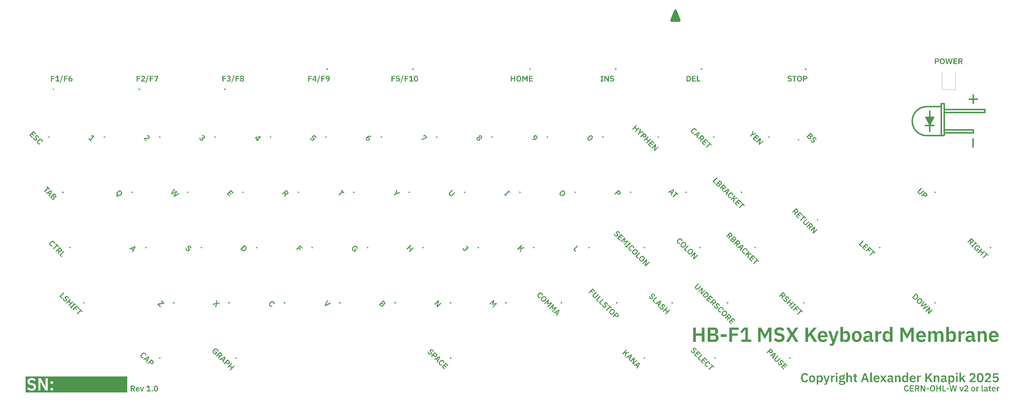
<source format=gbr>
%TF.GenerationSoftware,KiCad,Pcbnew,8.0.7*%
%TF.CreationDate,2025-01-11T20:18:22+10:30*%
%TF.ProjectId,pcb,7063622e-6b69-4636-9164-5f7063625858,1.0*%
%TF.SameCoordinates,PX1ffc7a0PYe2f9780*%
%TF.FileFunction,Legend,Top*%
%TF.FilePolarity,Positive*%
%FSLAX46Y46*%
G04 Gerber Fmt 4.6, Leading zero omitted, Abs format (unit mm)*
G04 Created by KiCad (PCBNEW 8.0.7) date 2025-01-11 20:18:22*
%MOMM*%
%LPD*%
G01*
G04 APERTURE LIST*
%ADD10C,0.500000*%
%ADD11C,0.250000*%
%ADD12C,0.950000*%
%ADD13C,0.300000*%
%ADD14C,0.625000*%
%ADD15C,0.100000*%
%ADD16C,1.000000*%
%ADD17C,0.120000*%
G04 APERTURE END LIST*
D10*
X344000000Y97500000D02*
X344000000Y98500000D01*
X325000000Y98000000D02*
X325000000Y91000000D01*
X340000000Y91500000D02*
X330000000Y91500000D01*
X330000000Y100500000D02*
X330000000Y89500000D01*
X324000000Y99500000D02*
X329000000Y99500000D01*
X323500000Y93000000D02*
X326500000Y93000000D01*
X330000000Y89500000D02*
X329000000Y89500000D01*
X324000000Y89500000D02*
G75*
G02*
X324000000Y99500000I0J5000000D01*
G01*
D11*
X325000000Y93000000D02*
X323500000Y96000000D01*
X326500000Y96000000D01*
X325000000Y93000000D01*
G36*
X325000000Y93000000D02*
G01*
X323500000Y96000000D01*
X326500000Y96000000D01*
X325000000Y93000000D01*
G37*
D10*
X329000000Y99500000D02*
X329000000Y89500000D01*
X330000000Y90500000D02*
X340000000Y90500000D01*
X329000000Y100500000D02*
X330000000Y100500000D01*
X344000000Y98500000D02*
X330000000Y98500000D01*
X340000000Y90500000D02*
X340000000Y91500000D01*
X329000000Y89500000D02*
X324000000Y89500000D01*
X330000000Y97500000D02*
X344000000Y97500000D01*
X329000000Y99500000D02*
X329000000Y100500000D01*
D12*
G36*
X23989445Y1107911D02*
G01*
X14098203Y1107911D01*
X14098203Y2288895D01*
X14573203Y2288895D01*
X14709723Y2138093D01*
X14859730Y2001573D01*
X15024071Y1881130D01*
X15203594Y1778559D01*
X15399144Y1695656D01*
X15611571Y1634217D01*
X15841720Y1596037D01*
X16090439Y1582911D01*
X16352242Y1596882D01*
X16591965Y1637858D01*
X16621742Y1647000D01*
X18407815Y1647000D01*
X19108304Y1647000D01*
X19108304Y4762342D01*
X19124912Y4762342D01*
X19545010Y3886121D01*
X20821912Y1647000D01*
X21644522Y1647000D01*
X21644522Y2104638D01*
X22618562Y2104638D01*
X22618562Y2001495D01*
X22660583Y1797471D01*
X22807780Y1641148D01*
X23011241Y1584961D01*
X23066992Y1582911D01*
X23266737Y1614377D01*
X23431850Y1731018D01*
X23510738Y1935402D01*
X23514445Y2001495D01*
X23514445Y2104638D01*
X23472651Y2312718D01*
X23325937Y2470750D01*
X23122732Y2527179D01*
X23066992Y2529230D01*
X22867095Y2497670D01*
X22701554Y2380054D01*
X22625208Y2193897D01*
X22618562Y2104638D01*
X21644522Y2104638D01*
X21644522Y4431882D01*
X22618562Y4431882D01*
X22618562Y4328738D01*
X22660583Y4120659D01*
X22807780Y3962627D01*
X23011241Y3906197D01*
X23066992Y3904146D01*
X23266737Y3935706D01*
X23431850Y4053322D01*
X23507841Y4239479D01*
X23514445Y4328738D01*
X23514445Y4431882D01*
X23472651Y4636137D01*
X23325937Y4792957D01*
X23122732Y4849406D01*
X23066992Y4851467D01*
X22867095Y4819844D01*
X22701554Y4702766D01*
X22622293Y4497999D01*
X22618562Y4431882D01*
X21644522Y4431882D01*
X21644522Y5876896D01*
X20939148Y5876896D01*
X20939148Y2760552D01*
X20916678Y2760552D01*
X20502442Y3636774D01*
X19225541Y5876896D01*
X18407815Y5876896D01*
X18407815Y1647000D01*
X16621742Y1647000D01*
X16808807Y1704432D01*
X17001965Y1795199D01*
X17170639Y1908753D01*
X17356064Y2093173D01*
X17494634Y2312271D01*
X17584449Y2562714D01*
X17618672Y2769110D01*
X17625261Y2914767D01*
X17607029Y3156804D01*
X17551943Y3371310D01*
X17459419Y3559201D01*
X17328873Y3721392D01*
X17159721Y3858798D01*
X16951380Y3972335D01*
X16703266Y4062918D01*
X16490727Y4116343D01*
X16414794Y4131463D01*
X16034752Y4206568D01*
X15825209Y4255875D01*
X15639789Y4337408D01*
X15490389Y4492911D01*
X15437067Y4692060D01*
X15434892Y4752328D01*
X15479680Y4973324D01*
X15612212Y5135362D01*
X15797995Y5226126D01*
X16007637Y5264220D01*
X16129518Y5269049D01*
X16325433Y5256739D01*
X16532037Y5211245D01*
X16738233Y5119813D01*
X16912225Y4991868D01*
X17059595Y4832440D01*
X17563712Y5315113D01*
X17404046Y5490182D01*
X17224103Y5638211D01*
X17023211Y5758121D01*
X16800701Y5848835D01*
X16606677Y5899662D01*
X16398044Y5930562D01*
X16174459Y5940985D01*
X15928274Y5928439D01*
X15701018Y5891524D01*
X15493845Y5831324D01*
X15307910Y5748923D01*
X15095028Y5606394D01*
X14924689Y5428894D01*
X14799631Y5218995D01*
X14722590Y4979264D01*
X14696301Y4712273D01*
X14714993Y4468990D01*
X14771284Y4251959D01*
X14865493Y4060957D01*
X14997941Y3895760D01*
X15168949Y3756145D01*
X15378838Y3641890D01*
X15627927Y3552772D01*
X15840663Y3502295D01*
X15916538Y3488567D01*
X16297557Y3425479D01*
X16516176Y3371820D01*
X16700041Y3280331D01*
X16838426Y3116896D01*
X16885263Y2901805D01*
X16885694Y2874712D01*
X16849571Y2646564D01*
X16741448Y2464570D01*
X16561693Y2335209D01*
X16350883Y2271129D01*
X16135380Y2253846D01*
X15939118Y2266856D01*
X15719441Y2316546D01*
X15516346Y2402964D01*
X15329101Y2525635D01*
X15156970Y2684083D01*
X15076343Y2776575D01*
X14573203Y2288895D01*
X14098203Y2288895D01*
X14098203Y6415985D01*
X23989445Y6415985D01*
X23989445Y1107911D01*
G37*
D13*
G36*
X282068911Y4463106D02*
G01*
X282216696Y4470112D01*
X282399809Y4500784D01*
X282567164Y4554989D01*
X282718940Y4631809D01*
X282855317Y4730325D01*
X282976478Y4849619D01*
X283082600Y4988772D01*
X283173866Y5146865D01*
X283194382Y5189240D01*
X282740823Y5450091D01*
X282669795Y5301596D01*
X282574143Y5172489D01*
X282453202Y5068710D01*
X282306304Y4996200D01*
X282132783Y4960901D01*
X282068911Y4958430D01*
X281911223Y4972697D01*
X281769935Y5014999D01*
X281618560Y5106164D01*
X281497822Y5238507D01*
X281425161Y5373051D01*
X281375315Y5532268D01*
X281349709Y5715412D01*
X281346441Y5815723D01*
X281346441Y6290531D01*
X281353760Y6438014D01*
X281385559Y6615290D01*
X281441243Y6769431D01*
X281519385Y6899347D01*
X281646473Y7026014D01*
X281803642Y7110996D01*
X281949163Y7147536D01*
X282068911Y7155883D01*
X282219733Y7142709D01*
X282373751Y7094147D01*
X282500104Y7013278D01*
X282600645Y6903724D01*
X282677230Y6769107D01*
X282707118Y6693532D01*
X283181926Y6941927D01*
X283094882Y7108546D01*
X282993901Y7252867D01*
X282878512Y7374913D01*
X282748242Y7474712D01*
X282602620Y7552288D01*
X282441172Y7607668D01*
X282263426Y7640877D01*
X282068911Y7651940D01*
X281920479Y7645218D01*
X281711980Y7610178D01*
X281521323Y7545672D01*
X281349473Y7452244D01*
X281197399Y7330438D01*
X281066067Y7180796D01*
X280956445Y7003862D01*
X280869499Y6800180D01*
X280824612Y6649800D01*
X280790519Y6487934D01*
X280767508Y6314743D01*
X280755865Y6130389D01*
X280754396Y6034076D01*
X280760248Y5846055D01*
X280777610Y5669737D01*
X280806198Y5505180D01*
X280845724Y5352444D01*
X280895902Y5211587D01*
X280990514Y5022706D01*
X281107480Y4860886D01*
X281245833Y4726326D01*
X281404607Y4619227D01*
X281582833Y4539786D01*
X281779545Y4488203D01*
X281993775Y4464678D01*
X282068911Y4463106D01*
G37*
G36*
X284694725Y6849361D02*
G01*
X284863153Y6821603D01*
X285017205Y6771052D01*
X285156090Y6698659D01*
X285279020Y6605378D01*
X285385204Y6492161D01*
X285473852Y6359961D01*
X285544176Y6209731D01*
X285595385Y6042423D01*
X285626689Y5858990D01*
X285637299Y5660384D01*
X285632564Y5527034D01*
X285608070Y5339021D01*
X285563408Y5166354D01*
X285499369Y5010080D01*
X285416741Y4871246D01*
X285316314Y4750898D01*
X285198879Y4650085D01*
X285065224Y4569852D01*
X284916140Y4511246D01*
X284752417Y4475316D01*
X284574843Y4463106D01*
X284455556Y4468558D01*
X284287707Y4496698D01*
X284133912Y4547862D01*
X283995023Y4621002D01*
X283871890Y4715072D01*
X283765365Y4829024D01*
X283676299Y4961812D01*
X283605544Y5112389D01*
X283553950Y5279708D01*
X283522370Y5462722D01*
X283511654Y5660384D01*
X283516438Y5794427D01*
X283525568Y5864083D01*
X284078786Y5864083D01*
X284078786Y5453022D01*
X284079337Y5419588D01*
X284098255Y5267557D01*
X284154791Y5118915D01*
X284263845Y4993124D01*
X284415059Y4919847D01*
X284574843Y4899812D01*
X284603224Y4900372D01*
X284758797Y4927051D01*
X284905292Y5007909D01*
X285009265Y5141097D01*
X285060703Y5295932D01*
X285074564Y5453022D01*
X285074564Y5864083D01*
X285074000Y5897529D01*
X285054693Y6049954D01*
X284997207Y6199581D01*
X284886849Y6326790D01*
X284734693Y6401249D01*
X284574843Y6421689D01*
X284546408Y6421117D01*
X284391045Y6393911D01*
X284245580Y6311804D01*
X284142913Y6177209D01*
X284092361Y6021461D01*
X284078786Y5864083D01*
X283525568Y5864083D01*
X283541158Y5983023D01*
X283586175Y6155812D01*
X283650637Y6311841D01*
X283733694Y6450157D01*
X283834494Y6569807D01*
X283952185Y6669840D01*
X284085917Y6749301D01*
X284234839Y6807238D01*
X284398097Y6842700D01*
X284574843Y6854732D01*
X284694725Y6849361D01*
G37*
G36*
X287452414Y6849634D02*
G01*
X287599447Y6823143D01*
X287773583Y6753550D01*
X287921947Y6646058D01*
X288043742Y6502049D01*
X288117172Y6370909D01*
X288174870Y6220590D01*
X288216501Y6051674D01*
X288241726Y5864744D01*
X288250209Y5660384D01*
X288249263Y5590355D01*
X288235161Y5391623D01*
X288204430Y5210400D01*
X288157406Y5047297D01*
X288094427Y4902928D01*
X287986216Y4740635D01*
X287851036Y4614184D01*
X287689686Y4525027D01*
X287502965Y4474615D01*
X287346755Y4463106D01*
X287290079Y4465144D01*
X287130119Y4494659D01*
X286988011Y4556477D01*
X286867290Y4647004D01*
X286771492Y4762647D01*
X286704152Y4899812D01*
X286687299Y4899812D01*
X286687299Y3635123D01*
X286149477Y3635123D01*
X286149477Y6042136D01*
X286687299Y6042136D01*
X286687299Y5296951D01*
X286692726Y5231311D01*
X286756013Y5082919D01*
X286879647Y4977040D01*
X287026747Y4922995D01*
X287174564Y4907872D01*
X287257125Y4913602D01*
X287405222Y4957895D01*
X287526778Y5042538D01*
X287617186Y5163416D01*
X287671837Y5316414D01*
X287686741Y5465479D01*
X287686741Y5851626D01*
X287684314Y5913434D01*
X287649269Y6080948D01*
X287576164Y6218400D01*
X287469606Y6321675D01*
X287334203Y6386657D01*
X287174564Y6409233D01*
X287123448Y6407493D01*
X286959887Y6375446D01*
X286827067Y6307017D01*
X286724485Y6190994D01*
X286687299Y6042136D01*
X286149477Y6042136D01*
X286149477Y6807837D01*
X286687299Y6807837D01*
X286687299Y6421689D01*
X286708548Y6421689D01*
X286726841Y6470143D01*
X286802292Y6600944D01*
X286905718Y6707673D01*
X287033411Y6787460D01*
X287181659Y6837436D01*
X287346755Y6854732D01*
X287452414Y6849634D01*
G37*
G36*
X289087718Y3619003D02*
G01*
X289246104Y3629033D01*
X289400228Y3668768D01*
X289539130Y3756063D01*
X289644319Y3890732D01*
X289715882Y4046484D01*
X289726657Y4076225D01*
X290663084Y6807837D01*
X290150907Y6807837D01*
X289734717Y5543148D01*
X289579379Y4987007D01*
X289554466Y4987007D01*
X289415980Y5543148D01*
X288995394Y6807837D01*
X288458304Y6807837D01*
X289285555Y4397160D01*
X289171982Y4046916D01*
X288764585Y4046916D01*
X288764585Y3619003D01*
X289087718Y3619003D01*
G37*
G36*
X291576064Y4510000D02*
G01*
X291576064Y5933692D01*
X291604730Y6079486D01*
X291706323Y6199428D01*
X291853690Y6265290D01*
X292022196Y6293951D01*
X292155652Y6299324D01*
X292336636Y6299324D01*
X292336636Y6807837D01*
X292214271Y6807837D01*
X292055914Y6792020D01*
X291898284Y6736036D01*
X291774136Y6647706D01*
X291668983Y6515101D01*
X291603592Y6363509D01*
X291597313Y6341089D01*
X291576064Y6341089D01*
X291576064Y6807837D01*
X291038241Y6807837D01*
X291038241Y4510000D01*
X291576064Y4510000D01*
G37*
G36*
X293024669Y7166141D02*
G01*
X293182510Y7191593D01*
X293298783Y7282777D01*
X293339470Y7424611D01*
X293339742Y7439449D01*
X293339742Y7519317D01*
X293305466Y7664941D01*
X293182510Y7767173D01*
X293024669Y7792624D01*
X292868743Y7767173D01*
X292751713Y7675989D01*
X292709879Y7534154D01*
X292709595Y7519317D01*
X292709595Y7439449D01*
X292744894Y7293825D01*
X292868743Y7191593D01*
X293024669Y7166141D01*
G37*
G36*
X293293580Y4510000D02*
G01*
X293293580Y6807837D01*
X292755757Y6807837D01*
X292755757Y4510000D01*
X293293580Y4510000D01*
G37*
G36*
X295891103Y6771201D02*
G01*
X295408234Y6771201D01*
X295408234Y6697195D01*
X295488037Y6643905D01*
X295602894Y6532005D01*
X295685674Y6398706D01*
X295735782Y6246724D01*
X295752617Y6078772D01*
X295748789Y5995832D01*
X295718348Y5840840D01*
X295657936Y5702025D01*
X295568041Y5581380D01*
X295449153Y5480896D01*
X295301762Y5402565D01*
X295126357Y5348381D01*
X294976713Y5324786D01*
X294811793Y5316735D01*
X294776676Y5317172D01*
X294621481Y5329685D01*
X294471075Y5358500D01*
X294359686Y5287572D01*
X294295220Y5148207D01*
X294319905Y5063267D01*
X294454616Y4988970D01*
X294601500Y4976016D01*
X295206734Y4976016D01*
X295401514Y4964733D01*
X295567649Y4931503D01*
X295705963Y4877252D01*
X295840988Y4781292D01*
X295935441Y4655748D01*
X295990933Y4502432D01*
X296009072Y4323155D01*
X296008093Y4277421D01*
X295984009Y4108582D01*
X295925919Y3962442D01*
X295831514Y3839190D01*
X295698484Y3739015D01*
X295524520Y3662105D01*
X295365793Y3619804D01*
X295181768Y3590776D01*
X294971468Y3575101D01*
X294816190Y3572108D01*
X294611349Y3577465D01*
X294431018Y3593326D01*
X294274247Y3619376D01*
X294100217Y3669414D01*
X293964117Y3736258D01*
X293843890Y3842309D01*
X293774988Y3971994D01*
X293753001Y4123853D01*
X293754807Y4171346D01*
X293772772Y4249149D01*
X294186043Y4249149D01*
X294186426Y4231505D01*
X294236155Y4080447D01*
X294362893Y3988544D01*
X294524213Y3949822D01*
X294676971Y3941403D01*
X294962736Y3941403D01*
X295029804Y3942574D01*
X295177434Y3955847D01*
X295336943Y3999729D01*
X295463522Y4100740D01*
X295504955Y4253546D01*
X295496668Y4325389D01*
X295401092Y4451512D01*
X295247860Y4500461D01*
X295101221Y4510000D01*
X294320133Y4510000D01*
X294218466Y4395786D01*
X294186043Y4249149D01*
X293772772Y4249149D01*
X293788559Y4317517D01*
X293875734Y4446638D01*
X294009483Y4535694D01*
X294160398Y4581075D01*
X294160398Y4627237D01*
X294125994Y4637737D01*
X293985745Y4718968D01*
X293900022Y4842382D01*
X293870970Y5000196D01*
X293905797Y5152706D01*
X293998465Y5267367D01*
X294131249Y5347544D01*
X294286427Y5396602D01*
X294286427Y5417118D01*
X294236842Y5442042D01*
X294106519Y5531768D01*
X294004249Y5642436D01*
X293930553Y5772134D01*
X293885953Y5918950D01*
X293870970Y6080970D01*
X293872867Y6122736D01*
X294383147Y6122736D01*
X294383147Y6048730D01*
X294411689Y5888858D01*
X294509066Y5763208D01*
X294649761Y5700007D01*
X294811793Y5682366D01*
X294975203Y5700007D01*
X295115643Y5763208D01*
X295211795Y5888858D01*
X295239707Y6048730D01*
X295239707Y6122736D01*
X295211795Y6279757D01*
X295115643Y6404058D01*
X294975203Y6467027D01*
X294811793Y6484704D01*
X294649761Y6467027D01*
X294509066Y6404058D01*
X294411689Y6279757D01*
X294383147Y6122736D01*
X293872867Y6122736D01*
X293874798Y6165250D01*
X293905239Y6322705D01*
X293965651Y6463683D01*
X294055546Y6586174D01*
X294174434Y6688169D01*
X294321825Y6767658D01*
X294497230Y6822632D01*
X294646874Y6846566D01*
X294811793Y6854732D01*
X294922538Y6850633D01*
X295078245Y6828042D01*
X295219191Y6783657D01*
X295219191Y6854732D01*
X295222059Y6913283D01*
X295264592Y7054552D01*
X295383768Y7156945D01*
X295534264Y7182994D01*
X295891103Y7182994D01*
X295891103Y6771201D01*
G37*
G36*
X296883950Y4510000D02*
G01*
X296883950Y6032610D01*
X296914349Y6180926D01*
X297011945Y6304491D01*
X297157626Y6380108D01*
X297308990Y6407805D01*
X297354361Y6409233D01*
X297512261Y6384704D01*
X297641814Y6297041D01*
X297712751Y6168729D01*
X297743542Y6020814D01*
X297749302Y5902917D01*
X297749302Y4510000D01*
X298287125Y4510000D01*
X298287125Y5957139D01*
X298280195Y6110835D01*
X298249720Y6295243D01*
X298195559Y6455263D01*
X298118347Y6589872D01*
X298018719Y6698050D01*
X297863631Y6794545D01*
X297715891Y6839515D01*
X297547802Y6854732D01*
X297393486Y6841397D01*
X297236833Y6793164D01*
X297109381Y6714777D01*
X296994889Y6592289D01*
X296914163Y6444399D01*
X296905199Y6421689D01*
X296883950Y6421689D01*
X296883950Y7792624D01*
X296346127Y7792624D01*
X296346127Y4510000D01*
X296883950Y4510000D01*
G37*
G36*
X300028821Y4510000D02*
G01*
X300028821Y4937914D01*
X299592114Y4937914D01*
X299592114Y6379191D01*
X300062526Y6379191D01*
X300062526Y6807837D01*
X299592114Y6807837D01*
X299592114Y7437251D01*
X299109246Y7437251D01*
X299109246Y7043043D01*
X299083242Y6898426D01*
X298959748Y6813398D01*
X298890893Y6807837D01*
X298706246Y6807837D01*
X298706246Y6379191D01*
X299054292Y6379191D01*
X299054292Y5072736D01*
X299068681Y4916488D01*
X299123352Y4760161D01*
X299217841Y4639807D01*
X299351106Y4557513D01*
X299522102Y4515367D01*
X299621424Y4510000D01*
X300028821Y4510000D01*
G37*
G36*
X304121842Y4510000D02*
G01*
X303545918Y4510000D01*
X303290195Y5307209D01*
X302180844Y5307209D01*
X301925122Y4510000D01*
X301362387Y4510000D01*
X301788556Y5781285D01*
X302311270Y5781285D01*
X303151710Y5781285D01*
X302744313Y7100929D01*
X302723063Y7100929D01*
X302311270Y5781285D01*
X301788556Y5781285D01*
X302399930Y7605046D01*
X303092359Y7605046D01*
X304121842Y4510000D01*
G37*
G36*
X305394592Y4937914D02*
G01*
X305087578Y4937914D01*
X305087578Y7792624D01*
X304549756Y7792624D01*
X304549756Y5043427D01*
X304562754Y4896193D01*
X304613039Y4748297D01*
X304720375Y4618334D01*
X304854857Y4546053D01*
X305029254Y4512296D01*
X305096371Y4510000D01*
X305394592Y4510000D01*
X305394592Y4937914D01*
G37*
G36*
X306869273Y6848771D02*
G01*
X307044846Y6818428D01*
X307201031Y6764228D01*
X307338040Y6688226D01*
X307456089Y6592475D01*
X307555389Y6479030D01*
X307636156Y6349943D01*
X307698602Y6207270D01*
X307742942Y6053064D01*
X307769389Y5889380D01*
X307778158Y5718270D01*
X307778158Y5538019D01*
X306240893Y5538019D01*
X306240893Y5474271D01*
X306245983Y5379907D01*
X306286504Y5211594D01*
X306367047Y5074391D01*
X306487089Y4972964D01*
X306646110Y4911978D01*
X306808025Y4895416D01*
X306908937Y4901761D01*
X307064773Y4941017D01*
X307197067Y5011133D01*
X307309178Y5106309D01*
X307404466Y5220747D01*
X307699023Y4899812D01*
X307624004Y4805103D01*
X307510955Y4700313D01*
X307377928Y4612338D01*
X307226467Y4543006D01*
X307058115Y4494144D01*
X306912307Y4471021D01*
X306757467Y4463106D01*
X306634014Y4468569D01*
X306461204Y4496788D01*
X306303816Y4548148D01*
X306162503Y4621649D01*
X306037915Y4716290D01*
X305930706Y4831073D01*
X305841528Y4964996D01*
X305771031Y5117062D01*
X305719870Y5286268D01*
X305688694Y5471617D01*
X305678158Y5672108D01*
X305682756Y5802396D01*
X305695681Y5902185D01*
X306240893Y5902185D01*
X306240893Y5869945D01*
X307215422Y5869945D01*
X307215422Y5910245D01*
X307197566Y6080550D01*
X307145213Y6222919D01*
X307042972Y6348604D01*
X306899163Y6424983D01*
X306745010Y6446602D01*
X306717004Y6445964D01*
X306562278Y6416332D01*
X306414599Y6330248D01*
X306320801Y6217410D01*
X306261546Y6073234D01*
X306240893Y5902185D01*
X305695681Y5902185D01*
X305706620Y5986642D01*
X305750309Y6156430D01*
X305813220Y6310598D01*
X305894754Y6447983D01*
X305994309Y6567422D01*
X306111283Y6667753D01*
X306245075Y6747812D01*
X306395084Y6806437D01*
X306560709Y6842464D01*
X306741347Y6854732D01*
X306869273Y6848771D01*
G37*
G36*
X308546057Y4510000D02*
G01*
X309050174Y5320398D01*
X309070691Y5320398D01*
X309566748Y4510000D01*
X310183706Y4510000D01*
X309398221Y5669177D01*
X310175645Y6807837D01*
X309604117Y6807837D01*
X309116853Y6034809D01*
X309096336Y6034809D01*
X308612736Y6807837D01*
X307995778Y6807837D01*
X308768807Y5673573D01*
X307974529Y4510000D01*
X308546057Y4510000D01*
G37*
G36*
X311466964Y6853871D02*
G01*
X311626990Y6841049D01*
X311816717Y6800498D01*
X311978880Y6733827D01*
X312112888Y6641783D01*
X312218148Y6525111D01*
X312294067Y6384561D01*
X312340053Y6220877D01*
X312355513Y6034809D01*
X312355513Y4937914D01*
X312586322Y4937914D01*
X312586322Y4510000D01*
X312288102Y4510000D01*
X312265513Y4510464D01*
X312105794Y4546021D01*
X311984707Y4633089D01*
X311904105Y4764456D01*
X311868248Y4910070D01*
X311842603Y4910070D01*
X311815578Y4831660D01*
X311735505Y4696776D01*
X311623728Y4591771D01*
X311483840Y4517398D01*
X311319434Y4474411D01*
X311166294Y4463106D01*
X311040484Y4470169D01*
X310889519Y4500663D01*
X310728967Y4570177D01*
X310601233Y4671368D01*
X310507959Y4800798D01*
X310450789Y4955028D01*
X310431368Y5130622D01*
X310439456Y5210489D01*
X310981647Y5210489D01*
X310981647Y5137949D01*
X310985149Y5086747D01*
X311055207Y4942894D01*
X311190612Y4871178D01*
X311342882Y4853650D01*
X311367517Y4854006D01*
X311528663Y4876079D01*
X311679479Y4941852D01*
X311780699Y5048705D01*
X311817690Y5194369D01*
X311817690Y5499184D01*
X311443999Y5499184D01*
X311287325Y5488616D01*
X311145169Y5450102D01*
X311027044Y5360566D01*
X310981647Y5210489D01*
X310439456Y5210489D01*
X310447781Y5292699D01*
X310513564Y5465021D01*
X310628093Y5603657D01*
X310753698Y5690278D01*
X310908587Y5755282D01*
X311091911Y5798644D01*
X311247553Y5816947D01*
X311418353Y5823050D01*
X311817690Y5823050D01*
X311817690Y6001103D01*
X311814105Y6073385D01*
X311768409Y6236010D01*
X311667431Y6351280D01*
X311531028Y6409784D01*
X311376588Y6426086D01*
X311351708Y6425702D01*
X311195146Y6402822D01*
X311049974Y6338891D01*
X310934752Y6243087D01*
X310843161Y6124201D01*
X310523692Y6412897D01*
X310572682Y6484072D01*
X310688819Y6611787D01*
X310805969Y6700935D01*
X310943585Y6771903D01*
X311103497Y6822377D01*
X311248708Y6846446D01*
X311410293Y6854732D01*
X311466964Y6853871D01*
G37*
G36*
X313587230Y4510000D02*
G01*
X313587230Y6032610D01*
X313617629Y6180926D01*
X313715225Y6304491D01*
X313860906Y6380108D01*
X314012269Y6407805D01*
X314057641Y6409233D01*
X314215540Y6384704D01*
X314345094Y6297041D01*
X314416031Y6168729D01*
X314446822Y6020814D01*
X314452582Y5902917D01*
X314452582Y4510000D01*
X314990405Y4510000D01*
X314990405Y5957139D01*
X314983475Y6110835D01*
X314953000Y6295243D01*
X314898839Y6455263D01*
X314821627Y6589872D01*
X314721999Y6698050D01*
X314566911Y6794545D01*
X314419171Y6839515D01*
X314251082Y6854732D01*
X314096766Y6841397D01*
X313940112Y6793164D01*
X313812661Y6714777D01*
X313698169Y6592289D01*
X313617443Y6444399D01*
X313608479Y6421689D01*
X313587230Y6421689D01*
X313587230Y6807837D01*
X313049407Y6807837D01*
X313049407Y4510000D01*
X313587230Y4510000D01*
G37*
G36*
X317601849Y4510000D02*
G01*
X317064027Y4510000D01*
X317064027Y4899812D01*
X317047174Y4899812D01*
X317028115Y4851921D01*
X316950992Y4721530D01*
X316846627Y4613860D01*
X316718469Y4532503D01*
X316569968Y4481054D01*
X316404571Y4463106D01*
X316298920Y4468235D01*
X316151926Y4494870D01*
X315977885Y4564755D01*
X315829643Y4672543D01*
X315707985Y4816733D01*
X315634655Y4947859D01*
X315577047Y5097981D01*
X315535490Y5266466D01*
X315510314Y5452680D01*
X315501849Y5655988D01*
X315502794Y5726408D01*
X315511619Y5851626D01*
X316068981Y5851626D01*
X316068981Y5465479D01*
X316071359Y5403671D01*
X316105766Y5236157D01*
X316177770Y5098705D01*
X316283111Y4995430D01*
X316417528Y4930448D01*
X316576762Y4907872D01*
X316652784Y4911675D01*
X316812505Y4949048D01*
X316940197Y5023749D01*
X317035341Y5150756D01*
X317064027Y5294753D01*
X317064027Y6034809D01*
X317058600Y6095855D01*
X316995313Y6236701D01*
X316871678Y6339971D01*
X316724579Y6393893D01*
X316576762Y6409233D01*
X316494309Y6403503D01*
X316346951Y6359210D01*
X316226540Y6274567D01*
X316137335Y6153689D01*
X316083597Y6000691D01*
X316068981Y5851626D01*
X315511619Y5851626D01*
X315516866Y5926074D01*
X315547539Y6107913D01*
X315594482Y6271363D01*
X315657368Y6415862D01*
X315765442Y6578079D01*
X315900490Y6704276D01*
X316061729Y6793124D01*
X316248379Y6843291D01*
X316404571Y6854732D01*
X316461366Y6852775D01*
X316621447Y6824266D01*
X316763251Y6764035D01*
X316883156Y6674949D01*
X316977539Y6559877D01*
X317042777Y6421689D01*
X317064027Y6421689D01*
X317064027Y7792624D01*
X317601849Y7792624D01*
X317601849Y4510000D01*
G37*
G36*
X319299280Y6848771D02*
G01*
X319474853Y6818428D01*
X319631038Y6764228D01*
X319768047Y6688226D01*
X319886096Y6592475D01*
X319985396Y6479030D01*
X320066163Y6349943D01*
X320128609Y6207270D01*
X320172949Y6053064D01*
X320199396Y5889380D01*
X320208165Y5718270D01*
X320208165Y5538019D01*
X318670900Y5538019D01*
X318670900Y5474271D01*
X318675990Y5379907D01*
X318716511Y5211594D01*
X318797054Y5074391D01*
X318917096Y4972964D01*
X319076116Y4911978D01*
X319238032Y4895416D01*
X319338944Y4901761D01*
X319494780Y4941017D01*
X319627074Y5011133D01*
X319739185Y5106309D01*
X319834473Y5220747D01*
X320129030Y4899812D01*
X320054011Y4805103D01*
X319940962Y4700313D01*
X319807935Y4612338D01*
X319656474Y4543006D01*
X319488122Y4494144D01*
X319342314Y4471021D01*
X319187474Y4463106D01*
X319064021Y4468569D01*
X318891211Y4496788D01*
X318733823Y4548148D01*
X318592510Y4621649D01*
X318467922Y4716290D01*
X318360713Y4831073D01*
X318271535Y4964996D01*
X318201038Y5117062D01*
X318149877Y5286268D01*
X318118701Y5471617D01*
X318108165Y5672108D01*
X318112763Y5802396D01*
X318125688Y5902185D01*
X318670900Y5902185D01*
X318670900Y5869945D01*
X319645429Y5869945D01*
X319645429Y5910245D01*
X319627573Y6080550D01*
X319575220Y6222919D01*
X319472979Y6348604D01*
X319329170Y6424983D01*
X319175017Y6446602D01*
X319147011Y6445964D01*
X318992285Y6416332D01*
X318844606Y6330248D01*
X318750808Y6217410D01*
X318691553Y6073234D01*
X318670900Y5902185D01*
X318125688Y5902185D01*
X318136627Y5986642D01*
X318180316Y6156430D01*
X318243227Y6310598D01*
X318324761Y6447983D01*
X318424316Y6567422D01*
X318541290Y6667753D01*
X318675082Y6747812D01*
X318825091Y6806437D01*
X318990716Y6842464D01*
X319171354Y6854732D01*
X319299280Y6848771D01*
G37*
G36*
X321251570Y4510000D02*
G01*
X321251570Y5933692D01*
X321280236Y6079486D01*
X321381829Y6199428D01*
X321529196Y6265290D01*
X321697702Y6293951D01*
X321831158Y6299324D01*
X322012142Y6299324D01*
X322012142Y6807837D01*
X321889777Y6807837D01*
X321731420Y6792020D01*
X321573790Y6736036D01*
X321449641Y6647706D01*
X321344489Y6515101D01*
X321279098Y6363509D01*
X321272819Y6341089D01*
X321251570Y6341089D01*
X321251570Y6807837D01*
X320713747Y6807837D01*
X320713747Y4510000D01*
X321251570Y4510000D01*
G37*
G36*
X324064515Y4510000D02*
G01*
X324064515Y5434704D01*
X324479972Y5924167D01*
X325374634Y4510000D01*
X326034089Y4510000D01*
X324870516Y6312513D01*
X325949826Y7605046D01*
X325311619Y7605046D01*
X324521738Y6637844D01*
X324085031Y6063385D01*
X324064515Y6063385D01*
X324064515Y7605046D01*
X323509839Y7605046D01*
X323509839Y4510000D01*
X324064515Y4510000D01*
G37*
G36*
X326931682Y4510000D02*
G01*
X326931682Y6032610D01*
X326962081Y6180926D01*
X327059677Y6304491D01*
X327205358Y6380108D01*
X327356722Y6407805D01*
X327402094Y6409233D01*
X327559993Y6384704D01*
X327689546Y6297041D01*
X327760483Y6168729D01*
X327791274Y6020814D01*
X327797034Y5902917D01*
X327797034Y4510000D01*
X328334857Y4510000D01*
X328334857Y5957139D01*
X328327927Y6110835D01*
X328297452Y6295243D01*
X328243291Y6455263D01*
X328166079Y6589872D01*
X328066451Y6698050D01*
X327911363Y6794545D01*
X327763623Y6839515D01*
X327595534Y6854732D01*
X327441218Y6841397D01*
X327284565Y6793164D01*
X327157113Y6714777D01*
X327042621Y6592289D01*
X326961895Y6444399D01*
X326952931Y6421689D01*
X326931682Y6421689D01*
X326931682Y6807837D01*
X326393859Y6807837D01*
X326393859Y4510000D01*
X326931682Y4510000D01*
G37*
G36*
X329843795Y6853871D02*
G01*
X330003822Y6841049D01*
X330193549Y6800498D01*
X330355712Y6733827D01*
X330489720Y6641783D01*
X330594980Y6525111D01*
X330670899Y6384561D01*
X330716884Y6220877D01*
X330732345Y6034809D01*
X330732345Y4937914D01*
X330963154Y4937914D01*
X330963154Y4510000D01*
X330664934Y4510000D01*
X330642345Y4510464D01*
X330482626Y4546021D01*
X330361539Y4633089D01*
X330280937Y4764456D01*
X330245080Y4910070D01*
X330219435Y4910070D01*
X330192410Y4831660D01*
X330112337Y4696776D01*
X330000559Y4591771D01*
X329860671Y4517398D01*
X329696266Y4474411D01*
X329543126Y4463106D01*
X329417316Y4470169D01*
X329266351Y4500663D01*
X329105799Y4570177D01*
X328978065Y4671368D01*
X328884791Y4800798D01*
X328827621Y4955028D01*
X328808200Y5130622D01*
X328816288Y5210489D01*
X329358479Y5210489D01*
X329358479Y5137949D01*
X329361980Y5086747D01*
X329432039Y4942894D01*
X329567444Y4871178D01*
X329719714Y4853650D01*
X329744349Y4854006D01*
X329905495Y4876079D01*
X330056311Y4941852D01*
X330157531Y5048705D01*
X330194522Y5194369D01*
X330194522Y5499184D01*
X329820830Y5499184D01*
X329664157Y5488616D01*
X329522000Y5450102D01*
X329403876Y5360566D01*
X329358479Y5210489D01*
X328816288Y5210489D01*
X328824613Y5292699D01*
X328890396Y5465021D01*
X329004925Y5603657D01*
X329130529Y5690278D01*
X329285419Y5755282D01*
X329468743Y5798644D01*
X329624385Y5816947D01*
X329795185Y5823050D01*
X330194522Y5823050D01*
X330194522Y6001103D01*
X330190937Y6073385D01*
X330145240Y6236010D01*
X330044263Y6351280D01*
X329907860Y6409784D01*
X329753419Y6426086D01*
X329728540Y6425702D01*
X329571977Y6402822D01*
X329426806Y6338891D01*
X329311584Y6243087D01*
X329219993Y6124201D01*
X328900523Y6412897D01*
X328949514Y6484072D01*
X329065651Y6611787D01*
X329182800Y6700935D01*
X329320417Y6771903D01*
X329480329Y6822377D01*
X329625540Y6846446D01*
X329787125Y6854732D01*
X329843795Y6853871D01*
G37*
G36*
X332729177Y6849634D02*
G01*
X332876209Y6823143D01*
X333050345Y6753550D01*
X333198709Y6646058D01*
X333320504Y6502049D01*
X333393934Y6370909D01*
X333451632Y6220590D01*
X333493263Y6051674D01*
X333518488Y5864744D01*
X333526971Y5660384D01*
X333526025Y5590355D01*
X333511923Y5391623D01*
X333481192Y5210400D01*
X333434168Y5047297D01*
X333371189Y4902928D01*
X333262978Y4740635D01*
X333127798Y4614184D01*
X332966448Y4525027D01*
X332779727Y4474615D01*
X332623517Y4463106D01*
X332566841Y4465144D01*
X332406881Y4494659D01*
X332264773Y4556477D01*
X332144052Y4647004D01*
X332048254Y4762647D01*
X331980914Y4899812D01*
X331964061Y4899812D01*
X331964061Y3635123D01*
X331426239Y3635123D01*
X331426239Y6042136D01*
X331964061Y6042136D01*
X331964061Y5296951D01*
X331969488Y5231311D01*
X332032775Y5082919D01*
X332156410Y4977040D01*
X332303509Y4922995D01*
X332451326Y4907872D01*
X332533887Y4913602D01*
X332681984Y4957895D01*
X332803540Y5042538D01*
X332893948Y5163416D01*
X332948599Y5316414D01*
X332963503Y5465479D01*
X332963503Y5851626D01*
X332961076Y5913434D01*
X332926031Y6080948D01*
X332852926Y6218400D01*
X332746368Y6321675D01*
X332610965Y6386657D01*
X332451326Y6409233D01*
X332400210Y6407493D01*
X332236649Y6375446D01*
X332103829Y6307017D01*
X332001247Y6190994D01*
X331964061Y6042136D01*
X331426239Y6042136D01*
X331426239Y6807837D01*
X331964061Y6807837D01*
X331964061Y6421689D01*
X331985311Y6421689D01*
X332003603Y6470143D01*
X332079054Y6600944D01*
X332182480Y6707673D01*
X332310173Y6787460D01*
X332458421Y6837436D01*
X332623517Y6854732D01*
X332729177Y6849634D01*
G37*
G36*
X334327111Y7166141D02*
G01*
X334484953Y7191593D01*
X334601226Y7282777D01*
X334641913Y7424611D01*
X334642184Y7439449D01*
X334642184Y7519317D01*
X334607908Y7664941D01*
X334484953Y7767173D01*
X334327111Y7792624D01*
X334171185Y7767173D01*
X334054155Y7675989D01*
X334012322Y7534154D01*
X334012038Y7519317D01*
X334012038Y7439449D01*
X334047336Y7293825D01*
X334171185Y7191593D01*
X334327111Y7166141D01*
G37*
G36*
X334596022Y4510000D02*
G01*
X334596022Y6807837D01*
X334058200Y6807837D01*
X334058200Y4510000D01*
X334596022Y4510000D01*
G37*
G36*
X335794766Y4510000D02*
G01*
X335794766Y5219282D01*
X336101779Y5555604D01*
X336706281Y4510000D01*
X337348883Y4510000D01*
X336471075Y5921236D01*
X337273412Y6807837D01*
X336664515Y6807837D01*
X336122296Y6202603D01*
X335816015Y5786414D01*
X335794766Y5786414D01*
X335794766Y7792624D01*
X335256943Y7792624D01*
X335256943Y4510000D01*
X335794766Y4510000D01*
G37*
G36*
X340827146Y4510000D02*
G01*
X340827146Y4976016D01*
X339303070Y4976016D01*
X339978646Y5545346D01*
X340095552Y5643272D01*
X340206781Y5741115D01*
X340344060Y5873174D01*
X340465972Y6009234D01*
X340569505Y6151665D01*
X340651644Y6302838D01*
X340709375Y6465121D01*
X340739685Y6640886D01*
X340743615Y6734564D01*
X340726649Y6926293D01*
X340676444Y7101707D01*
X340594039Y7257956D01*
X340480474Y7392188D01*
X340336786Y7501554D01*
X340164015Y7583201D01*
X340015976Y7624532D01*
X339852601Y7647466D01*
X339735380Y7651940D01*
X339567256Y7642681D01*
X339414496Y7615967D01*
X339233761Y7555949D01*
X339078043Y7471510D01*
X338946028Y7366430D01*
X338836403Y7244485D01*
X338747855Y7109454D01*
X338679068Y6965115D01*
X338651675Y6890636D01*
X339134543Y6700859D01*
X339184300Y6841270D01*
X339269065Y6983294D01*
X339387642Y7092210D01*
X339545322Y7157895D01*
X339684822Y7172736D01*
X339852514Y7149742D01*
X339991445Y7083029D01*
X340093468Y6976004D01*
X340150438Y6832072D01*
X340159630Y6734564D01*
X340159630Y6670817D01*
X340143160Y6521253D01*
X340093401Y6377862D01*
X340009833Y6236151D01*
X339913989Y6116102D01*
X339794001Y5991502D01*
X339680426Y5886797D01*
X338706629Y5026574D01*
X338706629Y4510000D01*
X340827146Y4510000D01*
G37*
G36*
X342463187Y7650234D02*
G01*
X342663654Y7624870D01*
X342842536Y7569733D01*
X343000104Y7485592D01*
X343136630Y7373215D01*
X343252386Y7233369D01*
X343347643Y7066824D01*
X343422674Y6874346D01*
X343461591Y6732000D01*
X343491720Y6578697D01*
X343513141Y6414665D01*
X343525935Y6240132D01*
X343530181Y6055325D01*
X343525935Y5871171D01*
X343513141Y5697225D01*
X343491720Y5533719D01*
X343461591Y5380883D01*
X343399894Y5172139D01*
X343318152Y4988701D01*
X343216091Y4831348D01*
X343093442Y4700858D01*
X342949932Y4598010D01*
X342785290Y4523582D01*
X342599244Y4478355D01*
X342391521Y4463106D01*
X342319922Y4464810D01*
X342119630Y4490138D01*
X341940890Y4545185D01*
X341783434Y4629173D01*
X341646992Y4741322D01*
X341531298Y4880853D01*
X341436083Y5046988D01*
X341361079Y5238947D01*
X341322173Y5380883D01*
X341292050Y5533719D01*
X341270633Y5697225D01*
X341257840Y5871171D01*
X341253594Y6055325D01*
X341257840Y6240132D01*
X341264595Y6332296D01*
X341845639Y6332296D01*
X341845639Y5782017D01*
X341852745Y5595794D01*
X341874879Y5428968D01*
X341913258Y5283214D01*
X341985936Y5133204D01*
X342088285Y5022005D01*
X342222686Y4952887D01*
X342391521Y4929121D01*
X342560601Y4952887D01*
X342695082Y5022005D01*
X342797397Y5133204D01*
X342869977Y5283214D01*
X342908267Y5428968D01*
X342930327Y5595794D01*
X342937404Y5782017D01*
X342937404Y6332296D01*
X342930327Y6518520D01*
X342908267Y6685346D01*
X342869977Y6831100D01*
X342797397Y6981110D01*
X342695082Y7092309D01*
X342560601Y7161426D01*
X342391521Y7185192D01*
X342222686Y7161426D01*
X342088285Y7092309D01*
X341985936Y6981110D01*
X341913258Y6831100D01*
X341874879Y6685346D01*
X341852745Y6518520D01*
X341845639Y6332296D01*
X341264595Y6332296D01*
X341270633Y6414665D01*
X341292050Y6578697D01*
X341322173Y6732000D01*
X341383851Y6941339D01*
X341465562Y7125258D01*
X341567574Y7282989D01*
X341690154Y7413764D01*
X341833571Y7516814D01*
X341998092Y7591372D01*
X342183986Y7636670D01*
X342391521Y7651940D01*
X342463187Y7650234D01*
G37*
G36*
X346114515Y4510000D02*
G01*
X346114515Y4976016D01*
X344590440Y4976016D01*
X345266015Y5545346D01*
X345382921Y5643272D01*
X345494151Y5741115D01*
X345631429Y5873174D01*
X345753341Y6009234D01*
X345856874Y6151665D01*
X345939013Y6302838D01*
X345996744Y6465121D01*
X346027054Y6640886D01*
X346030984Y6734564D01*
X346014018Y6926293D01*
X345963813Y7101707D01*
X345881409Y7257956D01*
X345767843Y7392188D01*
X345624155Y7501554D01*
X345451384Y7583201D01*
X345303345Y7624532D01*
X345139970Y7647466D01*
X345022749Y7651940D01*
X344854625Y7642681D01*
X344701865Y7615967D01*
X344521130Y7555949D01*
X344365412Y7471510D01*
X344233397Y7366430D01*
X344123773Y7244485D01*
X344035224Y7109454D01*
X343966437Y6965115D01*
X343939044Y6890636D01*
X344421912Y6700859D01*
X344471669Y6841270D01*
X344556435Y6983294D01*
X344675011Y7092210D01*
X344832691Y7157895D01*
X344972191Y7172736D01*
X345139884Y7149742D01*
X345278814Y7083029D01*
X345380837Y6976004D01*
X345437807Y6832072D01*
X345446999Y6734564D01*
X345446999Y6670817D01*
X345430529Y6521253D01*
X345380770Y6377862D01*
X345297202Y6236151D01*
X345201358Y6116102D01*
X345081371Y5991502D01*
X344967795Y5886797D01*
X343993999Y5026574D01*
X343993999Y4510000D01*
X346114515Y4510000D01*
G37*
G36*
X346826727Y7605046D02*
G01*
X346713154Y5882401D01*
X347166713Y5818654D01*
X347276462Y5926979D01*
X347408155Y6006397D01*
X347558376Y6049231D01*
X347670830Y6057523D01*
X347819287Y6043356D01*
X347967587Y5990203D01*
X348097107Y5881165D01*
X348168719Y5749949D01*
X348202001Y5586236D01*
X348204257Y5524830D01*
X348204257Y5482331D01*
X348190778Y5328825D01*
X348139277Y5172860D01*
X348049677Y5050878D01*
X347922442Y4966242D01*
X347758035Y4922314D01*
X347662038Y4916665D01*
X347514719Y4929850D01*
X347366485Y4977573D01*
X347225546Y5070679D01*
X347110259Y5196248D01*
X347024847Y5323473D01*
X347011375Y5346044D01*
X346607641Y5030970D01*
X346704621Y4895170D01*
X346820880Y4768416D01*
X346960243Y4656427D01*
X347090938Y4581310D01*
X347240823Y4522230D01*
X347411858Y4482117D01*
X347605999Y4463897D01*
X347658374Y4463106D01*
X347851045Y4474721D01*
X348027254Y4508653D01*
X348186456Y4563532D01*
X348328108Y4637990D01*
X348451667Y4730658D01*
X348556589Y4840164D01*
X348642332Y4965142D01*
X348708351Y5104220D01*
X348754104Y5256031D01*
X348779046Y5419204D01*
X348783845Y5533622D01*
X348773234Y5700125D01*
X348742384Y5852655D01*
X348692775Y5990688D01*
X348600003Y6151273D01*
X348480011Y6283906D01*
X348336302Y6387343D01*
X348172381Y6460337D01*
X347991750Y6501645D01*
X347847418Y6511082D01*
X347690723Y6498789D01*
X347537378Y6453435D01*
X347397035Y6362502D01*
X347287131Y6235621D01*
X347208328Y6102232D01*
X347196022Y6078040D01*
X347166713Y6078040D01*
X347234124Y7121445D01*
X348616050Y7121445D01*
X348616050Y7605046D01*
X346826727Y7605046D01*
G37*
D14*
G36*
X246615840Y18425000D02*
G01*
X247540300Y18425000D01*
X247540300Y23348936D01*
X246615840Y23348936D01*
X246615840Y21316836D01*
X244578855Y21316836D01*
X244578855Y23348936D01*
X243655617Y23348936D01*
X243655617Y18425000D01*
X244578855Y18425000D01*
X244578855Y20497401D01*
X246615840Y20497401D01*
X246615840Y18425000D01*
G37*
G36*
X251022011Y23347484D02*
G01*
X251301065Y23313333D01*
X251548103Y23235887D01*
X251808713Y23082361D01*
X252012001Y22870797D01*
X252153913Y22606533D01*
X252220529Y22360766D01*
X252243196Y22087422D01*
X252232261Y21887783D01*
X252169408Y21607485D01*
X252031814Y21351441D01*
X251841590Y21174803D01*
X251614819Y21068876D01*
X251367585Y21024966D01*
X251367585Y20982223D01*
X251492457Y20972512D01*
X251757803Y20901506D01*
X251975242Y20784055D01*
X252169002Y20607660D01*
X252320018Y20366731D01*
X252397245Y20123767D01*
X252425157Y19833061D01*
X252400556Y19545004D01*
X252329558Y19278686D01*
X252216372Y19039245D01*
X252065204Y18831817D01*
X251880261Y18661542D01*
X251665752Y18533555D01*
X251425884Y18452995D01*
X251164864Y18425000D01*
X248687020Y18425000D01*
X248687020Y19209020D01*
X249610258Y19209020D01*
X250898639Y19209020D01*
X250993453Y19214016D01*
X251251595Y19301134D01*
X251410879Y19492029D01*
X251459176Y19747576D01*
X251459176Y19988155D01*
X251453695Y20082073D01*
X251359844Y20335212D01*
X251159488Y20489135D01*
X250898639Y20535259D01*
X249610258Y20535259D01*
X249610258Y19209020D01*
X248687020Y19209020D01*
X248687020Y21291190D01*
X249610258Y21291190D01*
X250752093Y21291190D01*
X250813403Y21293506D01*
X251067760Y21371433D01*
X251238176Y21573391D01*
X251283321Y21817534D01*
X251283321Y22037352D01*
X251281045Y22098406D01*
X251203787Y22350937D01*
X251000903Y22519284D01*
X250752093Y22563696D01*
X249610258Y22563696D01*
X249610258Y21291190D01*
X248687020Y21291190D01*
X248687020Y23348936D01*
X250947487Y23348936D01*
X251022011Y23347484D01*
G37*
G36*
X255160677Y20113940D02*
G01*
X255160677Y21004205D01*
X253159106Y21004205D01*
X253159106Y20113940D01*
X255160677Y20113940D01*
G37*
G36*
X257064550Y18425000D02*
G01*
X257064550Y20497401D01*
X258996510Y20497401D01*
X258996510Y21316836D01*
X257064550Y21316836D01*
X257064550Y22529502D01*
X259283496Y22529502D01*
X259283496Y23348936D01*
X256141312Y23348936D01*
X256141312Y18425000D01*
X257064550Y18425000D01*
G37*
G36*
X263605373Y18425000D02*
G01*
X263605373Y19173605D01*
X262485519Y19173605D01*
X262485519Y23348936D01*
X261093335Y23348936D01*
X259881891Y21893249D01*
X260455861Y21405984D01*
X261519539Y22677268D01*
X261583042Y22677268D01*
X261583042Y19173605D01*
X260238485Y19173605D01*
X260238485Y18425000D01*
X263605373Y18425000D01*
G37*
G36*
X266023377Y18425000D02*
G01*
X266897767Y18425000D01*
X266897767Y21957973D01*
X266925854Y21957973D01*
X267304431Y21175175D01*
X268304605Y19312823D01*
X269306001Y21175175D01*
X269684577Y21957973D01*
X269712665Y21957973D01*
X269712665Y18425000D01*
X270587055Y18425000D01*
X270587055Y23348936D01*
X269585659Y23348936D01*
X268347348Y20943144D01*
X268319260Y20943144D01*
X267066294Y23348936D01*
X266023377Y23348936D01*
X266023377Y18425000D01*
G37*
G36*
X273251744Y18346843D02*
G01*
X273567324Y18363156D01*
X273855456Y18411017D01*
X274115358Y18488808D01*
X274346243Y18594911D01*
X274607597Y18777626D01*
X274814111Y19003961D01*
X274963925Y19270081D01*
X275055177Y19572150D01*
X275084067Y19819987D01*
X275086008Y19906333D01*
X275064246Y20193433D01*
X274998462Y20447331D01*
X274887914Y20669172D01*
X274731856Y20860102D01*
X274529545Y21021264D01*
X274280236Y21153804D01*
X273983185Y21258866D01*
X273728618Y21320320D01*
X273637648Y21337596D01*
X273182135Y21421860D01*
X272911044Y21489512D01*
X272688308Y21603304D01*
X272533805Y21820717D01*
X272503140Y22036131D01*
X272554087Y22281137D01*
X272731455Y22480954D01*
X272993547Y22585096D01*
X273253321Y22614366D01*
X273301814Y22614987D01*
X273574438Y22594057D01*
X273812012Y22534100D01*
X274049329Y22420497D01*
X274248768Y22266308D01*
X274393580Y22106961D01*
X275023726Y22705356D01*
X274828566Y22909204D01*
X274610056Y23080549D01*
X274367385Y23218554D01*
X274099742Y23322380D01*
X273806316Y23391188D01*
X273552468Y23420459D01*
X273350663Y23427094D01*
X273054394Y23412332D01*
X272781268Y23368893D01*
X272532593Y23298043D01*
X272241327Y23163129D01*
X271998966Y22984746D01*
X271808615Y22765898D01*
X271673380Y22509590D01*
X271596366Y22218829D01*
X271578681Y21979955D01*
X271601075Y21693704D01*
X271668535Y21438423D01*
X271781476Y21213939D01*
X271940313Y21020081D01*
X272145460Y20856677D01*
X272397333Y20723555D01*
X272696347Y20620543D01*
X272951793Y20562942D01*
X273042917Y20547471D01*
X273504536Y20476640D01*
X273755400Y20413166D01*
X273986737Y20290583D01*
X274136857Y20074269D01*
X274168876Y19848936D01*
X274126993Y19597870D01*
X273977563Y19370901D01*
X273759234Y19234413D01*
X273507954Y19170399D01*
X273307920Y19157729D01*
X273034234Y19179939D01*
X272778917Y19245764D01*
X272541536Y19353996D01*
X272321656Y19503428D01*
X272118842Y19692853D01*
X272054954Y19764673D01*
X271432135Y19157729D01*
X271637800Y18943550D01*
X271869315Y18755908D01*
X272128916Y18598799D01*
X272358320Y18497783D01*
X272608276Y18420914D01*
X272879927Y18370237D01*
X273174418Y18347800D01*
X273251744Y18346843D01*
G37*
G36*
X275559839Y18425000D02*
G01*
X276567341Y18425000D01*
X277673761Y20315440D01*
X277694522Y20315440D01*
X278814375Y18425000D01*
X279892707Y18425000D01*
X278296580Y20949250D01*
X279823098Y23348936D01*
X278814375Y23348936D01*
X277764131Y21598936D01*
X277743370Y21598936D01*
X276707780Y23348936D01*
X275629448Y23348936D01*
X277141312Y20949250D01*
X275559839Y18425000D01*
G37*
G36*
X285208653Y18425000D02*
G01*
X286307746Y18425000D01*
X284466155Y21294854D01*
X286167306Y23348936D01*
X285103628Y23348936D01*
X283892184Y21845622D01*
X283199755Y20921162D01*
X283164340Y20921162D01*
X283164340Y23348936D01*
X282241102Y23348936D01*
X282241102Y18425000D01*
X283164340Y18425000D01*
X283164340Y19877024D01*
X283815247Y20653716D01*
X285208653Y18425000D01*
G37*
G36*
X288305871Y22174126D02*
G01*
X288600086Y22138455D01*
X288862384Y22062889D01*
X289093216Y21950783D01*
X289293035Y21805495D01*
X289512002Y21565964D01*
X289641219Y21356306D01*
X289740933Y21124655D01*
X289811597Y20874369D01*
X289853664Y20608803D01*
X289867585Y20331316D01*
X289867585Y20035782D01*
X287437369Y20035782D01*
X287437369Y19945412D01*
X287440900Y19848529D01*
X287493678Y19584505D01*
X287609247Y19366205D01*
X287822598Y19179236D01*
X288072058Y19085522D01*
X288326413Y19060032D01*
X288367343Y19060647D01*
X288626908Y19097527D01*
X288873822Y19201540D01*
X289079978Y19359363D01*
X289258199Y19558287D01*
X289740579Y19018511D01*
X289681552Y18942945D01*
X289473095Y18739425D01*
X289265293Y18598673D01*
X289028589Y18486712D01*
X288764940Y18405944D01*
X288476302Y18358773D01*
X288228716Y18346843D01*
X288031674Y18355536D01*
X287755886Y18400433D01*
X287504745Y18482130D01*
X287279284Y18599022D01*
X287080535Y18749503D01*
X286909530Y18931966D01*
X286767301Y19144806D01*
X286654882Y19386417D01*
X286573305Y19655192D01*
X286523601Y19949526D01*
X286506804Y20267813D01*
X286514060Y20480235D01*
X286535121Y20647610D01*
X287437369Y20647610D01*
X287437369Y20591435D01*
X288935799Y20591435D01*
X288935799Y20653716D01*
X288923773Y20835396D01*
X288846303Y21110514D01*
X288700046Y21321270D01*
X288488530Y21456161D01*
X288215282Y21503682D01*
X288007749Y21478756D01*
X287763066Y21366123D01*
X287580355Y21173899D01*
X287468973Y20914355D01*
X287437369Y20647610D01*
X286535121Y20647610D01*
X286551754Y20779799D01*
X286620853Y21054981D01*
X286720495Y21304097D01*
X286849814Y21525463D01*
X287007949Y21717394D01*
X287194035Y21878206D01*
X287407209Y22006214D01*
X287646608Y22099733D01*
X287911369Y22157081D01*
X288200628Y22176571D01*
X288305871Y22174126D01*
G37*
G36*
X292218422Y20154240D02*
G01*
X291966852Y19224896D01*
X291925331Y19224896D01*
X291687194Y20154240D01*
X291049720Y22098413D01*
X290160677Y22098413D01*
X291469818Y18245482D01*
X291301291Y17731351D01*
X290644277Y17731351D01*
X290644277Y17018162D01*
X291182833Y17018162D01*
X291440929Y17034828D01*
X291692872Y17100559D01*
X291920454Y17244206D01*
X292092507Y17464638D01*
X292208457Y17718417D01*
X292225750Y17766766D01*
X293696092Y22098413D01*
X292855896Y22098413D01*
X292218422Y20154240D01*
G37*
G36*
X295179867Y21490248D02*
G01*
X295207955Y21490248D01*
X295309033Y21709584D01*
X295487153Y21918524D01*
X295720090Y22070182D01*
X295955415Y22149233D01*
X296216678Y22176571D01*
X296543756Y22144693D01*
X296830891Y22050232D01*
X297076954Y21894950D01*
X297280813Y21680605D01*
X297441339Y21408959D01*
X297532615Y21168679D01*
X297598402Y20897899D01*
X297638225Y20597363D01*
X297651605Y20267813D01*
X297650112Y20154212D01*
X297627865Y19832545D01*
X297579334Y19540180D01*
X297504998Y19277890D01*
X297405332Y19046447D01*
X297233867Y18787178D01*
X297019351Y18585954D01*
X296762914Y18444608D01*
X296465687Y18364971D01*
X296216678Y18346843D01*
X295997789Y18366753D01*
X295758933Y18439878D01*
X295520361Y18585565D01*
X295333659Y18787287D01*
X295207955Y19035608D01*
X295179867Y19035608D01*
X295179867Y18425000D01*
X294284717Y18425000D01*
X294284717Y20851553D01*
X295179867Y20851553D01*
X295179867Y19685294D01*
X295180805Y19650165D01*
X295251538Y19404605D01*
X295420245Y19225750D01*
X295666547Y19118750D01*
X295929693Y19088120D01*
X296173463Y19122654D01*
X296411079Y19244685D01*
X296587359Y19445540D01*
X296680916Y19673113D01*
X296713712Y19945412D01*
X296713712Y20576780D01*
X296680916Y20849755D01*
X296587359Y21078971D01*
X296411079Y21282189D01*
X296173463Y21406189D01*
X295929693Y21441400D01*
X295666547Y21409203D01*
X295420245Y21299393D01*
X295236921Y21094670D01*
X295179867Y20851553D01*
X294284717Y20851553D01*
X294284717Y23583409D01*
X295179867Y23583409D01*
X295179867Y21490248D01*
G37*
G36*
X300121349Y22168014D02*
G01*
X300391263Y22123782D01*
X300638046Y22043191D01*
X300860453Y21927728D01*
X301057241Y21778878D01*
X301227167Y21598125D01*
X301368986Y21386955D01*
X301481454Y21146854D01*
X301563329Y20879307D01*
X301613365Y20585798D01*
X301630321Y20267813D01*
X301622754Y20051832D01*
X301583606Y19748098D01*
X301512206Y19469978D01*
X301409798Y19218971D01*
X301277624Y18996574D01*
X301116929Y18804284D01*
X300928957Y18643598D01*
X300714951Y18516013D01*
X300476156Y18423028D01*
X300213814Y18366139D01*
X299929169Y18346843D01*
X299738279Y18355456D01*
X299470001Y18399980D01*
X299224529Y18481100D01*
X299003142Y18597318D01*
X298807120Y18747136D01*
X298637744Y18929058D01*
X298496294Y19141586D01*
X298384049Y19383223D01*
X298302289Y19652471D01*
X298252294Y19947833D01*
X298235345Y20267813D01*
X298242910Y20482449D01*
X298258777Y20604868D01*
X299173238Y20604868D01*
X299173238Y19923430D01*
X299194309Y19682242D01*
X299272410Y19443270D01*
X299430000Y19236476D01*
X299651579Y19110150D01*
X299929169Y19067359D01*
X300173744Y19098851D01*
X300406209Y19213431D01*
X300574576Y19408918D01*
X300662176Y19638546D01*
X300692428Y19923430D01*
X300692428Y20604868D01*
X300671329Y20843618D01*
X300574576Y21114765D01*
X300406209Y21309170D01*
X300173744Y21423382D01*
X299929169Y21454833D01*
X299725524Y21432950D01*
X299487128Y21330477D01*
X299310441Y21147317D01*
X299203441Y20886921D01*
X299173238Y20604868D01*
X298258777Y20604868D01*
X298282031Y20784282D01*
X298353345Y21060648D01*
X298455570Y21310063D01*
X298587428Y21531041D01*
X298747638Y21722098D01*
X298934920Y21881748D01*
X299147994Y22008505D01*
X299385580Y22100885D01*
X299646398Y22157402D01*
X299929169Y22176571D01*
X300121349Y22168014D01*
G37*
G36*
X303818298Y22175196D02*
G01*
X304075411Y22154720D01*
X304379655Y22089922D01*
X304639135Y21983306D01*
X304853105Y21836005D01*
X305020822Y21649147D01*
X305141541Y21423864D01*
X305214518Y21161286D01*
X305239009Y20862544D01*
X305239009Y19138190D01*
X305602931Y19138190D01*
X305602931Y18425000D01*
X305105896Y18425000D01*
X304874856Y18459862D01*
X304643209Y18598718D01*
X304502597Y18799036D01*
X304426901Y19060032D01*
X304385380Y19060032D01*
X304359695Y18974742D01*
X304245265Y18750759D01*
X304046447Y18550709D01*
X303826067Y18432631D01*
X303565123Y18364657D01*
X303320481Y18346843D01*
X303185280Y18351786D01*
X302881160Y18405840D01*
X302627258Y18515635D01*
X302425838Y18676391D01*
X302279163Y18883328D01*
X302189498Y19131666D01*
X302159106Y19416626D01*
X302169140Y19552181D01*
X303068911Y19552181D01*
X303068911Y19433723D01*
X303069503Y19406901D01*
X303151536Y19168052D01*
X303362685Y19032236D01*
X303622121Y18997750D01*
X303836449Y19016555D01*
X304080513Y19099197D01*
X304271618Y19268713D01*
X304342637Y19516766D01*
X304342637Y19995482D01*
X303768667Y19995482D01*
X303643049Y19991323D01*
X303369186Y19940543D01*
X303151029Y19799687D01*
X303068911Y19552181D01*
X302169140Y19552181D01*
X302173932Y19616914D01*
X302263177Y19906715D01*
X302430327Y20141597D01*
X302672197Y20321671D01*
X302917350Y20426345D01*
X303206652Y20496071D01*
X303451621Y20525466D01*
X303719818Y20535259D01*
X304342637Y20535259D01*
X304342637Y20805147D01*
X304303520Y21082458D01*
X304160377Y21309386D01*
X303937669Y21428028D01*
X303663642Y21462160D01*
X303445748Y21440739D01*
X303206830Y21353657D01*
X302995826Y21193977D01*
X302830774Y20990772D01*
X302298325Y21475594D01*
X302323760Y21514566D01*
X302497710Y21729814D01*
X302712425Y21909160D01*
X302926675Y22027147D01*
X303176614Y22113068D01*
X303465596Y22163681D01*
X303727145Y22176571D01*
X303818298Y22175196D01*
G37*
G36*
X307225924Y18425000D02*
G01*
X307225924Y20679362D01*
X307284562Y20938164D01*
X307458718Y21115793D01*
X307703797Y21209222D01*
X307981317Y21246363D01*
X308143056Y21250890D01*
X308423935Y21250890D01*
X308423935Y22098413D01*
X308227320Y22098413D01*
X307975615Y22072582D01*
X307726501Y21981292D01*
X307504519Y21809482D01*
X307351280Y21588673D01*
X307261339Y21341260D01*
X307225924Y21341260D01*
X307225924Y22098413D01*
X306330774Y22098413D01*
X306330774Y18425000D01*
X307225924Y18425000D01*
G37*
G36*
X312210921Y18425000D02*
G01*
X311314550Y18425000D01*
X311314550Y19039271D01*
X311279134Y19039271D01*
X311178064Y18822093D01*
X311000018Y18611939D01*
X310767298Y18457096D01*
X310532329Y18375372D01*
X310271633Y18346843D01*
X309946921Y18378993D01*
X309661464Y18474212D01*
X309416508Y18630653D01*
X309213298Y18846472D01*
X309053078Y19119821D01*
X308961874Y19361477D01*
X308896079Y19633677D01*
X308856216Y19935641D01*
X308842812Y20266592D01*
X308844308Y20379731D01*
X308858018Y20576780D01*
X309781926Y20576780D01*
X309781926Y19945412D01*
X309814045Y19673113D01*
X309905960Y19445540D01*
X310079876Y19244685D01*
X310315524Y19122654D01*
X310558618Y19088120D01*
X310598392Y19088755D01*
X310857052Y19128019D01*
X311096868Y19244283D01*
X311256542Y19431758D01*
X311314550Y19685294D01*
X311314550Y20851553D01*
X311313594Y20884727D01*
X311241701Y21121247D01*
X311070832Y21299393D01*
X310822512Y21409203D01*
X310558618Y21441400D01*
X310315524Y21406189D01*
X310079876Y21282189D01*
X309905960Y21078971D01*
X309814045Y20849755D01*
X309781926Y20576780D01*
X308858018Y20576780D01*
X308866590Y20699984D01*
X308915155Y20990920D01*
X308989478Y21251801D01*
X309089034Y21481890D01*
X309260119Y21739506D01*
X309473882Y21939326D01*
X309729080Y22079605D01*
X310024467Y22158597D01*
X310271633Y22176571D01*
X310490939Y22157500D01*
X310731910Y22086760D01*
X310972916Y21943861D01*
X311159312Y21742672D01*
X311279134Y21490248D01*
X311314550Y21490248D01*
X311314550Y23583409D01*
X312210921Y23583409D01*
X312210921Y18425000D01*
G37*
G36*
X314950104Y18425000D02*
G01*
X315824494Y18425000D01*
X315824494Y21957973D01*
X315852582Y21957973D01*
X316231158Y21175175D01*
X317231332Y19312823D01*
X318232728Y21175175D01*
X318611305Y21957973D01*
X318639392Y21957973D01*
X318639392Y18425000D01*
X319513782Y18425000D01*
X319513782Y23348936D01*
X318512386Y23348936D01*
X317274075Y20943144D01*
X317245987Y20943144D01*
X315993021Y23348936D01*
X314950104Y23348936D01*
X314950104Y18425000D01*
G37*
G36*
X322157929Y22174126D02*
G01*
X322452145Y22138455D01*
X322714442Y22062889D01*
X322945274Y21950783D01*
X323145094Y21805495D01*
X323364060Y21565964D01*
X323493278Y21356306D01*
X323592992Y21124655D01*
X323663656Y20874369D01*
X323705722Y20608803D01*
X323719644Y20331316D01*
X323719644Y20035782D01*
X321289427Y20035782D01*
X321289427Y19945412D01*
X321292958Y19848529D01*
X321345737Y19584505D01*
X321461305Y19366205D01*
X321674657Y19179236D01*
X321924116Y19085522D01*
X322178471Y19060032D01*
X322219402Y19060647D01*
X322478966Y19097527D01*
X322725881Y19201540D01*
X322932037Y19359363D01*
X323110258Y19558287D01*
X323592637Y19018511D01*
X323533611Y18942945D01*
X323325153Y18739425D01*
X323117351Y18598673D01*
X322880647Y18486712D01*
X322616999Y18405944D01*
X322328361Y18358773D01*
X322080774Y18346843D01*
X321883733Y18355536D01*
X321607945Y18400433D01*
X321356804Y18482130D01*
X321131343Y18599022D01*
X320932593Y18749503D01*
X320761588Y18931966D01*
X320619360Y19144806D01*
X320506941Y19386417D01*
X320425363Y19655192D01*
X320375659Y19949526D01*
X320358862Y20267813D01*
X320366118Y20480235D01*
X320387179Y20647610D01*
X321289427Y20647610D01*
X321289427Y20591435D01*
X322787857Y20591435D01*
X322787857Y20653716D01*
X322775831Y20835396D01*
X322698362Y21110514D01*
X322552105Y21321270D01*
X322340589Y21456161D01*
X322067341Y21503682D01*
X321859808Y21478756D01*
X321615124Y21366123D01*
X321432413Y21173899D01*
X321321032Y20914355D01*
X321289427Y20647610D01*
X320387179Y20647610D01*
X320403813Y20779799D01*
X320472912Y21054981D01*
X320572553Y21304097D01*
X320701873Y21525463D01*
X320860007Y21717394D01*
X321046093Y21878206D01*
X321259268Y22006214D01*
X321498667Y22099733D01*
X321763427Y22157081D01*
X322052686Y22176571D01*
X322157929Y22174126D01*
G37*
G36*
X325402477Y18425000D02*
G01*
X325402477Y20850332D01*
X325460485Y21108581D01*
X325638051Y21311241D01*
X325861252Y21413025D01*
X326081472Y21441400D01*
X326341915Y21392513D01*
X326543184Y21220064D01*
X326642707Y20961614D01*
X326669542Y20702392D01*
X326670097Y20653716D01*
X326670097Y18425000D01*
X327566469Y18425000D01*
X327566469Y20850332D01*
X327623274Y21108581D01*
X327798650Y21311241D01*
X328021820Y21413025D01*
X328245464Y21441400D01*
X328505716Y21392513D01*
X328706508Y21220064D01*
X328805627Y20961614D01*
X328832316Y20702392D01*
X328832868Y20653716D01*
X328832868Y18425000D01*
X329729239Y18425000D01*
X329729239Y20745308D01*
X329718628Y20991405D01*
X329672046Y21286203D01*
X329589431Y21541556D01*
X329471916Y21755990D01*
X329277664Y21964244D01*
X329032854Y22103380D01*
X328739693Y22170519D01*
X328609386Y22176571D01*
X328350150Y22153390D01*
X328076180Y22070002D01*
X327846300Y21935482D01*
X327664325Y21759874D01*
X327534071Y21553225D01*
X327489532Y21441400D01*
X327474877Y21441400D01*
X327355136Y21691092D01*
X327194952Y21889216D01*
X326998189Y22035723D01*
X326768710Y22130565D01*
X326510381Y22173694D01*
X326418527Y22176571D01*
X326137357Y22145522D01*
X325905388Y22058525D01*
X325691788Y21898626D01*
X325533762Y21689782D01*
X325437892Y21482921D01*
X325402477Y21482921D01*
X325402477Y22098413D01*
X324507327Y22098413D01*
X324507327Y18425000D01*
X325402477Y18425000D01*
G37*
G36*
X331616015Y21490248D02*
G01*
X331644103Y21490248D01*
X331745181Y21709584D01*
X331923301Y21918524D01*
X332156238Y22070182D01*
X332391563Y22149233D01*
X332652826Y22176571D01*
X332979904Y22144693D01*
X333267039Y22050232D01*
X333513102Y21894950D01*
X333716961Y21680605D01*
X333877487Y21408959D01*
X333968763Y21168679D01*
X334034550Y20897899D01*
X334074372Y20597363D01*
X334087753Y20267813D01*
X334086260Y20154212D01*
X334064013Y19832545D01*
X334015482Y19540180D01*
X333941146Y19277890D01*
X333841480Y19046447D01*
X333670015Y18787178D01*
X333455499Y18585954D01*
X333199062Y18444608D01*
X332901835Y18364971D01*
X332652826Y18346843D01*
X332433937Y18366753D01*
X332195081Y18439878D01*
X331956509Y18585565D01*
X331769807Y18787287D01*
X331644103Y19035608D01*
X331616015Y19035608D01*
X331616015Y18425000D01*
X330720865Y18425000D01*
X330720865Y20851553D01*
X331616015Y20851553D01*
X331616015Y19685294D01*
X331616953Y19650165D01*
X331687686Y19404605D01*
X331856393Y19225750D01*
X332102695Y19118750D01*
X332365840Y19088120D01*
X332609610Y19122654D01*
X332847227Y19244685D01*
X333023507Y19445540D01*
X333117064Y19673113D01*
X333149860Y19945412D01*
X333149860Y20576780D01*
X333117064Y20849755D01*
X333023507Y21078971D01*
X332847227Y21282189D01*
X332609610Y21406189D01*
X332365840Y21441400D01*
X332102695Y21409203D01*
X331856393Y21299393D01*
X331673069Y21094670D01*
X331616015Y20851553D01*
X330720865Y20851553D01*
X330720865Y23583409D01*
X331616015Y23583409D01*
X331616015Y21490248D01*
G37*
G36*
X335812107Y18425000D02*
G01*
X335812107Y20679362D01*
X335870744Y20938164D01*
X336044901Y21115793D01*
X336289980Y21209222D01*
X336567500Y21246363D01*
X336729239Y21250890D01*
X337010118Y21250890D01*
X337010118Y22098413D01*
X336813503Y22098413D01*
X336561797Y22072582D01*
X336312684Y21981292D01*
X336090702Y21809482D01*
X335937463Y21588673D01*
X335847522Y21341260D01*
X335812107Y21341260D01*
X335812107Y22098413D01*
X334916957Y22098413D01*
X334916957Y18425000D01*
X335812107Y18425000D01*
G37*
G36*
X338989268Y22175196D02*
G01*
X339246381Y22154720D01*
X339550625Y22089922D01*
X339810105Y21983306D01*
X340024075Y21836005D01*
X340191792Y21649147D01*
X340312511Y21423864D01*
X340385488Y21161286D01*
X340409979Y20862544D01*
X340409979Y19138190D01*
X340773901Y19138190D01*
X340773901Y18425000D01*
X340276866Y18425000D01*
X340045826Y18459862D01*
X339814179Y18598718D01*
X339673567Y18799036D01*
X339597871Y19060032D01*
X339556350Y19060032D01*
X339530665Y18974742D01*
X339416235Y18750759D01*
X339217417Y18550709D01*
X338997037Y18432631D01*
X338736093Y18364657D01*
X338491451Y18346843D01*
X338356250Y18351786D01*
X338052130Y18405840D01*
X337798228Y18515635D01*
X337596808Y18676391D01*
X337450133Y18883328D01*
X337360468Y19131666D01*
X337330076Y19416626D01*
X337340110Y19552181D01*
X338239881Y19552181D01*
X338239881Y19433723D01*
X338240473Y19406901D01*
X338322506Y19168052D01*
X338533655Y19032236D01*
X338793091Y18997750D01*
X339007419Y19016555D01*
X339251483Y19099197D01*
X339442588Y19268713D01*
X339513607Y19516766D01*
X339513607Y19995482D01*
X338939637Y19995482D01*
X338814019Y19991323D01*
X338540156Y19940543D01*
X338321999Y19799687D01*
X338239881Y19552181D01*
X337340110Y19552181D01*
X337344902Y19616914D01*
X337434147Y19906715D01*
X337601297Y20141597D01*
X337843167Y20321671D01*
X338088320Y20426345D01*
X338377622Y20496071D01*
X338622591Y20525466D01*
X338890788Y20535259D01*
X339513607Y20535259D01*
X339513607Y20805147D01*
X339474490Y21082458D01*
X339331347Y21309386D01*
X339108639Y21428028D01*
X338834612Y21462160D01*
X338616718Y21440739D01*
X338377800Y21353657D01*
X338166796Y21193977D01*
X338001744Y20990772D01*
X337469295Y21475594D01*
X337494730Y21514566D01*
X337668680Y21729814D01*
X337883395Y21909160D01*
X338097645Y22027147D01*
X338347584Y22113068D01*
X338636566Y22163681D01*
X338898115Y22176571D01*
X338989268Y22175196D01*
G37*
G36*
X342396894Y18425000D02*
G01*
X342396894Y20850332D01*
X342458604Y21108581D01*
X342622208Y21293327D01*
X342855422Y21404343D01*
X343125959Y21441400D01*
X343370496Y21403160D01*
X343586815Y21242647D01*
X343693881Y20996267D01*
X343725939Y20748295D01*
X343728018Y20653716D01*
X343728018Y18425000D01*
X344623168Y18425000D01*
X344623168Y20745308D01*
X344612166Y20991405D01*
X344563820Y21286203D01*
X344477967Y21541556D01*
X344355682Y21755990D01*
X344153227Y21964244D01*
X343897620Y22103380D01*
X343656273Y22162989D01*
X343454466Y22176571D01*
X343207361Y22155284D01*
X342957590Y22078223D01*
X342725893Y21927850D01*
X342552794Y21724993D01*
X342432309Y21482921D01*
X342396894Y21482921D01*
X342396894Y22098413D01*
X341501744Y22098413D01*
X341501744Y18425000D01*
X342396894Y18425000D01*
G37*
G36*
X347168397Y22174126D02*
G01*
X347462613Y22138455D01*
X347724910Y22062889D01*
X347955742Y21950783D01*
X348155561Y21805495D01*
X348374528Y21565964D01*
X348503745Y21356306D01*
X348603460Y21124655D01*
X348674124Y20874369D01*
X348716190Y20608803D01*
X348730111Y20331316D01*
X348730111Y20035782D01*
X346299895Y20035782D01*
X346299895Y19945412D01*
X346303426Y19848529D01*
X346356204Y19584505D01*
X346471773Y19366205D01*
X346685124Y19179236D01*
X346934584Y19085522D01*
X347188939Y19060032D01*
X347229869Y19060647D01*
X347489434Y19097527D01*
X347736348Y19201540D01*
X347942504Y19359363D01*
X348120725Y19558287D01*
X348603105Y19018511D01*
X348544078Y18942945D01*
X348335621Y18739425D01*
X348127819Y18598673D01*
X347891115Y18486712D01*
X347627466Y18405944D01*
X347338829Y18358773D01*
X347091242Y18346843D01*
X346894200Y18355536D01*
X346618412Y18400433D01*
X346367272Y18482130D01*
X346141810Y18599022D01*
X345943061Y18749503D01*
X345772056Y18931966D01*
X345629828Y19144806D01*
X345517408Y19386417D01*
X345435831Y19655192D01*
X345386127Y19949526D01*
X345369330Y20267813D01*
X345376586Y20480235D01*
X345397647Y20647610D01*
X346299895Y20647610D01*
X346299895Y20591435D01*
X347798325Y20591435D01*
X347798325Y20653716D01*
X347786299Y20835396D01*
X347708829Y21110514D01*
X347562573Y21321270D01*
X347351056Y21456161D01*
X347077808Y21503682D01*
X346870275Y21478756D01*
X346625592Y21366123D01*
X346442881Y21173899D01*
X346331499Y20914355D01*
X346299895Y20647610D01*
X345397647Y20647610D01*
X345414280Y20779799D01*
X345483380Y21054981D01*
X345583021Y21304097D01*
X345712340Y21525463D01*
X345870475Y21717394D01*
X346056561Y21878206D01*
X346269735Y22006214D01*
X346509134Y22099733D01*
X346773895Y22157081D01*
X347063154Y22176571D01*
X347168397Y22174126D01*
G37*
D15*
G36*
X327699386Y116138864D02*
G01*
X327824442Y116122186D01*
X327935016Y116084437D01*
X328030222Y116027043D01*
X328109172Y115951430D01*
X328170978Y115859022D01*
X328214754Y115751246D01*
X328239612Y115629527D01*
X328245307Y115529945D01*
X328244670Y115495704D01*
X328229603Y115366708D01*
X328195175Y115251433D01*
X328142273Y115151184D01*
X328071784Y115067267D01*
X327984595Y115000987D01*
X327881594Y114953650D01*
X327763668Y114926560D01*
X327665963Y114920315D01*
X327155984Y114920315D01*
X327155984Y114170000D01*
X326786689Y114170000D01*
X326786689Y115239296D01*
X327155984Y115239296D01*
X327632258Y115239296D01*
X327683075Y115243000D01*
X327776429Y115277769D01*
X327841908Y115357436D01*
X327861846Y115463999D01*
X327861846Y115595402D01*
X327857831Y115646585D01*
X327820891Y115737801D01*
X327738698Y115799160D01*
X327632258Y115817174D01*
X327155984Y115817174D01*
X327155984Y115239296D01*
X326786689Y115239296D01*
X326786689Y116139575D01*
X327665963Y116139575D01*
X327699386Y116138864D01*
G37*
G36*
X329487417Y116161619D02*
G01*
X329617275Y116134082D01*
X329736128Y116088401D01*
X329843202Y116024753D01*
X329937721Y115943315D01*
X330018910Y115844262D01*
X330085993Y115727772D01*
X330138197Y115594020D01*
X330164349Y115495350D01*
X330183314Y115389138D01*
X330194861Y115275437D01*
X330198761Y115154299D01*
X330194861Y115033172D01*
X330183314Y114919503D01*
X330164349Y114813339D01*
X330138197Y114714731D01*
X330085993Y114581093D01*
X330018910Y114464733D01*
X329937721Y114365818D01*
X329843202Y114284513D01*
X329736128Y114220986D01*
X329617275Y114175404D01*
X329487417Y114147932D01*
X329347331Y114138737D01*
X329207933Y114147932D01*
X329078520Y114175404D01*
X328959905Y114220986D01*
X328852902Y114284513D01*
X328758325Y114365818D01*
X328676988Y114464733D01*
X328609705Y114581093D01*
X328557289Y114714731D01*
X328531007Y114813339D01*
X328511935Y114919503D01*
X328500316Y115033172D01*
X328496389Y115154299D01*
X328500316Y115275437D01*
X328503511Y115306707D01*
X328888154Y115306707D01*
X328888154Y115002380D01*
X328888677Y114971273D01*
X328900985Y114855036D01*
X328928947Y114752474D01*
X328971643Y114664345D01*
X329044327Y114575627D01*
X329136792Y114512115D01*
X329247238Y114475285D01*
X329347331Y114466023D01*
X329373274Y114466608D01*
X329470865Y114480446D01*
X329577858Y114522731D01*
X329666511Y114591402D01*
X329735023Y114684983D01*
X329774122Y114776791D01*
X329798257Y114882842D01*
X329806507Y115002380D01*
X329806507Y115306707D01*
X329805985Y115337814D01*
X329793677Y115454051D01*
X329765714Y115556612D01*
X329723019Y115644742D01*
X329650334Y115733460D01*
X329557869Y115796971D01*
X329447424Y115833802D01*
X329347331Y115843064D01*
X329321387Y115842479D01*
X329223797Y115828641D01*
X329116803Y115786356D01*
X329028150Y115717685D01*
X328959638Y115624104D01*
X328920539Y115532296D01*
X328896404Y115426245D01*
X328888154Y115306707D01*
X328503511Y115306707D01*
X328511935Y115389138D01*
X328531007Y115495350D01*
X328557289Y115594020D01*
X328609705Y115727772D01*
X328676988Y115844262D01*
X328758325Y115943315D01*
X328852902Y116024753D01*
X328959905Y116088401D01*
X329078520Y116134082D01*
X329207933Y116161619D01*
X329347331Y116170838D01*
X329487417Y116161619D01*
G37*
G36*
X331245098Y114170000D02*
G01*
X331494225Y115210964D01*
X331620255Y115730224D01*
X331626117Y115730224D01*
X331746284Y115210964D01*
X331995412Y114170000D01*
X332412579Y114170000D01*
X332880548Y116139575D01*
X332527861Y116139575D01*
X332329047Y115193867D01*
X332205461Y114590098D01*
X332197156Y114590098D01*
X332059892Y115193867D01*
X331836165Y116139575D01*
X331427303Y116139575D01*
X331203088Y115193867D01*
X331062893Y114590098D01*
X331054588Y114590098D01*
X330934421Y115193867D01*
X330740980Y116139575D01*
X330371685Y116139575D01*
X330825000Y114170000D01*
X331245098Y114170000D01*
G37*
G36*
X334473500Y114170000D02*
G01*
X334473500Y114497286D01*
X333555147Y114497286D01*
X333555147Y114998961D01*
X334367498Y114998961D01*
X334367498Y115326735D01*
X333555147Y115326735D01*
X333555147Y115811801D01*
X334473500Y115811801D01*
X334473500Y116139575D01*
X333185851Y116139575D01*
X333185851Y114170000D01*
X334473500Y114170000D01*
G37*
G36*
X335778948Y116138888D02*
G01*
X335902530Y116122686D01*
X336012245Y116085777D01*
X336107073Y116029255D01*
X336185996Y115954213D01*
X336247995Y115861744D01*
X336292050Y115752942D01*
X336317144Y115628900D01*
X336322907Y115526525D01*
X336321465Y115475533D01*
X336305291Y115355874D01*
X336271258Y115248352D01*
X336219487Y115154175D01*
X336150103Y115074551D01*
X336063228Y115010686D01*
X335958985Y114963790D01*
X336359543Y114170000D01*
X335947749Y114170000D01*
X335583828Y114921780D01*
X335233583Y114921780D01*
X335233583Y114170000D01*
X334864288Y114170000D01*
X334864288Y115232945D01*
X335233583Y115232945D01*
X335709857Y115232945D01*
X335772521Y115238793D01*
X335862474Y115278000D01*
X335923631Y115362776D01*
X335939445Y115460091D01*
X335939445Y115592471D01*
X335935430Y115644341D01*
X335898491Y115736768D01*
X335816297Y115798928D01*
X335709857Y115817174D01*
X335233583Y115817174D01*
X335233583Y115232945D01*
X334864288Y115232945D01*
X334864288Y116139575D01*
X335746005Y116139575D01*
X335778948Y116138888D01*
G37*
D13*
G36*
X51144247Y3293745D02*
G01*
X51267830Y3277574D01*
X51377544Y3240819D01*
X51472373Y3184669D01*
X51551296Y3110315D01*
X51613294Y3018948D01*
X51657350Y2911759D01*
X51682443Y2789938D01*
X51688206Y2689686D01*
X51686765Y2639995D01*
X51670591Y2522988D01*
X51636557Y2417360D01*
X51584787Y2324443D01*
X51515402Y2245566D01*
X51428527Y2182060D01*
X51324284Y2135255D01*
X51724842Y1340000D01*
X51313049Y1340000D01*
X50949127Y2093245D01*
X50598883Y2093245D01*
X50598883Y1340000D01*
X50229588Y1340000D01*
X50229588Y2403922D01*
X50598883Y2403922D01*
X51075157Y2403922D01*
X51125974Y2407560D01*
X51219328Y2441735D01*
X51284807Y2520154D01*
X51304745Y2625206D01*
X51304745Y2753678D01*
X51302478Y2792148D01*
X51263790Y2894180D01*
X51181597Y2954737D01*
X51075157Y2972520D01*
X50598883Y2972520D01*
X50598883Y2403922D01*
X50229588Y2403922D01*
X50229588Y3294432D01*
X51111304Y3294432D01*
X51144247Y3293745D01*
G37*
G36*
X52645725Y2834279D02*
G01*
X52763412Y2820032D01*
X52868331Y2789853D01*
X52960663Y2745083D01*
X53040591Y2687067D01*
X53128178Y2591426D01*
X53179865Y2507722D01*
X53219751Y2415246D01*
X53248016Y2315342D01*
X53264843Y2209352D01*
X53270411Y2098619D01*
X53270411Y1980894D01*
X52298325Y1980894D01*
X52298325Y1944746D01*
X52299737Y1906164D01*
X52320848Y1800948D01*
X52367076Y1713866D01*
X52452417Y1639212D01*
X52552200Y1601763D01*
X52653942Y1591571D01*
X52670314Y1591815D01*
X52774140Y1606492D01*
X52872906Y1647930D01*
X52955368Y1710891D01*
X53026657Y1790384D01*
X53219609Y1574962D01*
X53195998Y1544736D01*
X53112615Y1463328D01*
X53029494Y1407027D01*
X52934813Y1362243D01*
X52829353Y1329935D01*
X52713898Y1311067D01*
X52614863Y1306295D01*
X52536047Y1309772D01*
X52425732Y1327725D01*
X52325275Y1360387D01*
X52235091Y1407107D01*
X52155591Y1467236D01*
X52087189Y1540125D01*
X52030298Y1625123D01*
X51985330Y1721580D01*
X51952699Y1828849D01*
X51932818Y1946278D01*
X51926099Y2073218D01*
X51929001Y2157929D01*
X51937419Y2224648D01*
X52298325Y2224648D01*
X52298325Y2202178D01*
X52897697Y2202178D01*
X52897697Y2227579D01*
X52892886Y2299907D01*
X52861899Y2409464D01*
X52803396Y2493416D01*
X52718789Y2547162D01*
X52609490Y2566100D01*
X52526477Y2556163D01*
X52428603Y2511257D01*
X52355519Y2434601D01*
X52310966Y2331074D01*
X52298325Y2224648D01*
X51937419Y2224648D01*
X51944079Y2277427D01*
X51971719Y2387238D01*
X52011575Y2486680D01*
X52063303Y2575073D01*
X52126557Y2651735D01*
X52200991Y2715986D01*
X52286261Y2767145D01*
X52382020Y2804530D01*
X52487925Y2827460D01*
X52603628Y2835255D01*
X52645725Y2834279D01*
G37*
G36*
X54299162Y1340000D02*
G01*
X54789113Y2801550D01*
X54447662Y2801550D01*
X54248848Y2171403D01*
X54106210Y1650677D01*
X54086182Y1650677D01*
X53943545Y2171403D01*
X53739357Y2801550D01*
X53386182Y2801550D01*
X53873691Y1340000D01*
X54299162Y1340000D01*
G37*
G36*
X57082065Y1340000D02*
G01*
X57082065Y1639442D01*
X56634124Y1639442D01*
X56634124Y3294432D01*
X56077250Y3294432D01*
X55592672Y2717530D01*
X55822260Y2524090D01*
X56247732Y3028207D01*
X56273133Y3028207D01*
X56273133Y1639442D01*
X55735310Y1639442D01*
X55735310Y1340000D01*
X57082065Y1340000D01*
G37*
G36*
X57576413Y1308737D02*
G01*
X57676285Y1324163D01*
X57758842Y1381274D01*
X57798286Y1481160D01*
X57800139Y1513413D01*
X57800139Y1563727D01*
X57779242Y1665229D01*
X57705885Y1742318D01*
X57604283Y1769844D01*
X57576413Y1770845D01*
X57477494Y1755450D01*
X57394483Y1698076D01*
X57355621Y1607268D01*
X57352198Y1563727D01*
X57352198Y1513413D01*
X57373700Y1413776D01*
X57447891Y1337279D01*
X57548940Y1309743D01*
X57576413Y1308737D01*
G37*
G36*
X58968448Y3318398D02*
G01*
X59087657Y3289533D01*
X59193064Y3242070D01*
X59284864Y3176540D01*
X59363252Y3093470D01*
X59428425Y2993389D01*
X59480578Y2876828D01*
X59519906Y2744313D01*
X59539097Y2647368D01*
X59552733Y2543726D01*
X59560872Y2433541D01*
X59563572Y2316972D01*
X59560872Y2200408D01*
X59552733Y2090239D01*
X59539097Y1986620D01*
X59519906Y1889707D01*
X59480578Y1757250D01*
X59428425Y1640753D01*
X59363252Y1540741D01*
X59284864Y1457738D01*
X59193064Y1392268D01*
X59087657Y1344854D01*
X58968448Y1316022D01*
X58835240Y1306295D01*
X58702158Y1316022D01*
X58583050Y1344854D01*
X58477724Y1392268D01*
X58385986Y1457738D01*
X58307644Y1540741D01*
X58242503Y1640753D01*
X58190371Y1757250D01*
X58151055Y1889707D01*
X58131869Y1986620D01*
X58118235Y2090239D01*
X58110097Y2200408D01*
X58107397Y2316972D01*
X58110097Y2433541D01*
X58114512Y2493315D01*
X58499162Y2493315D01*
X58499162Y2140629D01*
X58500199Y2081698D01*
X58508829Y1972765D01*
X58526932Y1876531D01*
X58564226Y1775554D01*
X58632762Y1685175D01*
X58730053Y1631437D01*
X58835240Y1616972D01*
X58880070Y1619316D01*
X58992853Y1653524D01*
X59075395Y1725986D01*
X59123224Y1813265D01*
X59153840Y1923001D01*
X59167096Y2025704D01*
X59171318Y2140629D01*
X59171318Y2493315D01*
X59170281Y2552246D01*
X59161652Y2661179D01*
X59143549Y2757413D01*
X59106254Y2858390D01*
X59037718Y2948769D01*
X58940428Y3002507D01*
X58835240Y3016972D01*
X58790411Y3014628D01*
X58677627Y2980419D01*
X58595086Y2907958D01*
X58547257Y2820679D01*
X58516641Y2710943D01*
X58503385Y2608240D01*
X58499162Y2493315D01*
X58114512Y2493315D01*
X58118235Y2543726D01*
X58131869Y2647368D01*
X58151055Y2744313D01*
X58190371Y2876828D01*
X58242503Y2993389D01*
X58307644Y3093470D01*
X58385986Y3176540D01*
X58477724Y3242070D01*
X58583050Y3289533D01*
X58702158Y3318398D01*
X58835240Y3328137D01*
X58968448Y3318398D01*
G37*
D15*
G36*
X340199214Y85370901D02*
G01*
X340199214Y88632764D01*
X339653332Y88632764D01*
X339653332Y85370901D01*
X340199214Y85370901D01*
G37*
G36*
X339714235Y100469662D02*
G01*
X340288206Y100469662D01*
X340288206Y101800786D01*
X341632763Y101800786D01*
X341632763Y102346668D01*
X340288206Y102346668D01*
X340288206Y103676571D01*
X339714235Y103676571D01*
X339714235Y102346668D01*
X338370900Y102346668D01*
X338370900Y101800786D01*
X339714235Y101800786D01*
X339714235Y100469662D01*
G37*
D13*
G36*
X317075995Y1308737D02*
G01*
X317174518Y1313408D01*
X317296593Y1333856D01*
X317408163Y1369993D01*
X317509347Y1421206D01*
X317600265Y1486884D01*
X317681039Y1566413D01*
X317751787Y1659182D01*
X317812631Y1764577D01*
X317826309Y1792827D01*
X317523936Y1966728D01*
X317476584Y1867731D01*
X317412816Y1781659D01*
X317332188Y1712473D01*
X317234256Y1664134D01*
X317118576Y1640601D01*
X317075995Y1638954D01*
X316970869Y1648465D01*
X316876677Y1676666D01*
X316775761Y1737443D01*
X316695269Y1825672D01*
X316646828Y1915367D01*
X316613597Y2021512D01*
X316596526Y2143608D01*
X316594348Y2210482D01*
X316594348Y2527021D01*
X316599227Y2625343D01*
X316620427Y2743527D01*
X316657549Y2846287D01*
X316709644Y2932898D01*
X316794369Y3017343D01*
X316899148Y3073997D01*
X316996163Y3098358D01*
X317075995Y3103922D01*
X317176542Y3095139D01*
X317279221Y3062765D01*
X317363457Y3008852D01*
X317430484Y2935816D01*
X317481540Y2846071D01*
X317501466Y2795688D01*
X317818005Y2961285D01*
X317759975Y3072364D01*
X317692655Y3168578D01*
X317615729Y3249942D01*
X317528882Y3316475D01*
X317431800Y3368192D01*
X317324168Y3405112D01*
X317205671Y3427251D01*
X317075995Y3434627D01*
X316977040Y3430146D01*
X316838041Y3406785D01*
X316710936Y3363781D01*
X316596369Y3301496D01*
X316494986Y3220292D01*
X316407432Y3120531D01*
X316334350Y3002575D01*
X316276387Y2866787D01*
X316246462Y2766533D01*
X316223733Y2658623D01*
X316208392Y2543162D01*
X316200631Y2420260D01*
X316199651Y2356051D01*
X316203552Y2230703D01*
X316215127Y2113158D01*
X316234186Y2003453D01*
X316260537Y1901629D01*
X316293988Y1807725D01*
X316357063Y1681804D01*
X316435040Y1573924D01*
X316527276Y1484218D01*
X316633125Y1412818D01*
X316751943Y1359857D01*
X316883084Y1325469D01*
X317025904Y1309786D01*
X317075995Y1308737D01*
G37*
G36*
X319505234Y1667286D02*
G01*
X318536567Y1667286D01*
X318536567Y2215367D01*
X319395813Y2215367D01*
X319395813Y2542652D01*
X318536567Y2542652D01*
X318536567Y3075590D01*
X319505234Y3075590D01*
X319505234Y3403364D01*
X318166783Y3403364D01*
X318166783Y1340000D01*
X319505234Y1340000D01*
X319505234Y1667286D01*
G37*
G36*
X320868879Y3402645D02*
G01*
X320998106Y3385727D01*
X321112686Y3347335D01*
X321211602Y3288792D01*
X321293834Y3211419D01*
X321358363Y3116540D01*
X321404170Y3005476D01*
X321430236Y2879551D01*
X321436218Y2776148D01*
X321430188Y2672408D01*
X321412069Y2576007D01*
X321372347Y2466959D01*
X321313575Y2371994D01*
X321235661Y2292565D01*
X321138517Y2230126D01*
X321046895Y2193385D01*
X321475297Y1340000D01*
X321063992Y1340000D01*
X320671738Y2151375D01*
X320291208Y2151375D01*
X320291208Y1340000D01*
X319921424Y1340000D01*
X319921424Y2465472D01*
X320291208Y2465472D01*
X320797767Y2465472D01*
X320879256Y2474214D01*
X320974229Y2519477D01*
X321032492Y2602103D01*
X321049826Y2705807D01*
X321049826Y2840140D01*
X321040002Y2920592D01*
X320990507Y3011510D01*
X320903303Y3065385D01*
X320797767Y3080964D01*
X320291208Y3080964D01*
X320291208Y2465472D01*
X319921424Y2465472D01*
X319921424Y3403364D01*
X320834404Y3403364D01*
X320868879Y3402645D01*
G37*
G36*
X322213887Y1340000D02*
G01*
X322213887Y2859679D01*
X322222192Y2859679D01*
X322432240Y2432255D01*
X323070691Y1340000D01*
X323481996Y1340000D01*
X323481996Y3403364D01*
X323129309Y3403364D01*
X323129309Y1883197D01*
X323118074Y1883197D01*
X322910956Y2310622D01*
X322272506Y3403364D01*
X321863643Y3403364D01*
X321863643Y1340000D01*
X322213887Y1340000D01*
G37*
G36*
X324733496Y2059051D02*
G01*
X324733496Y2414669D01*
X323899163Y2414669D01*
X323899163Y2059051D01*
X324733496Y2059051D01*
G37*
G36*
X326045352Y3433545D02*
G01*
X326187475Y3417381D01*
X326318885Y3382013D01*
X326438735Y3327664D01*
X326546176Y3254554D01*
X326640361Y3162907D01*
X326720443Y3052945D01*
X326785574Y2924889D01*
X326820269Y2829577D01*
X326847692Y2726387D01*
X326867590Y2615387D01*
X326879714Y2496642D01*
X326883811Y2370217D01*
X326882781Y2306272D01*
X326874640Y2184092D01*
X326858597Y2069582D01*
X326834905Y1962809D01*
X326803815Y1863842D01*
X326743857Y1730176D01*
X326668664Y1614454D01*
X326579086Y1516908D01*
X326475969Y1437765D01*
X326360161Y1377255D01*
X326232511Y1335608D01*
X326093864Y1313054D01*
X325995744Y1308737D01*
X325945657Y1309818D01*
X325802385Y1325957D01*
X325670210Y1361266D01*
X325549918Y1415513D01*
X325442297Y1488470D01*
X325348134Y1579908D01*
X325268216Y1689597D01*
X325203330Y1817307D01*
X325168814Y1912345D01*
X325141561Y2015224D01*
X325121806Y2125874D01*
X325109782Y2244227D01*
X325105723Y2370217D01*
X325106742Y2434385D01*
X325113002Y2529463D01*
X325500419Y2529463D01*
X325500419Y2212924D01*
X325502660Y2146989D01*
X325520219Y2025906D01*
X325554399Y1919841D01*
X325604221Y1829555D01*
X325687003Y1740048D01*
X325790786Y1677872D01*
X325887646Y1648810D01*
X325995744Y1638954D01*
X326076530Y1644516D01*
X326175142Y1668848D01*
X326282212Y1725379D01*
X326369264Y1809538D01*
X326423036Y1895760D01*
X326461498Y1997952D01*
X326483539Y2115352D01*
X326488626Y2212924D01*
X326488626Y2529463D01*
X326486353Y2595485D01*
X326468591Y2716708D01*
X326434130Y2822877D01*
X326384082Y2913234D01*
X326301293Y3002796D01*
X326198053Y3064996D01*
X326102193Y3094065D01*
X325995744Y3103922D01*
X325913655Y3098360D01*
X325813894Y3074023D01*
X325706141Y3017472D01*
X325619006Y2933264D01*
X325565426Y2846978D01*
X325527244Y2744691D01*
X325505438Y2627161D01*
X325500419Y2529463D01*
X325113002Y2529463D01*
X325114813Y2556978D01*
X325130732Y2671859D01*
X325154265Y2778962D01*
X325185178Y2878221D01*
X325244878Y3012259D01*
X325319873Y3128277D01*
X325409375Y3226054D01*
X325512598Y3305367D01*
X325628753Y3365995D01*
X325757055Y3407715D01*
X325896715Y3430305D01*
X325995744Y3434627D01*
X326045352Y3433545D01*
G37*
G36*
X328904187Y1340000D02*
G01*
X328904187Y3403364D01*
X328531961Y3403364D01*
X328531961Y2539721D01*
X327655618Y2539721D01*
X327655618Y3403364D01*
X327285834Y3403364D01*
X327285834Y1340000D01*
X327655618Y1340000D01*
X327655618Y2215367D01*
X328531961Y2215367D01*
X328531961Y1340000D01*
X328904187Y1340000D01*
G37*
G36*
X330575785Y1667286D02*
G01*
X329763922Y1667286D01*
X329763922Y3403364D01*
X329394138Y3403364D01*
X329394138Y1340000D01*
X330575785Y1340000D01*
X330575785Y1667286D01*
G37*
G36*
X331580112Y2059051D02*
G01*
X331580112Y2414669D01*
X330745778Y2414669D01*
X330745778Y2059051D01*
X331580112Y2059051D01*
G37*
G36*
X332699233Y1340000D02*
G01*
X332968388Y2442513D01*
X333102722Y2994502D01*
X333108095Y2994502D01*
X333237055Y2442513D01*
X333503280Y1340000D01*
X333925820Y1340000D01*
X334418702Y3403364D01*
X334063085Y3403364D01*
X333847663Y2400014D01*
X333715771Y1759610D01*
X333707467Y1759610D01*
X333561898Y2400014D01*
X333318144Y3403364D01*
X332909282Y3403364D01*
X332666016Y2400014D01*
X332517516Y1759610D01*
X332509212Y1759610D01*
X332380252Y2400014D01*
X332170203Y3403364D01*
X331800419Y3403364D01*
X332276693Y1340000D01*
X332699233Y1340000D01*
G37*
G36*
X336164550Y1340000D02*
G01*
X336679903Y2871892D01*
X336338451Y2871892D01*
X336117167Y2190943D01*
X335968667Y1656051D01*
X335946197Y1656051D01*
X335800628Y2190943D01*
X335579344Y2871892D01*
X335223727Y2871892D01*
X335736148Y1340000D01*
X336164550Y1340000D01*
G37*
G36*
X338316818Y1340000D02*
G01*
X338316818Y1650677D01*
X337300768Y1650677D01*
X337751152Y2030231D01*
X337829089Y2095515D01*
X337903242Y2160744D01*
X337994761Y2248783D01*
X338076036Y2339489D01*
X338145057Y2434444D01*
X338199817Y2535225D01*
X338238304Y2643414D01*
X338258511Y2760591D01*
X338261131Y2823043D01*
X338249820Y2950862D01*
X338216350Y3067805D01*
X338161414Y3171971D01*
X338085703Y3261459D01*
X337989912Y3334369D01*
X337874731Y3388801D01*
X337776038Y3416355D01*
X337667122Y3431644D01*
X337588975Y3434627D01*
X337476891Y3428454D01*
X337375052Y3410645D01*
X337254562Y3370633D01*
X337150750Y3314340D01*
X337062740Y3244287D01*
X336989657Y3162990D01*
X336930624Y3072969D01*
X336884766Y2976743D01*
X336866504Y2927091D01*
X337188416Y2800573D01*
X337221588Y2894180D01*
X337278098Y2988863D01*
X337357149Y3061474D01*
X337462269Y3105263D01*
X337555269Y3115158D01*
X337667064Y3099828D01*
X337759684Y3055353D01*
X337827700Y2984003D01*
X337865680Y2888048D01*
X337871808Y2823043D01*
X337871808Y2780545D01*
X337860828Y2680835D01*
X337827655Y2585241D01*
X337771943Y2490767D01*
X337708047Y2410735D01*
X337628055Y2327668D01*
X337552338Y2257865D01*
X336903141Y1684383D01*
X336903141Y1340000D01*
X338316818Y1340000D01*
G37*
G36*
X340077619Y2899574D02*
G01*
X340189904Y2881069D01*
X340292605Y2847368D01*
X340385196Y2799106D01*
X340467149Y2736919D01*
X340537938Y2661441D01*
X340597037Y2573308D01*
X340643919Y2473154D01*
X340678059Y2361615D01*
X340698928Y2239327D01*
X340706002Y2106923D01*
X340702845Y2018023D01*
X340686516Y1892681D01*
X340656741Y1777569D01*
X340614048Y1673387D01*
X340558963Y1580831D01*
X340492012Y1500599D01*
X340413721Y1433390D01*
X340324618Y1379901D01*
X340225229Y1340831D01*
X340116080Y1316877D01*
X339997697Y1308737D01*
X339918173Y1312372D01*
X339806274Y1331132D01*
X339703744Y1365241D01*
X339611150Y1414002D01*
X339529062Y1476715D01*
X339458045Y1552683D01*
X339398668Y1641208D01*
X339351498Y1741593D01*
X339317102Y1853139D01*
X339296049Y1975148D01*
X339288905Y2106923D01*
X339292094Y2196285D01*
X339298181Y2242722D01*
X339666993Y2242722D01*
X339666993Y1968682D01*
X339667360Y1946392D01*
X339679972Y1845038D01*
X339717663Y1745944D01*
X339790365Y1662083D01*
X339891175Y1613231D01*
X339997697Y1599875D01*
X340016618Y1600248D01*
X340120334Y1618034D01*
X340217997Y1671939D01*
X340287312Y1760732D01*
X340321604Y1863955D01*
X340330845Y1968682D01*
X340330845Y2242722D01*
X340330469Y2265020D01*
X340317598Y2366636D01*
X340279273Y2466387D01*
X340205702Y2551194D01*
X340104264Y2600833D01*
X339997697Y2614460D01*
X339978741Y2614078D01*
X339875165Y2595941D01*
X339778189Y2541203D01*
X339709744Y2451473D01*
X339676043Y2347641D01*
X339666993Y2242722D01*
X339298181Y2242722D01*
X339308574Y2322015D01*
X339338585Y2437208D01*
X339381560Y2541227D01*
X339436932Y2633438D01*
X339504131Y2713205D01*
X339582592Y2779893D01*
X339671747Y2832867D01*
X339771028Y2871492D01*
X339879867Y2895133D01*
X339997697Y2903155D01*
X340077619Y2899574D01*
G37*
G36*
X341406002Y1340000D02*
G01*
X341406002Y2289128D01*
X341425112Y2386324D01*
X341492841Y2466286D01*
X341591086Y2510194D01*
X341703423Y2529301D01*
X341792394Y2532883D01*
X341913050Y2532883D01*
X341913050Y2871892D01*
X341831473Y2871892D01*
X341725902Y2861347D01*
X341620815Y2824024D01*
X341538049Y2765138D01*
X341467948Y2676734D01*
X341424353Y2575673D01*
X341420168Y2560726D01*
X341406002Y2560726D01*
X341406002Y2871892D01*
X341047453Y2871892D01*
X341047453Y1340000D01*
X341406002Y1340000D01*
G37*
G36*
X343449337Y1625276D02*
G01*
X343244662Y1625276D01*
X343244662Y3528416D01*
X342886113Y3528416D01*
X342886113Y1695618D01*
X342894779Y1597462D01*
X342928302Y1498865D01*
X342999860Y1412223D01*
X343089514Y1364036D01*
X343205779Y1341531D01*
X343250524Y1340000D01*
X343449337Y1340000D01*
X343449337Y1625276D01*
G37*
G36*
X344320474Y2902581D02*
G01*
X344427159Y2894033D01*
X344553643Y2866999D01*
X344661752Y2822552D01*
X344751091Y2761189D01*
X344821264Y2683408D01*
X344871876Y2589707D01*
X344902534Y2480585D01*
X344912841Y2356539D01*
X344912841Y1625276D01*
X345066714Y1625276D01*
X345066714Y1340000D01*
X344867900Y1340000D01*
X344852841Y1340309D01*
X344746361Y1364014D01*
X344665636Y1422060D01*
X344611902Y1509637D01*
X344587998Y1606714D01*
X344570901Y1606714D01*
X344552884Y1554440D01*
X344499502Y1464518D01*
X344424984Y1394514D01*
X344331725Y1344932D01*
X344222122Y1316274D01*
X344120028Y1308737D01*
X344036155Y1313446D01*
X343935511Y1333775D01*
X343828477Y1380118D01*
X343743320Y1447579D01*
X343681138Y1533866D01*
X343643025Y1636686D01*
X343630077Y1753748D01*
X343635469Y1806993D01*
X343996930Y1806993D01*
X343996930Y1758633D01*
X343999264Y1724498D01*
X344045970Y1628596D01*
X344136240Y1580786D01*
X344237753Y1569100D01*
X344254176Y1569337D01*
X344361607Y1584053D01*
X344462151Y1627902D01*
X344529631Y1699137D01*
X344554292Y1796246D01*
X344554292Y1999456D01*
X344305164Y1999456D01*
X344200715Y1992411D01*
X344105944Y1966735D01*
X344027195Y1907044D01*
X343996930Y1806993D01*
X343635469Y1806993D01*
X343641019Y1861800D01*
X343684875Y1976681D01*
X343761227Y2069105D01*
X343844964Y2126852D01*
X343948223Y2170188D01*
X344070439Y2199096D01*
X344174201Y2211298D01*
X344288067Y2215367D01*
X344554292Y2215367D01*
X344554292Y2334069D01*
X344551902Y2382257D01*
X344521438Y2490674D01*
X344454119Y2567520D01*
X344363184Y2606523D01*
X344260224Y2617391D01*
X344243637Y2617135D01*
X344139262Y2601881D01*
X344042481Y2559261D01*
X343965667Y2495391D01*
X343904606Y2416134D01*
X343691626Y2608598D01*
X343724287Y2656048D01*
X343801711Y2741192D01*
X343879811Y2800624D01*
X343971556Y2847936D01*
X344078163Y2881585D01*
X344174970Y2897631D01*
X344282694Y2903155D01*
X344320474Y2902581D01*
G37*
G36*
X346099372Y1340000D02*
G01*
X346099372Y1625276D01*
X345808235Y1625276D01*
X345808235Y2586128D01*
X346121843Y2586128D01*
X346121843Y2871892D01*
X345808235Y2871892D01*
X345808235Y3291501D01*
X345486323Y3291501D01*
X345486323Y3028696D01*
X345468986Y2932284D01*
X345386657Y2875599D01*
X345340754Y2871892D01*
X345217656Y2871892D01*
X345217656Y2586128D01*
X345449686Y2586128D01*
X345449686Y1715158D01*
X345459279Y1610992D01*
X345495726Y1506774D01*
X345558719Y1426538D01*
X345647562Y1371676D01*
X345761560Y1343578D01*
X345827774Y1340000D01*
X346099372Y1340000D01*
G37*
G36*
X347132807Y2899181D02*
G01*
X347249856Y2878952D01*
X347353979Y2842819D01*
X347445319Y2792151D01*
X347524018Y2728317D01*
X347590218Y2652687D01*
X347644062Y2566629D01*
X347685693Y2471514D01*
X347715253Y2368710D01*
X347732885Y2259587D01*
X347738730Y2145513D01*
X347738730Y2025346D01*
X346713887Y2025346D01*
X346713887Y1982848D01*
X346717280Y1919938D01*
X346744295Y1807729D01*
X346797990Y1716261D01*
X346878018Y1648643D01*
X346984031Y1607986D01*
X347091975Y1596944D01*
X347159250Y1601174D01*
X347263140Y1627345D01*
X347351336Y1674089D01*
X347426077Y1737539D01*
X347489603Y1813832D01*
X347685974Y1599875D01*
X347635961Y1536735D01*
X347560595Y1466876D01*
X347471911Y1408226D01*
X347370937Y1362004D01*
X347258701Y1329429D01*
X347161497Y1314014D01*
X347058270Y1308737D01*
X346975968Y1312380D01*
X346860761Y1331192D01*
X346755836Y1365432D01*
X346661627Y1414433D01*
X346578569Y1477527D01*
X346507096Y1554049D01*
X346447643Y1643331D01*
X346400646Y1744708D01*
X346366538Y1857512D01*
X346345755Y1981078D01*
X346338730Y2114739D01*
X346341796Y2201598D01*
X346350412Y2268123D01*
X346713887Y2268123D01*
X346713887Y2246630D01*
X347363573Y2246630D01*
X347363573Y2273497D01*
X347351669Y2387034D01*
X347316767Y2481946D01*
X347248607Y2565736D01*
X347152734Y2616655D01*
X347049965Y2631068D01*
X347031294Y2630643D01*
X346928144Y2610888D01*
X346829691Y2553499D01*
X346767159Y2478273D01*
X346727656Y2382156D01*
X346713887Y2268123D01*
X346350412Y2268123D01*
X346357705Y2324428D01*
X346386831Y2437620D01*
X346428772Y2540399D01*
X346483128Y2631989D01*
X346549498Y2711615D01*
X346627481Y2778502D01*
X346716675Y2831875D01*
X346816681Y2870958D01*
X346927097Y2894976D01*
X347047523Y2903155D01*
X347132807Y2899181D01*
G37*
G36*
X348434334Y1340000D02*
G01*
X348434334Y2289128D01*
X348453444Y2386324D01*
X348521173Y2466286D01*
X348619418Y2510194D01*
X348731755Y2529301D01*
X348820726Y2532883D01*
X348941382Y2532883D01*
X348941382Y2871892D01*
X348859805Y2871892D01*
X348754234Y2861347D01*
X348649147Y2824024D01*
X348566381Y2765138D01*
X348496280Y2676734D01*
X348452686Y2575673D01*
X348448500Y2560726D01*
X348434334Y2560726D01*
X348434334Y2871892D01*
X348075785Y2871892D01*
X348075785Y1340000D01*
X348434334Y1340000D01*
G37*
D15*
G36*
X301477825Y51198378D02*
G01*
X301709251Y51429804D01*
X301164537Y51974518D01*
X302325810Y53135791D01*
X302064679Y53396922D01*
X300671980Y52004223D01*
X301477825Y51198378D01*
G37*
G36*
X302613193Y50063010D02*
G01*
X302844618Y50294436D01*
X302195245Y50943809D01*
X302549982Y51298547D01*
X303124402Y50724128D01*
X303356173Y50955899D01*
X302781754Y51530318D01*
X303124747Y51873312D01*
X303774121Y51223938D01*
X304005892Y51455709D01*
X303095387Y52366214D01*
X301702688Y50973515D01*
X302613193Y50063010D01*
G37*
G36*
X303150653Y49525550D02*
G01*
X303736816Y50111713D01*
X304283258Y49565272D01*
X304515029Y49797043D01*
X303968588Y50343484D01*
X304311581Y50686478D01*
X304939194Y50058865D01*
X305170965Y50290636D01*
X304282221Y51179380D01*
X302889522Y49786681D01*
X303150653Y49525550D01*
G37*
G36*
X306126028Y48872031D02*
G01*
X306357799Y49103802D01*
X305312584Y50149017D01*
X305080813Y49917246D01*
X305472855Y49525204D01*
X304311927Y48364276D01*
X304573058Y48103145D01*
X305733986Y49264073D01*
X306126028Y48872031D01*
G37*
G36*
X228776119Y33368371D02*
G01*
X228869992Y33283726D01*
X228965026Y33215767D01*
X229060540Y33164258D01*
X229155854Y33128965D01*
X229281456Y33106722D01*
X229403884Y33112328D01*
X229521528Y33145225D01*
X229632776Y33204853D01*
X229711046Y33266780D01*
X229736018Y33290654D01*
X229811066Y33378013D01*
X229864273Y33468433D01*
X229895751Y33562447D01*
X229905615Y33660589D01*
X229893976Y33763395D01*
X229860949Y33871398D01*
X229806646Y33985133D01*
X229752026Y34074517D01*
X229731182Y34105134D01*
X229626177Y34257806D01*
X229568635Y34353617D01*
X229537821Y34448801D01*
X229555615Y34553995D01*
X229607870Y34623597D01*
X229691578Y34678485D01*
X229798262Y34684835D01*
X229901849Y34640160D01*
X229983603Y34574963D01*
X229997494Y34561423D01*
X230068684Y34478393D01*
X230118922Y34394239D01*
X230153913Y34294983D01*
X230166712Y34194963D01*
X230162601Y34108934D01*
X230510085Y34099953D01*
X230512542Y34212809D01*
X230499202Y34323077D01*
X230469598Y34430748D01*
X230423263Y34535816D01*
X230359732Y34638271D01*
X230296212Y34718349D01*
X230241009Y34777305D01*
X230153037Y34856927D01*
X230063498Y34921892D01*
X229973123Y34972189D01*
X229852581Y35016412D01*
X229733577Y35034507D01*
X229617838Y35026447D01*
X229507093Y34992203D01*
X229403070Y34931746D01*
X229330504Y34869184D01*
X229255875Y34781886D01*
X229202751Y34690601D01*
X229171201Y34595163D01*
X229161296Y34495406D01*
X229173103Y34391164D01*
X229206691Y34282271D01*
X229262128Y34168561D01*
X229318087Y34080018D01*
X229339485Y34049868D01*
X229450017Y33899269D01*
X229503019Y33810360D01*
X229533779Y33710257D01*
X229515057Y33606613D01*
X229460379Y33533823D01*
X229377521Y33474657D01*
X229271059Y33452726D01*
X229170701Y33475874D01*
X229081523Y33528841D01*
X229021361Y33581836D01*
X228950233Y33665528D01*
X228896636Y33756360D01*
X228860108Y33854114D01*
X228840182Y33958572D01*
X228836395Y34069514D01*
X228838638Y34107897D01*
X228490809Y34112388D01*
X228488401Y33993638D01*
X228500810Y33875082D01*
X228529799Y33757219D01*
X228566113Y33663762D01*
X228615069Y33571322D01*
X228677570Y33480154D01*
X228754518Y33390513D01*
X228776119Y33368371D01*
G37*
G36*
X230383664Y31805039D02*
G01*
X230615090Y32036464D01*
X230070376Y32581178D01*
X231231650Y33742452D01*
X230970518Y34003583D01*
X229577819Y32610884D01*
X230383664Y31805039D01*
G37*
G36*
X232704139Y32269963D02*
G01*
X231770837Y30417866D01*
X231499689Y30689014D01*
X231742513Y31153592D01*
X231251338Y31644768D01*
X230788832Y31399871D01*
X230523556Y31665147D01*
X230802181Y31804693D01*
X231538375Y31804693D01*
X231902784Y31440284D01*
X232299662Y32193627D01*
X232289645Y32203644D01*
X231538375Y31804693D01*
X230802181Y31804693D01*
X232379452Y32594649D01*
X232704139Y32269963D01*
G37*
G36*
X232382215Y29762275D02*
G01*
X232476089Y29677629D01*
X232571122Y29609670D01*
X232666636Y29558162D01*
X232761951Y29522868D01*
X232887552Y29500625D01*
X233009981Y29506232D01*
X233127624Y29539128D01*
X233238872Y29598756D01*
X233317142Y29660684D01*
X233342114Y29684557D01*
X233417163Y29771917D01*
X233470370Y29862336D01*
X233501848Y29956350D01*
X233511711Y30054493D01*
X233500072Y30157299D01*
X233467045Y30265302D01*
X233412743Y30379037D01*
X233358122Y30468421D01*
X233337278Y30499038D01*
X233232273Y30651709D01*
X233174732Y30747520D01*
X233143918Y30842705D01*
X233161711Y30947899D01*
X233213966Y31017500D01*
X233297675Y31072388D01*
X233404359Y31078738D01*
X233507945Y31034063D01*
X233589699Y30968866D01*
X233603591Y30955326D01*
X233674780Y30872297D01*
X233725018Y30788142D01*
X233760010Y30688887D01*
X233772809Y30588866D01*
X233768697Y30502837D01*
X234116181Y30493856D01*
X234118639Y30606713D01*
X234105298Y30716980D01*
X234075694Y30824652D01*
X234029360Y30929719D01*
X233965828Y31032174D01*
X233902308Y31112253D01*
X233847106Y31171208D01*
X233759133Y31250831D01*
X233669595Y31315796D01*
X233579219Y31366092D01*
X233458678Y31410315D01*
X233339673Y31428411D01*
X233223934Y31420351D01*
X233113189Y31386106D01*
X233009167Y31325649D01*
X232936601Y31263088D01*
X232861971Y31175790D01*
X232808847Y31084505D01*
X232777298Y30989067D01*
X232767392Y30889309D01*
X232779199Y30785067D01*
X232812787Y30676174D01*
X232868225Y30562464D01*
X232924184Y30473921D01*
X232945582Y30443772D01*
X233056113Y30293172D01*
X233109115Y30204264D01*
X233139876Y30104160D01*
X233121153Y30000517D01*
X233066476Y29927727D01*
X232983617Y29868561D01*
X232877155Y29846629D01*
X232776798Y29869778D01*
X232687619Y29922745D01*
X232627458Y29975739D01*
X232556329Y30059431D01*
X232502733Y30150264D01*
X232466204Y30248018D01*
X232446278Y30352475D01*
X232442491Y30463417D01*
X232444735Y30501801D01*
X232096905Y30506291D01*
X232094497Y30387541D01*
X232106906Y30268986D01*
X232135896Y30151123D01*
X232172209Y30057666D01*
X232221165Y29965225D01*
X232283666Y29874057D01*
X232360615Y29784416D01*
X232382215Y29762275D01*
G37*
G36*
X234021193Y28167510D02*
G01*
X234282670Y27906033D01*
X235675369Y29298732D01*
X235413893Y29560209D01*
X234839128Y28985444D01*
X234262981Y29561591D01*
X234837746Y30136355D01*
X234576615Y30397487D01*
X233183916Y29004787D01*
X233445047Y28743656D01*
X234031210Y29329819D01*
X234607357Y28753673D01*
X234021193Y28167510D01*
G37*
G36*
X189502299Y89648359D02*
G01*
X189598378Y89618455D01*
X189692749Y89572759D01*
X189784416Y89511132D01*
X189872380Y89433434D01*
X189927763Y89373125D01*
X189995890Y89279548D01*
X190046236Y89182876D01*
X190078972Y89083831D01*
X190094271Y88983136D01*
X190092306Y88881513D01*
X190073249Y88779685D01*
X190037272Y88678374D01*
X189984548Y88578302D01*
X189915250Y88480191D01*
X189829549Y88384764D01*
X189752990Y88314230D01*
X189672759Y88251499D01*
X189589396Y88196246D01*
X189503438Y88148147D01*
X189370813Y88088700D01*
X189235379Y88043521D01*
X189098952Y88011514D01*
X188963349Y87991582D01*
X188830387Y87982630D01*
X188701884Y87983560D01*
X188579655Y87993277D01*
X188465519Y88010684D01*
X188113199Y88363003D01*
X188165194Y88354908D01*
X188266085Y88340346D01*
X188363026Y88328122D01*
X188501507Y88314603D01*
X188632318Y88307459D01*
X188756193Y88307359D01*
X188873860Y88314974D01*
X188986052Y88330972D01*
X189093498Y88356023D01*
X189196930Y88390796D01*
X189297079Y88435961D01*
X189394676Y88492187D01*
X189382587Y88511876D01*
X189367681Y88506831D01*
X189259636Y88481086D01*
X189146708Y88478323D01*
X189047718Y88500874D01*
X188948189Y88552239D01*
X188865851Y88621026D01*
X188844968Y88642878D01*
X188774611Y88736079D01*
X188725773Y88836899D01*
X188706689Y88912732D01*
X189059012Y88912732D01*
X189098530Y88809910D01*
X189164977Y88726031D01*
X189235236Y88667902D01*
X189337681Y88622254D01*
X189442456Y88619001D01*
X189546872Y88658926D01*
X189634046Y88728103D01*
X189664097Y88758154D01*
X189723886Y88830483D01*
X189770006Y88934591D01*
X189772924Y89039531D01*
X189733357Y89142545D01*
X189666170Y89227223D01*
X189596582Y89284640D01*
X189494286Y89329999D01*
X189389152Y89333495D01*
X189284324Y89294023D01*
X189197101Y89225151D01*
X189167050Y89195100D01*
X189107274Y89122528D01*
X189061536Y89017964D01*
X189059012Y88912732D01*
X188706689Y88912732D01*
X188699035Y88943145D01*
X188694981Y89052624D01*
X188714194Y89163140D01*
X188757256Y89272502D01*
X188824751Y89378513D01*
X188891757Y89454504D01*
X188973735Y89526297D01*
X189060653Y89583231D01*
X189151515Y89625168D01*
X189277075Y89657512D01*
X189405509Y89662613D01*
X189502299Y89648359D01*
G37*
G36*
X160750594Y70886007D02*
G01*
X159928515Y70063928D01*
X159856193Y69988259D01*
X159763967Y69877973D01*
X159691541Y69770900D01*
X159639242Y69666314D01*
X159607399Y69563487D01*
X159596340Y69461691D01*
X159606391Y69360199D01*
X159637882Y69258284D01*
X159691140Y69155217D01*
X159766493Y69050273D01*
X159864268Y68942722D01*
X159936397Y68874927D01*
X160042414Y68791853D01*
X160146431Y68730861D01*
X160249142Y68691658D01*
X160351238Y68673953D01*
X160453410Y68677454D01*
X160556349Y68701868D01*
X160660748Y68746905D01*
X160767299Y68812271D01*
X160876692Y68897674D01*
X160951541Y68965598D01*
X160989619Y69002824D01*
X161811698Y69824903D01*
X161554367Y70082235D01*
X160698437Y69226305D01*
X160618267Y69153379D01*
X160521527Y69087239D01*
X160427680Y69049950D01*
X160317422Y69044880D01*
X160208047Y69084937D01*
X160116285Y69154200D01*
X160097766Y69172075D01*
X160021828Y69264087D01*
X159978812Y69355263D01*
X159969057Y69465028D01*
X160003128Y69576869D01*
X160063588Y69672947D01*
X160132133Y69752439D01*
X160151996Y69772746D01*
X161007926Y70628676D01*
X160750594Y70886007D01*
G37*
G36*
X251164832Y72936371D02*
G01*
X251396258Y73167796D01*
X250851544Y73712510D01*
X252012817Y74873784D01*
X251751686Y75134915D01*
X250358987Y73742216D01*
X251164832Y72936371D01*
G37*
G36*
X253421751Y73464850D02*
G01*
X253442419Y73443361D01*
X253511688Y73354773D01*
X253559656Y73262996D01*
X253589944Y73145860D01*
X253587603Y73028522D01*
X253552997Y72913638D01*
X253502325Y72825283D01*
X253431423Y72741559D01*
X253371863Y72688185D01*
X253274806Y72626682D01*
X253163468Y72593179D01*
X253059704Y72597022D01*
X252965603Y72631202D01*
X252883255Y72688711D01*
X252871165Y72676621D01*
X252903738Y72638555D01*
X252958705Y72543421D01*
X252986986Y72448699D01*
X252991898Y72344004D01*
X252966466Y72233145D01*
X252919589Y72142581D01*
X252845259Y72052463D01*
X252756826Y71977946D01*
X252661419Y71922701D01*
X252561681Y71886991D01*
X252460255Y71871078D01*
X252359784Y71875227D01*
X252262912Y71899699D01*
X252172281Y71944758D01*
X252090535Y72010668D01*
X251429072Y72672131D01*
X251872580Y72672131D01*
X252236990Y72307722D01*
X252265220Y72282317D01*
X252362874Y72233944D01*
X252461920Y72242885D01*
X252547860Y72301504D01*
X252615906Y72369550D01*
X252640920Y72397665D01*
X252685973Y72495808D01*
X252672840Y72596014D01*
X252612106Y72682839D01*
X252247697Y73047248D01*
X251872580Y72672131D01*
X251429072Y72672131D01*
X251389695Y72711508D01*
X251939245Y73261058D01*
X252461507Y73261058D01*
X252784467Y72938098D01*
X252802463Y72921412D01*
X252896447Y72871510D01*
X253001770Y72880431D01*
X253083593Y72936716D01*
X253145767Y72998890D01*
X253162392Y73016803D01*
X253211967Y73110081D01*
X253202198Y73215081D01*
X253144386Y73298017D01*
X252821426Y73620976D01*
X252461507Y73261058D01*
X251939245Y73261058D01*
X252782394Y74104207D01*
X253421751Y73464850D01*
G37*
G36*
X254718426Y72168175D02*
G01*
X254741235Y72144395D01*
X254817164Y72045553D01*
X254868645Y71941875D01*
X254895732Y71834854D01*
X254898476Y71725984D01*
X254876931Y71616759D01*
X254831148Y71508672D01*
X254761181Y71403218D01*
X254692866Y71326753D01*
X254655790Y71291715D01*
X254559741Y71218540D01*
X254459646Y71166576D01*
X254356446Y71136590D01*
X254251081Y71129349D01*
X254144492Y71145620D01*
X254037620Y71186170D01*
X253759564Y70341639D01*
X253468382Y70632821D01*
X253742638Y71421741D01*
X253494978Y71669401D01*
X252963390Y71137813D01*
X252702259Y71398944D01*
X253192743Y71889428D01*
X253715006Y71889428D01*
X254051782Y71552652D01*
X254100226Y71512477D01*
X254191557Y71476594D01*
X254294746Y71493295D01*
X254374742Y71550925D01*
X254468348Y71644531D01*
X254502187Y71684048D01*
X254541423Y71775524D01*
X254527256Y71877597D01*
X254464894Y71965764D01*
X254128118Y72302540D01*
X253715006Y71889428D01*
X253192743Y71889428D01*
X254094958Y72791643D01*
X254718426Y72168175D01*
G37*
G36*
X256075893Y70810708D02*
G01*
X255142591Y68958611D01*
X254871443Y69229759D01*
X255114268Y69694338D01*
X254623092Y70185513D01*
X254160586Y69940616D01*
X253895310Y70205892D01*
X254173937Y70345439D01*
X254910129Y70345439D01*
X255274539Y69981029D01*
X255671417Y70734372D01*
X255661400Y70744389D01*
X254910129Y70345439D01*
X254173937Y70345439D01*
X255751207Y71135395D01*
X256075893Y70810708D01*
G37*
G36*
X255808545Y68248445D02*
G01*
X255903119Y68165038D01*
X256000972Y68100145D01*
X256101917Y68053143D01*
X256205768Y68023410D01*
X256312340Y68010320D01*
X256421445Y68013252D01*
X256532899Y68031582D01*
X256646513Y68064686D01*
X256560506Y68402153D01*
X256462258Y68366160D01*
X256361773Y68350271D01*
X256261335Y68357397D01*
X256163223Y68390447D01*
X256069720Y68452332D01*
X256039971Y68479871D01*
X255976838Y68555604D01*
X255925385Y68657454D01*
X255904939Y68765419D01*
X255916032Y68877497D01*
X255959193Y68991690D01*
X256017166Y69083222D01*
X256096273Y69173803D01*
X256315609Y69393139D01*
X256405872Y69471928D01*
X256497641Y69530138D01*
X256589734Y69567882D01*
X256703504Y69586455D01*
X256813625Y69573450D01*
X256917789Y69529086D01*
X257013686Y69453586D01*
X257085002Y69365147D01*
X257126947Y69274168D01*
X257142150Y69166089D01*
X257124868Y69057372D01*
X257087258Y68964829D01*
X257430598Y68860514D01*
X257466617Y68975350D01*
X257486187Y69086154D01*
X257489080Y69193267D01*
X257475069Y69297028D01*
X257443928Y69397778D01*
X257395430Y69495856D01*
X257329349Y69591602D01*
X257245457Y69685357D01*
X257139747Y69777453D01*
X257028091Y69848602D01*
X256911224Y69898570D01*
X256789886Y69927120D01*
X256664814Y69934016D01*
X256536745Y69919025D01*
X256406418Y69881908D01*
X256274570Y69822432D01*
X256186190Y69770242D01*
X256097681Y69707940D01*
X256009261Y69635455D01*
X255921149Y69552719D01*
X255838581Y69464775D01*
X255766690Y69376949D01*
X255705347Y69289398D01*
X255654421Y69202283D01*
X255597281Y69072771D01*
X255562849Y68945128D01*
X255550686Y68819888D01*
X255560353Y68697586D01*
X255591411Y68578756D01*
X255643422Y68463933D01*
X255715946Y68353651D01*
X255808545Y68248445D01*
G37*
G36*
X257404692Y66696511D02*
G01*
X257715562Y66385641D01*
X258006399Y67718238D01*
X259068539Y67818062D01*
X258767686Y68118916D01*
X257999836Y68036362D01*
X257542511Y67970734D01*
X257532494Y67980751D01*
X258219172Y68667429D01*
X257958041Y68928560D01*
X256565342Y67535861D01*
X256826473Y67274730D01*
X257237167Y67685424D01*
X257640953Y67721002D01*
X257404692Y66696511D01*
G37*
G36*
X258817425Y65283778D02*
G01*
X259048851Y65515204D01*
X258399477Y66164577D01*
X258754215Y66519315D01*
X259328634Y65944896D01*
X259560405Y66176667D01*
X258985986Y66751086D01*
X259328979Y67094080D01*
X259978353Y66444706D01*
X260210124Y66676477D01*
X259299619Y67586982D01*
X257906920Y66194283D01*
X258817425Y65283778D01*
G37*
G36*
X261189021Y65234039D02*
G01*
X261420792Y65465810D01*
X260375576Y66511025D01*
X260143805Y66279254D01*
X260535847Y65887212D01*
X259374919Y64726284D01*
X259636050Y64465152D01*
X260796978Y65626081D01*
X261189021Y65234039D01*
G37*
G36*
X223575292Y91000911D02*
G01*
X223836768Y90739435D01*
X225229467Y92132134D01*
X224967991Y92393611D01*
X224393226Y91818846D01*
X223817080Y92394992D01*
X224391844Y92969757D01*
X224130713Y93230888D01*
X222738014Y91838189D01*
X222999145Y91577058D01*
X223585309Y92163221D01*
X224161455Y91587075D01*
X223575292Y91000911D01*
G37*
G36*
X224754872Y89821331D02*
G01*
X225303386Y90369844D01*
X226622858Y90738744D01*
X226337893Y91023708D01*
X225438096Y90745652D01*
X225433951Y90749797D01*
X225704063Y91657538D01*
X225411154Y91950447D01*
X225038109Y90630975D01*
X224491668Y90084534D01*
X224754872Y89821331D01*
G37*
G36*
X227425940Y89935662D02*
G01*
X227449071Y89911526D01*
X227525705Y89811305D01*
X227577200Y89706424D01*
X227603937Y89598520D01*
X227606297Y89489228D01*
X227584659Y89380182D01*
X227539404Y89273018D01*
X227470912Y89169373D01*
X227404524Y89094930D01*
X227379862Y89071169D01*
X227277994Y88990609D01*
X227172138Y88933441D01*
X227063844Y88899962D01*
X226954662Y88890467D01*
X226846144Y88905252D01*
X226739838Y88944612D01*
X226637296Y89008843D01*
X226563792Y89073515D01*
X226203183Y89434124D01*
X225672631Y88903572D01*
X225411499Y89164703D01*
X225906474Y89659678D01*
X226428736Y89659678D01*
X226765513Y89322902D01*
X226804066Y89289588D01*
X226894662Y89248161D01*
X226997295Y89258195D01*
X227086745Y89319448D01*
X227179661Y89412363D01*
X227213014Y89451394D01*
X227251394Y89542014D01*
X227236661Y89643521D01*
X227174135Y89731524D01*
X226837358Y90068300D01*
X226428736Y89659678D01*
X225906474Y89659678D01*
X226804199Y90557403D01*
X227425940Y89935662D01*
G37*
G36*
X227517128Y87059075D02*
G01*
X227778605Y86797598D01*
X229171304Y88190297D01*
X228909828Y88451774D01*
X228335063Y87877009D01*
X227758916Y88453156D01*
X228333681Y89027920D01*
X228072550Y89289052D01*
X226679851Y87896352D01*
X226940982Y87635221D01*
X227527145Y88221384D01*
X228103292Y87645238D01*
X227517128Y87059075D01*
G37*
G36*
X229013451Y85562752D02*
G01*
X229244877Y85794177D01*
X228595503Y86443551D01*
X228950241Y86798289D01*
X229524660Y86223869D01*
X229756431Y86455641D01*
X229182012Y87030060D01*
X229525005Y87373054D01*
X230174379Y86723680D01*
X230406150Y86955451D01*
X229495646Y87865956D01*
X228102946Y86473257D01*
X229013451Y85562752D01*
G37*
G36*
X230101497Y84474705D02*
G01*
X230388534Y84187668D01*
X231781234Y85580368D01*
X231533919Y85827682D01*
X230530153Y84823916D01*
X230523936Y84830134D01*
X230670736Y85261553D01*
X230969517Y86392085D01*
X230682480Y86679122D01*
X229289780Y85286423D01*
X229537095Y85039108D01*
X230540515Y86042528D01*
X230546387Y86036656D01*
X230399588Y85604547D01*
X230101497Y84474705D01*
G37*
G36*
X179251735Y68649468D02*
G01*
X179461400Y68859133D01*
X179277295Y69043237D01*
X180250320Y70016261D01*
X180434424Y69832157D01*
X180644434Y70042167D01*
X180016822Y70669780D01*
X179806811Y70459770D01*
X179989189Y70277392D01*
X179016164Y69304368D01*
X178833787Y69486745D01*
X178624122Y69277081D01*
X179251735Y68649468D01*
G37*
G36*
X184031505Y49582197D02*
G01*
X184342376Y49271327D01*
X184633212Y50603925D01*
X185695353Y50703749D01*
X185394499Y51004602D01*
X184626649Y50922049D01*
X184169324Y50856421D01*
X184159308Y50866438D01*
X184845986Y51553116D01*
X184584855Y51814247D01*
X183192155Y50421548D01*
X183453286Y50160416D01*
X183863981Y50571111D01*
X184267767Y50606688D01*
X184031505Y49582197D01*
G37*
G36*
X98016705Y30777785D02*
G01*
X98111279Y30694377D01*
X98209132Y30629484D01*
X98310077Y30582483D01*
X98413929Y30552749D01*
X98520500Y30539660D01*
X98629606Y30542592D01*
X98741059Y30560922D01*
X98854674Y30594026D01*
X98768666Y30931493D01*
X98670418Y30895499D01*
X98569934Y30879610D01*
X98469495Y30886736D01*
X98371384Y30919787D01*
X98277880Y30981672D01*
X98248131Y31009210D01*
X98184998Y31084944D01*
X98133545Y31186794D01*
X98113100Y31294758D01*
X98124193Y31406837D01*
X98167353Y31521029D01*
X98225326Y31612561D01*
X98304433Y31703142D01*
X98523769Y31922479D01*
X98614033Y32001268D01*
X98705801Y32059477D01*
X98797894Y32097222D01*
X98911665Y32115795D01*
X99021786Y32102789D01*
X99125949Y32058426D01*
X99221846Y31982926D01*
X99293163Y31894487D01*
X99335107Y31803507D01*
X99350310Y31695429D01*
X99333028Y31586711D01*
X99295419Y31494168D01*
X99638758Y31389854D01*
X99674778Y31504690D01*
X99694348Y31615494D01*
X99697240Y31722607D01*
X99683230Y31826368D01*
X99652089Y31927117D01*
X99603591Y32025195D01*
X99537509Y32120942D01*
X99453617Y32214697D01*
X99347908Y32306792D01*
X99236251Y32377942D01*
X99119385Y32427909D01*
X98998047Y32456459D01*
X98872974Y32463356D01*
X98744906Y32448364D01*
X98614578Y32411248D01*
X98482730Y32351771D01*
X98394351Y32299581D01*
X98305842Y32237279D01*
X98217422Y32164795D01*
X98129309Y32082059D01*
X98046741Y31994114D01*
X97974850Y31906288D01*
X97913507Y31818738D01*
X97862582Y31731623D01*
X97805441Y31602111D01*
X97771009Y31474468D01*
X97758846Y31349228D01*
X97768513Y31226926D01*
X97799571Y31108096D01*
X97851582Y30993273D01*
X97924106Y30882991D01*
X98016705Y30777785D01*
G37*
G36*
X207942068Y35196634D02*
G01*
X208528232Y35782798D01*
X209074673Y35236357D01*
X209306444Y35468128D01*
X208760003Y36014569D01*
X209102997Y36357563D01*
X209730609Y35729950D01*
X209962380Y35961721D01*
X209073637Y36850465D01*
X207680937Y35457766D01*
X207942068Y35196634D01*
G37*
G36*
X210204859Y35719242D02*
G01*
X209382780Y34897163D01*
X209310458Y34821494D01*
X209218232Y34711207D01*
X209145806Y34604135D01*
X209093507Y34499549D01*
X209061665Y34396722D01*
X209050605Y34294926D01*
X209060657Y34193434D01*
X209092147Y34091518D01*
X209145405Y33988452D01*
X209220758Y33883507D01*
X209318533Y33775957D01*
X209390663Y33708162D01*
X209496679Y33625088D01*
X209600697Y33564095D01*
X209703408Y33524893D01*
X209805503Y33507188D01*
X209907675Y33510688D01*
X210010615Y33535103D01*
X210115014Y33580139D01*
X210221564Y33645505D01*
X210330957Y33730909D01*
X210405806Y33798833D01*
X210443884Y33836058D01*
X211265964Y34658138D01*
X211008632Y34915469D01*
X210152702Y34059540D01*
X210072532Y33986614D01*
X209975793Y33920474D01*
X209881945Y33883185D01*
X209771687Y33878114D01*
X209662312Y33918171D01*
X209570551Y33987434D01*
X209552032Y34005310D01*
X209476094Y34097322D01*
X209433077Y34188497D01*
X209423323Y34298262D01*
X209457393Y34410103D01*
X209517854Y34506182D01*
X209586398Y34585674D01*
X209606261Y34605981D01*
X210462191Y35461911D01*
X210204859Y35719242D01*
G37*
G36*
X210993088Y32145614D02*
G01*
X211224514Y32377040D01*
X210679800Y32921754D01*
X211841074Y34083028D01*
X211579943Y34344159D01*
X210187243Y32951459D01*
X210993088Y32145614D01*
G37*
G36*
X212023797Y31114906D02*
G01*
X212255222Y31346332D01*
X211710508Y31891046D01*
X212871782Y33052320D01*
X212610651Y33313451D01*
X211217951Y31920751D01*
X212023797Y31114906D01*
G37*
G36*
X212655900Y30438590D02*
G01*
X212749773Y30353945D01*
X212844807Y30285986D01*
X212940320Y30234478D01*
X213035635Y30199184D01*
X213161237Y30176941D01*
X213283665Y30182547D01*
X213401309Y30215444D01*
X213512557Y30275072D01*
X213590827Y30336999D01*
X213615798Y30360873D01*
X213690847Y30448232D01*
X213744054Y30538652D01*
X213775532Y30632666D01*
X213785395Y30730809D01*
X213773757Y30833614D01*
X213740729Y30941618D01*
X213686427Y31055352D01*
X213631806Y31144736D01*
X213610963Y31175353D01*
X213505957Y31328025D01*
X213448416Y31423836D01*
X213417602Y31519020D01*
X213435396Y31624214D01*
X213487651Y31693816D01*
X213571359Y31748704D01*
X213678043Y31755054D01*
X213781629Y31710379D01*
X213863384Y31645182D01*
X213877275Y31631642D01*
X213948465Y31548612D01*
X213998703Y31464458D01*
X214033694Y31365203D01*
X214046493Y31265182D01*
X214042382Y31179153D01*
X214389866Y31170172D01*
X214392323Y31283028D01*
X214378983Y31393296D01*
X214349378Y31500968D01*
X214303044Y31606035D01*
X214239513Y31708490D01*
X214175992Y31788568D01*
X214120790Y31847524D01*
X214032817Y31927146D01*
X213943279Y31992111D01*
X213852904Y32042408D01*
X213732362Y32086631D01*
X213613357Y32104727D01*
X213497619Y32096666D01*
X213386874Y32062422D01*
X213282851Y32001965D01*
X213210285Y31939404D01*
X213135655Y31852106D01*
X213082532Y31760820D01*
X213050982Y31665382D01*
X213041077Y31565625D01*
X213052883Y31461383D01*
X213086471Y31352490D01*
X213141909Y31238780D01*
X213197868Y31150237D01*
X213219266Y31120087D01*
X213329798Y30969488D01*
X213382800Y30880579D01*
X213413560Y30780476D01*
X213394838Y30676833D01*
X213340160Y30604043D01*
X213257301Y30544877D01*
X213150840Y30522945D01*
X213050482Y30546093D01*
X212961304Y30599060D01*
X212901142Y30652055D01*
X212830014Y30735747D01*
X212776417Y30826579D01*
X212739888Y30924333D01*
X212719963Y31028791D01*
X212716176Y31139733D01*
X212718419Y31178117D01*
X212370590Y31182607D01*
X212368182Y31063857D01*
X212380591Y30945301D01*
X212409580Y30827438D01*
X212445894Y30733981D01*
X212494850Y30641541D01*
X212557351Y30550373D01*
X212634299Y30460732D01*
X212655900Y30438590D01*
G37*
G36*
X215512799Y29947761D02*
G01*
X215744570Y30179532D01*
X214699354Y31224747D01*
X214467583Y30992976D01*
X214859625Y30600934D01*
X213698697Y29440006D01*
X213959828Y29178874D01*
X215120756Y30339803D01*
X215512799Y29947761D01*
G37*
G36*
X216021513Y29740206D02*
G01*
X216142181Y29709549D01*
X216258356Y29657977D01*
X216369337Y29585940D01*
X216474424Y29493890D01*
X216566962Y29388315D01*
X216639313Y29277020D01*
X216691054Y29160677D01*
X216721761Y29039958D01*
X216731010Y28915538D01*
X216718379Y28788088D01*
X216683443Y28658282D01*
X216625779Y28526791D01*
X216574501Y28438528D01*
X216512808Y28350015D01*
X216440575Y28261451D01*
X216357675Y28173036D01*
X216269268Y28090144D01*
X216180726Y28017933D01*
X216092247Y27956274D01*
X216004028Y27905040D01*
X215872618Y27847457D01*
X215742904Y27812614D01*
X215615551Y27800079D01*
X215491225Y27809423D01*
X215370592Y27840215D01*
X215254319Y27892025D01*
X215143070Y27964423D01*
X215037512Y28056978D01*
X214945445Y28162048D01*
X214873361Y28272983D01*
X214821720Y28389088D01*
X214790978Y28509671D01*
X214785659Y28580161D01*
X215132184Y28580161D01*
X215152657Y28469869D01*
X215204711Y28365729D01*
X215268938Y28288404D01*
X215287696Y28270472D01*
X215366488Y28211250D01*
X215472044Y28165494D01*
X215583289Y28151365D01*
X215697906Y28169091D01*
X215790472Y28206363D01*
X215882527Y28264286D01*
X215972887Y28342979D01*
X216188078Y28558170D01*
X216209705Y28580536D01*
X216283194Y28671431D01*
X216335943Y28763725D01*
X216368070Y28856233D01*
X216379407Y28970361D01*
X216358934Y29080653D01*
X216306880Y29184793D01*
X216242653Y29262119D01*
X216223895Y29280050D01*
X216145103Y29339272D01*
X216039547Y29385028D01*
X215928302Y29399157D01*
X215813685Y29381431D01*
X215721120Y29344159D01*
X215629064Y29286236D01*
X215538704Y29207544D01*
X215323513Y28992352D01*
X215301886Y28969986D01*
X215228397Y28879091D01*
X215175648Y28786797D01*
X215143521Y28694289D01*
X215132184Y28580161D01*
X214785659Y28580161D01*
X214781593Y28634038D01*
X214794022Y28761495D01*
X214828725Y28891351D01*
X214886157Y29022910D01*
X214937299Y29111221D01*
X214998883Y29199776D01*
X215071043Y29288369D01*
X215153916Y29376795D01*
X215242350Y29459676D01*
X215330965Y29531858D01*
X215419554Y29593476D01*
X215507909Y29644662D01*
X215639549Y29702175D01*
X215769497Y29736970D01*
X215897051Y29749496D01*
X216021513Y29740206D01*
G37*
G36*
X217941042Y27983060D02*
G01*
X217964173Y27958924D01*
X218040807Y27858702D01*
X218092302Y27753822D01*
X218119040Y27645918D01*
X218121399Y27536625D01*
X218099761Y27427580D01*
X218054506Y27320416D01*
X217986015Y27216770D01*
X217919626Y27142328D01*
X217894964Y27118567D01*
X217793096Y27038006D01*
X217687240Y26980839D01*
X217578946Y26947360D01*
X217469765Y26937865D01*
X217361246Y26952650D01*
X217254941Y26992010D01*
X217152399Y27056240D01*
X217078895Y27120912D01*
X216718285Y27481522D01*
X216187733Y26950970D01*
X215926602Y27212101D01*
X216421577Y27707076D01*
X216943839Y27707076D01*
X217280615Y27370300D01*
X217319168Y27336986D01*
X217409764Y27295559D01*
X217512398Y27305593D01*
X217601848Y27366845D01*
X217694763Y27459761D01*
X217728116Y27498792D01*
X217766496Y27589412D01*
X217751763Y27690919D01*
X217689237Y27778921D01*
X217352460Y28115698D01*
X216943839Y27707076D01*
X216421577Y27707076D01*
X217319301Y28604800D01*
X217941042Y27983060D01*
G37*
G36*
X123471637Y69601422D02*
G01*
X123703408Y69833193D01*
X122658193Y70878409D01*
X122426422Y70646638D01*
X122818464Y70254595D01*
X121657535Y69093667D01*
X121918667Y68832536D01*
X123079595Y69993464D01*
X123471637Y69601422D01*
G37*
G36*
X220089433Y13524270D02*
G01*
X220400303Y13213400D01*
X220691139Y14545998D01*
X221753280Y14645822D01*
X221452426Y14946675D01*
X220684577Y14864122D01*
X220227252Y14798493D01*
X220217235Y14808510D01*
X220903913Y15495189D01*
X220642782Y15756320D01*
X219250082Y14363620D01*
X219511214Y14102489D01*
X219921908Y14513183D01*
X220325694Y14548761D01*
X220089433Y13524270D01*
G37*
G36*
X222651350Y13747751D02*
G01*
X221718048Y11895655D01*
X221446900Y12166803D01*
X221689724Y12631381D01*
X221198549Y13122557D01*
X220736043Y12877660D01*
X220470767Y13142936D01*
X220749392Y13282482D01*
X221485586Y13282482D01*
X221849995Y12918073D01*
X222246873Y13671416D01*
X222236856Y13681432D01*
X221485586Y13282482D01*
X220749392Y13282482D01*
X222326663Y14072438D01*
X222651350Y13747751D01*
G37*
G36*
X222733903Y10879799D02*
G01*
X223020940Y10592762D01*
X224413640Y11985462D01*
X224166325Y12232776D01*
X223162559Y11229010D01*
X223156342Y11235228D01*
X223303142Y11666647D01*
X223601923Y12797179D01*
X223314886Y13084216D01*
X221922186Y11691517D01*
X222169501Y11444202D01*
X223172921Y12447622D01*
X223178793Y12441750D01*
X223031993Y12009641D01*
X222733903Y10879799D01*
G37*
G36*
X225404971Y10994131D02*
G01*
X224471669Y9142034D01*
X224200521Y9413182D01*
X224443345Y9877761D01*
X223952170Y10368936D01*
X223489664Y10124039D01*
X223224388Y10389315D01*
X223503013Y10528861D01*
X224239207Y10528861D01*
X224603616Y10164452D01*
X225000494Y10917795D01*
X224990477Y10927812D01*
X224239207Y10528861D01*
X223503013Y10528861D01*
X225080284Y11318817D01*
X225404971Y10994131D01*
G37*
G36*
X74788296Y89061080D02*
G01*
X74570687Y88843471D01*
X74707124Y88707033D01*
X74773846Y88630207D01*
X74826296Y88539340D01*
X74848735Y88436692D01*
X74828636Y88339505D01*
X74765153Y88249708D01*
X74750992Y88235547D01*
X74673289Y88175599D01*
X74576071Y88142655D01*
X74474676Y88150253D01*
X74372140Y88199131D01*
X74299884Y88259725D01*
X74228456Y88347638D01*
X74185293Y88437705D01*
X74165503Y88545560D01*
X74172783Y88656467D01*
X74195915Y88754009D01*
X73853267Y88795459D01*
X73835640Y88688581D01*
X73831416Y88577158D01*
X73845094Y88461703D01*
X73871949Y88366782D01*
X73915444Y88269871D01*
X73977881Y88171236D01*
X74061564Y88071138D01*
X74086074Y88045916D01*
X74173320Y87967106D01*
X74262907Y87902326D01*
X74353952Y87851706D01*
X74445573Y87815380D01*
X74567103Y87789404D01*
X74685994Y87789384D01*
X74800153Y87815629D01*
X74907488Y87868452D01*
X75005905Y87948164D01*
X75071378Y88025335D01*
X75126274Y88125346D01*
X75153482Y88227390D01*
X75155413Y88329418D01*
X75134479Y88429382D01*
X75093092Y88525235D01*
X75059444Y88579922D01*
X75071534Y88592011D01*
X75174380Y88538667D01*
X75284322Y88510031D01*
X75397233Y88509684D01*
X75508986Y88541203D01*
X75598255Y88594395D01*
X75649062Y88638987D01*
X75718946Y88726288D01*
X75763916Y88821931D01*
X75784478Y88924059D01*
X75781138Y89030814D01*
X75754402Y89140337D01*
X75704775Y89250771D01*
X75632765Y89360257D01*
X75564371Y89440633D01*
X75538875Y89466939D01*
X75451297Y89545318D01*
X75364005Y89606167D01*
X75277095Y89651123D01*
X75169133Y89687469D01*
X75062093Y89704748D01*
X74956157Y89706161D01*
X74851506Y89694910D01*
X74869122Y89379550D01*
X74979078Y89393204D01*
X75083300Y89385474D01*
X75180617Y89355406D01*
X75269858Y89302045D01*
X75316776Y89260728D01*
X75382156Y89176240D01*
X75416135Y89076398D01*
X75405912Y88978330D01*
X75350711Y88887539D01*
X75340609Y88876976D01*
X75326793Y88863159D01*
X75245027Y88809232D01*
X75135633Y88799625D01*
X75040695Y88834404D01*
X74954302Y88896751D01*
X74924734Y88924643D01*
X74788296Y89061080D01*
G37*
G36*
X69365715Y49903775D02*
G01*
X69459588Y49819130D01*
X69554622Y49751171D01*
X69650136Y49699662D01*
X69745450Y49664368D01*
X69871052Y49642126D01*
X69993480Y49647732D01*
X70111124Y49680628D01*
X70222372Y49740256D01*
X70300642Y49802184D01*
X70325614Y49826057D01*
X70400662Y49913417D01*
X70453869Y50003836D01*
X70485348Y50097850D01*
X70495211Y50195993D01*
X70483572Y50298799D01*
X70450545Y50406802D01*
X70396242Y50520537D01*
X70341622Y50609921D01*
X70320778Y50640538D01*
X70215773Y50793210D01*
X70158231Y50889021D01*
X70127417Y50984205D01*
X70145211Y51089399D01*
X70197466Y51159001D01*
X70281174Y51213889D01*
X70387858Y51220238D01*
X70491445Y51175563D01*
X70573199Y51110367D01*
X70587090Y51096827D01*
X70658280Y51013797D01*
X70708518Y50929643D01*
X70743509Y50830387D01*
X70756308Y50730366D01*
X70752197Y50644337D01*
X71099681Y50635357D01*
X71102138Y50748213D01*
X71088798Y50858481D01*
X71059194Y50966152D01*
X71012859Y51071220D01*
X70949328Y51173675D01*
X70885808Y51253753D01*
X70830605Y51312709D01*
X70742633Y51392331D01*
X70653094Y51457296D01*
X70562719Y51507593D01*
X70442177Y51551816D01*
X70323173Y51569911D01*
X70207434Y51561851D01*
X70096689Y51527607D01*
X69992666Y51467150D01*
X69920101Y51404588D01*
X69845471Y51317290D01*
X69792347Y51226005D01*
X69760798Y51130567D01*
X69750892Y51030810D01*
X69762699Y50926568D01*
X69796287Y50817675D01*
X69851725Y50703965D01*
X69907683Y50615421D01*
X69929081Y50585272D01*
X70039613Y50434673D01*
X70092615Y50345764D01*
X70123375Y50245661D01*
X70104653Y50142017D01*
X70049975Y50069227D01*
X69967117Y50010061D01*
X69860655Y49988130D01*
X69760298Y50011278D01*
X69671119Y50064245D01*
X69610957Y50117239D01*
X69539829Y50200932D01*
X69486233Y50291764D01*
X69449704Y50389518D01*
X69429778Y50493975D01*
X69425991Y50604917D01*
X69428234Y50643301D01*
X69080405Y50647792D01*
X69077997Y50529042D01*
X69090406Y50410486D01*
X69119395Y50292623D01*
X69155709Y50199166D01*
X69204665Y50106726D01*
X69267166Y50015558D01*
X69344115Y49925917D01*
X69365715Y49903775D01*
G37*
G36*
X107353456Y50060247D02*
G01*
X107939619Y50646410D01*
X108486060Y50099969D01*
X108717831Y50331740D01*
X108171390Y50878181D01*
X108514384Y51221175D01*
X109141997Y50593562D01*
X109373768Y50825334D01*
X108485024Y51714077D01*
X107092325Y50321378D01*
X107353456Y50060247D01*
G37*
G36*
X245412383Y38611719D02*
G01*
X244590303Y37789639D01*
X244517981Y37713970D01*
X244425755Y37603684D01*
X244353329Y37496612D01*
X244301031Y37392025D01*
X244269188Y37289198D01*
X244258128Y37187402D01*
X244268180Y37085911D01*
X244299671Y36983995D01*
X244352929Y36880929D01*
X244428281Y36775984D01*
X244526057Y36668433D01*
X244598186Y36600639D01*
X244704202Y36517564D01*
X244808220Y36456572D01*
X244910931Y36417369D01*
X245013026Y36399664D01*
X245115198Y36403165D01*
X245218138Y36427580D01*
X245322537Y36472616D01*
X245429087Y36537982D01*
X245538480Y36623386D01*
X245613330Y36691309D01*
X245651407Y36728535D01*
X246473487Y37550615D01*
X246216155Y37807946D01*
X245360226Y36952016D01*
X245280056Y36879091D01*
X245183316Y36812950D01*
X245089468Y36775662D01*
X244979210Y36770591D01*
X244869836Y36810648D01*
X244778074Y36879911D01*
X244759555Y36897787D01*
X244683617Y36989799D01*
X244640601Y37080974D01*
X244630846Y37190739D01*
X244664916Y37302580D01*
X244725377Y37398658D01*
X244793921Y37478150D01*
X244813784Y37498457D01*
X245669714Y38354387D01*
X245412383Y38611719D01*
G37*
G36*
X246206484Y35032219D02*
G01*
X246493521Y34745182D01*
X247886220Y36137881D01*
X247638906Y36385196D01*
X246635140Y35381430D01*
X246628922Y35387647D01*
X246775722Y35819066D01*
X247074503Y36949598D01*
X246787466Y37236635D01*
X245394767Y35843936D01*
X245642081Y35596621D01*
X246645502Y36600042D01*
X246651374Y36594170D01*
X246504574Y36162060D01*
X246206484Y35032219D01*
G37*
G36*
X248713481Y35310621D02*
G01*
X248805314Y35206563D01*
X248877796Y35097403D01*
X248930373Y34983681D01*
X248962493Y34865942D01*
X248973601Y34744729D01*
X248963146Y34620584D01*
X248930572Y34494051D01*
X248875328Y34365672D01*
X248825630Y34279329D01*
X248765446Y34192568D01*
X248694613Y34105550D01*
X248612966Y34018436D01*
X248525795Y33936732D01*
X248438735Y33865857D01*
X248351945Y33805644D01*
X248265585Y33755929D01*
X248137198Y33700677D01*
X248010675Y33668113D01*
X247886552Y33657680D01*
X247765369Y33668818D01*
X247647662Y33700970D01*
X247533970Y33753577D01*
X247424830Y33826080D01*
X247320781Y33917921D01*
X246847567Y34391135D01*
X247310419Y34391135D01*
X247552207Y34149347D01*
X247627008Y34085480D01*
X247725888Y34031159D01*
X247829657Y34006505D01*
X247937155Y34012934D01*
X248047220Y34051860D01*
X248136338Y34107350D01*
X248225760Y34185270D01*
X248445787Y34405297D01*
X248523805Y34494818D01*
X248579342Y34583983D01*
X248618272Y34694050D01*
X248624663Y34801511D01*
X248599957Y34905228D01*
X248545591Y35004062D01*
X248481710Y35078849D01*
X248239922Y35320638D01*
X247310419Y34391135D01*
X246847567Y34391135D01*
X246817862Y34420840D01*
X248210562Y35813540D01*
X248713481Y35310621D01*
G37*
G36*
X249092052Y32146651D02*
G01*
X249323478Y32378077D01*
X248674104Y33027450D01*
X249028842Y33382188D01*
X249603261Y32807769D01*
X249835032Y33039540D01*
X249260613Y33613959D01*
X249603606Y33956953D01*
X250252980Y33307579D01*
X250484751Y33539350D01*
X249574246Y34449855D01*
X248181547Y33057156D01*
X249092052Y32146651D01*
G37*
G36*
X251384548Y32639553D02*
G01*
X251407357Y32615773D01*
X251483286Y32516931D01*
X251534768Y32413252D01*
X251561854Y32306231D01*
X251564598Y32197362D01*
X251543053Y32088137D01*
X251497270Y31980050D01*
X251427303Y31874596D01*
X251358988Y31798131D01*
X251321912Y31763093D01*
X251225863Y31689918D01*
X251125768Y31637953D01*
X251022568Y31607968D01*
X250917203Y31600727D01*
X250810614Y31616998D01*
X250703742Y31657548D01*
X250425686Y30813017D01*
X250134504Y31104199D01*
X250408761Y31893119D01*
X250161101Y32140779D01*
X249629512Y31609190D01*
X249368381Y31870322D01*
X249858865Y32360806D01*
X250381128Y32360806D01*
X250717904Y32024030D01*
X250766349Y31983855D01*
X250857680Y31947972D01*
X250960869Y31964673D01*
X251040864Y32022303D01*
X251134470Y32115909D01*
X251168309Y32155426D01*
X251207545Y32246902D01*
X251193379Y32348975D01*
X251131016Y32437142D01*
X250794240Y32773918D01*
X250381128Y32360806D01*
X249858865Y32360806D01*
X250761080Y33263021D01*
X251384548Y32639553D01*
G37*
G36*
X251089567Y30104923D02*
G01*
X251183440Y30020278D01*
X251278474Y29952319D01*
X251373988Y29900810D01*
X251469302Y29865517D01*
X251594904Y29843274D01*
X251717332Y29848880D01*
X251834976Y29881777D01*
X251946224Y29941405D01*
X252024494Y30003332D01*
X252049466Y30027206D01*
X252124514Y30114565D01*
X252177721Y30204985D01*
X252209199Y30298999D01*
X252219063Y30397141D01*
X252207424Y30499947D01*
X252174397Y30607950D01*
X252120094Y30721685D01*
X252065474Y30811069D01*
X252044630Y30841686D01*
X251939625Y30994358D01*
X251882083Y31090169D01*
X251851269Y31185353D01*
X251869063Y31290547D01*
X251921318Y31360149D01*
X252005026Y31415037D01*
X252111710Y31421386D01*
X252215297Y31376712D01*
X252297051Y31311515D01*
X252310942Y31297975D01*
X252382132Y31214945D01*
X252432370Y31130791D01*
X252467361Y31031535D01*
X252480160Y30931515D01*
X252476049Y30845486D01*
X252823533Y30836505D01*
X252825990Y30949361D01*
X252812650Y31059629D01*
X252783046Y31167300D01*
X252736711Y31272368D01*
X252673180Y31374823D01*
X252609660Y31454901D01*
X252554457Y31513857D01*
X252466485Y31593479D01*
X252376946Y31658444D01*
X252286571Y31708741D01*
X252166029Y31752964D01*
X252047025Y31771059D01*
X251931286Y31762999D01*
X251820541Y31728755D01*
X251716518Y31668298D01*
X251643952Y31605736D01*
X251569323Y31518438D01*
X251516199Y31427153D01*
X251484650Y31331715D01*
X251474744Y31231958D01*
X251486551Y31127716D01*
X251520139Y31018823D01*
X251575576Y30905113D01*
X251631535Y30816570D01*
X251652933Y30786420D01*
X251763465Y30635821D01*
X251816467Y30546912D01*
X251847227Y30446809D01*
X251828505Y30343165D01*
X251773827Y30270375D01*
X251690969Y30211209D01*
X251584507Y30189278D01*
X251484149Y30212426D01*
X251394971Y30265393D01*
X251334809Y30318388D01*
X251263681Y30402080D01*
X251210084Y30492912D01*
X251173556Y30590666D01*
X251153630Y30695124D01*
X251149843Y30806065D01*
X251152086Y30844449D01*
X250804257Y30848940D01*
X250801849Y30730190D01*
X250814258Y30611634D01*
X250843247Y30493771D01*
X250879561Y30400314D01*
X250928517Y30307874D01*
X250991018Y30216706D01*
X251067967Y30127065D01*
X251089567Y30104923D01*
G37*
G36*
X252405585Y28788905D02*
G01*
X252500159Y28705498D01*
X252598011Y28640605D01*
X252698957Y28593603D01*
X252802808Y28563870D01*
X252909380Y28550780D01*
X253018485Y28553712D01*
X253129939Y28572042D01*
X253243553Y28605146D01*
X253157546Y28942613D01*
X253059298Y28906620D01*
X252958813Y28890731D01*
X252858375Y28897857D01*
X252760263Y28930907D01*
X252666760Y28992792D01*
X252637011Y29020331D01*
X252573878Y29096064D01*
X252522424Y29197914D01*
X252501979Y29305879D01*
X252513072Y29417957D01*
X252556233Y29532150D01*
X252614206Y29623682D01*
X252693313Y29714263D01*
X252912649Y29933599D01*
X253002912Y30012388D01*
X253094681Y30070598D01*
X253186774Y30108342D01*
X253300544Y30126915D01*
X253410665Y30113910D01*
X253514829Y30069546D01*
X253610726Y29994046D01*
X253682042Y29905607D01*
X253723987Y29814628D01*
X253739190Y29706549D01*
X253721908Y29597832D01*
X253684298Y29505289D01*
X254027637Y29400974D01*
X254063657Y29515810D01*
X254083227Y29626615D01*
X254086120Y29733727D01*
X254072109Y29837488D01*
X254040968Y29938238D01*
X253992470Y30036316D01*
X253926389Y30132062D01*
X253842497Y30225817D01*
X253736787Y30317913D01*
X253625130Y30389062D01*
X253508264Y30439030D01*
X253386926Y30467580D01*
X253261854Y30474477D01*
X253133785Y30459485D01*
X253003458Y30422368D01*
X252871610Y30362892D01*
X252783230Y30310702D01*
X252694721Y30248400D01*
X252606301Y30175916D01*
X252518189Y30093179D01*
X252435621Y30005235D01*
X252363730Y29917409D01*
X252302387Y29829858D01*
X252251461Y29742743D01*
X252194321Y29613231D01*
X252159889Y29485588D01*
X252147726Y29360348D01*
X252157392Y29238046D01*
X252188451Y29119216D01*
X252240462Y29004393D01*
X252312986Y28894111D01*
X252405585Y28788905D01*
G37*
G36*
X254640321Y29221398D02*
G01*
X254760989Y29190742D01*
X254877164Y29139169D01*
X254988145Y29067133D01*
X255093232Y28975082D01*
X255185770Y28869507D01*
X255258121Y28758212D01*
X255309862Y28641869D01*
X255340568Y28521151D01*
X255349818Y28396730D01*
X255337186Y28269280D01*
X255302251Y28139474D01*
X255244587Y28007984D01*
X255193309Y27919720D01*
X255131616Y27831207D01*
X255059382Y27742643D01*
X254976483Y27654228D01*
X254888076Y27571337D01*
X254799534Y27499125D01*
X254711055Y27437466D01*
X254622836Y27386232D01*
X254491426Y27328649D01*
X254361712Y27293806D01*
X254234359Y27281271D01*
X254110033Y27290615D01*
X253989400Y27321407D01*
X253873126Y27373217D01*
X253761878Y27445615D01*
X253656320Y27538170D01*
X253564252Y27643240D01*
X253492169Y27754175D01*
X253440527Y27870280D01*
X253409785Y27990863D01*
X253404466Y28061354D01*
X253750992Y28061354D01*
X253771465Y27951061D01*
X253823519Y27846921D01*
X253887746Y27769596D01*
X253906504Y27751664D01*
X253985296Y27692443D01*
X254090852Y27646687D01*
X254202097Y27632557D01*
X254316714Y27650284D01*
X254409279Y27687555D01*
X254501335Y27745478D01*
X254591695Y27824171D01*
X254806886Y28039362D01*
X254828513Y28061728D01*
X254902002Y28152623D01*
X254954751Y28244917D01*
X254986878Y28337425D01*
X254998215Y28451553D01*
X254977742Y28561845D01*
X254925688Y28665985D01*
X254861461Y28743311D01*
X254842703Y28761242D01*
X254763911Y28820464D01*
X254658355Y28866220D01*
X254547110Y28880349D01*
X254432493Y28862623D01*
X254339927Y28825352D01*
X254247872Y28767428D01*
X254157512Y28688736D01*
X253942321Y28473544D01*
X253920694Y28451178D01*
X253847205Y28360284D01*
X253794456Y28267989D01*
X253762329Y28175482D01*
X253750992Y28061354D01*
X253404466Y28061354D01*
X253400400Y28115230D01*
X253412830Y28242688D01*
X253447533Y28372543D01*
X253504965Y28504103D01*
X253556107Y28592413D01*
X253617691Y28680968D01*
X253689851Y28769561D01*
X253772724Y28857988D01*
X253861158Y28940868D01*
X253949773Y29013050D01*
X254038362Y29074668D01*
X254126717Y29125854D01*
X254258357Y29183367D01*
X254388305Y29218162D01*
X254515859Y29230689D01*
X254640321Y29221398D01*
G37*
G36*
X256561577Y27462525D02*
G01*
X256584385Y27438745D01*
X256660314Y27339903D01*
X256711796Y27236224D01*
X256738883Y27129203D01*
X256741627Y27020333D01*
X256720081Y26911108D01*
X256674298Y26803022D01*
X256604331Y26697567D01*
X256536016Y26621102D01*
X256498940Y26586065D01*
X256402892Y26512889D01*
X256302797Y26460925D01*
X256199596Y26430939D01*
X256094231Y26423699D01*
X255987642Y26439970D01*
X255880770Y26480520D01*
X255602714Y25635989D01*
X255311532Y25927171D01*
X255585789Y26716091D01*
X255338129Y26963751D01*
X254806541Y26432162D01*
X254545409Y26693293D01*
X255035894Y27183778D01*
X255558156Y27183778D01*
X255894932Y26847001D01*
X255943377Y26806826D01*
X256034708Y26770943D01*
X256137897Y26787645D01*
X256217892Y26845274D01*
X256311499Y26938881D01*
X256345337Y26978398D01*
X256384573Y27069874D01*
X256370407Y27171947D01*
X256308045Y27260114D01*
X255971268Y27596890D01*
X255558156Y27183778D01*
X255035894Y27183778D01*
X255938109Y28085993D01*
X256561577Y27462525D01*
G37*
G36*
X256769860Y24468843D02*
G01*
X257001285Y24700269D01*
X256351912Y25349642D01*
X256706649Y25704380D01*
X257281069Y25129961D01*
X257512840Y25361732D01*
X256938421Y25936151D01*
X257281414Y26279145D01*
X257930788Y25629771D01*
X258162559Y25861542D01*
X257252054Y26772047D01*
X255859355Y25379348D01*
X256769860Y24468843D01*
G37*
G36*
X94948794Y89062807D02*
G01*
X94023091Y88137104D01*
X94203396Y87956799D01*
X94001676Y87755079D01*
X93821371Y87935384D01*
X93556095Y87670108D01*
X93308435Y87917768D01*
X93573711Y88183044D01*
X92960260Y88796495D01*
X93363701Y88796495D01*
X93775431Y88384764D01*
X94443803Y89053136D01*
X94428259Y89068679D01*
X93363701Y88796495D01*
X92960260Y88796495D01*
X92948171Y88808584D01*
X93169925Y89030339D01*
X94626180Y89385422D01*
X94948794Y89062807D01*
G37*
G36*
X238305264Y52414226D02*
G01*
X238399838Y52330819D01*
X238497690Y52265926D01*
X238598635Y52218925D01*
X238702487Y52189191D01*
X238809058Y52176102D01*
X238918164Y52179034D01*
X239029617Y52197363D01*
X239143232Y52230468D01*
X239057225Y52567935D01*
X238958976Y52531941D01*
X238858492Y52516052D01*
X238758054Y52523178D01*
X238659942Y52556228D01*
X238566439Y52618113D01*
X238536689Y52645652D01*
X238473557Y52721386D01*
X238422103Y52823236D01*
X238401658Y52931200D01*
X238412751Y53043279D01*
X238455912Y53157471D01*
X238513885Y53249003D01*
X238592991Y53339584D01*
X238812328Y53558920D01*
X238902591Y53637709D01*
X238994360Y53695919D01*
X239086452Y53733664D01*
X239200223Y53752237D01*
X239310344Y53739231D01*
X239414507Y53694867D01*
X239510404Y53619367D01*
X239581721Y53530929D01*
X239623666Y53439949D01*
X239638869Y53331870D01*
X239621587Y53223153D01*
X239583977Y53130610D01*
X239927316Y53026296D01*
X239963336Y53141132D01*
X239982906Y53251936D01*
X239985799Y53359049D01*
X239971788Y53462810D01*
X239940647Y53563559D01*
X239892149Y53661637D01*
X239826067Y53757384D01*
X239742176Y53851139D01*
X239636466Y53943234D01*
X239524809Y54014383D01*
X239407943Y54064351D01*
X239286605Y54092901D01*
X239161533Y54099798D01*
X239033464Y54084806D01*
X238903137Y54047689D01*
X238771289Y53988213D01*
X238682909Y53936023D01*
X238594400Y53873721D01*
X238505980Y53801237D01*
X238417868Y53718500D01*
X238335299Y53630556D01*
X238263409Y53542730D01*
X238202066Y53455180D01*
X238151140Y53368064D01*
X238094000Y53238552D01*
X238059567Y53110909D01*
X238047404Y52985670D01*
X238057071Y52863367D01*
X238088130Y52744538D01*
X238140140Y52629714D01*
X238212665Y52519433D01*
X238305264Y52414226D01*
G37*
G36*
X240539999Y52846720D02*
G01*
X240660668Y52816063D01*
X240776842Y52764491D01*
X240887823Y52692454D01*
X240992911Y52600403D01*
X241085449Y52494829D01*
X241157800Y52383533D01*
X241209540Y52267190D01*
X241240247Y52146472D01*
X241249497Y52022051D01*
X241236865Y51894602D01*
X241201929Y51764795D01*
X241144266Y51633305D01*
X241092988Y51545042D01*
X241031295Y51456528D01*
X240959061Y51367965D01*
X240876162Y51279550D01*
X240787754Y51196658D01*
X240699213Y51124446D01*
X240610733Y51062787D01*
X240522514Y51011553D01*
X240391105Y50953971D01*
X240261391Y50919127D01*
X240134038Y50906592D01*
X240009712Y50915936D01*
X239889079Y50946729D01*
X239772805Y50998539D01*
X239661556Y51070936D01*
X239555999Y51163491D01*
X239463931Y51268562D01*
X239391848Y51379496D01*
X239340206Y51495601D01*
X239309464Y51616184D01*
X239304145Y51686675D01*
X239650671Y51686675D01*
X239671144Y51576383D01*
X239723198Y51472243D01*
X239787425Y51394917D01*
X239806183Y51376986D01*
X239884975Y51317764D01*
X239990530Y51272008D01*
X240101775Y51257879D01*
X240216393Y51275605D01*
X240308958Y51312876D01*
X240401014Y51370800D01*
X240491373Y51449492D01*
X240706565Y51664683D01*
X240728191Y51687049D01*
X240801680Y51777944D01*
X240854430Y51870238D01*
X240886556Y51962746D01*
X240897893Y52076874D01*
X240877420Y52187167D01*
X240825367Y52291307D01*
X240761140Y52368632D01*
X240742381Y52386564D01*
X240663589Y52445785D01*
X240558034Y52491541D01*
X240446789Y52505671D01*
X240332172Y52487944D01*
X240239606Y52450673D01*
X240147550Y52392750D01*
X240057191Y52314057D01*
X239842000Y52098866D01*
X239820373Y52076500D01*
X239746884Y51985605D01*
X239694135Y51893311D01*
X239662008Y51800803D01*
X239650671Y51686675D01*
X239304145Y51686675D01*
X239300079Y51740551D01*
X239312509Y51868009D01*
X239347211Y51997864D01*
X239404644Y52129424D01*
X239455786Y52217735D01*
X239517369Y52306289D01*
X239589530Y52394883D01*
X239672402Y52483309D01*
X239760836Y52566189D01*
X239849452Y52638372D01*
X239938040Y52699989D01*
X240026395Y52751175D01*
X240158036Y52808689D01*
X240287983Y52843483D01*
X240415538Y52856010D01*
X240539999Y52846720D01*
G37*
G36*
X241250933Y49512769D02*
G01*
X241482359Y49744195D01*
X240937645Y50288909D01*
X242098919Y51450183D01*
X241837787Y51711314D01*
X240445088Y50318615D01*
X241250933Y49512769D01*
G37*
G36*
X242906759Y50479960D02*
G01*
X243027427Y50449303D01*
X243143602Y50397731D01*
X243254583Y50325694D01*
X243359671Y50233643D01*
X243452209Y50128069D01*
X243524560Y50016773D01*
X243576300Y49900430D01*
X243607007Y49779712D01*
X243616256Y49655291D01*
X243603625Y49527842D01*
X243568689Y49398035D01*
X243511026Y49266545D01*
X243459748Y49178282D01*
X243398055Y49089769D01*
X243325821Y49001205D01*
X243242922Y48912790D01*
X243154514Y48829898D01*
X243065972Y48757686D01*
X242977493Y48696027D01*
X242889274Y48644793D01*
X242757865Y48587211D01*
X242628151Y48552367D01*
X242500798Y48539833D01*
X242376472Y48549177D01*
X242255839Y48579969D01*
X242139565Y48631779D01*
X242028316Y48704176D01*
X241922759Y48796731D01*
X241830691Y48901802D01*
X241758608Y49012736D01*
X241706966Y49128841D01*
X241676224Y49249424D01*
X241670905Y49319915D01*
X242017431Y49319915D01*
X242037904Y49209623D01*
X242089957Y49105483D01*
X242154184Y49028157D01*
X242172943Y49010226D01*
X242251735Y48951004D01*
X242357290Y48905248D01*
X242468535Y48891119D01*
X242583153Y48908845D01*
X242675718Y48946116D01*
X242767774Y49004040D01*
X242858133Y49082732D01*
X243073325Y49297924D01*
X243094951Y49320290D01*
X243168440Y49411184D01*
X243221190Y49503478D01*
X243253316Y49595986D01*
X243264653Y49710114D01*
X243244180Y49820407D01*
X243192127Y49924547D01*
X243127900Y50001872D01*
X243109141Y50019804D01*
X243030349Y50079025D01*
X242924794Y50124781D01*
X242813549Y50138911D01*
X242698932Y50121184D01*
X242606366Y50083913D01*
X242514310Y50025990D01*
X242423951Y49947297D01*
X242208759Y49732106D01*
X242187133Y49709740D01*
X242113644Y49618845D01*
X242060894Y49526551D01*
X242028768Y49434043D01*
X242017431Y49319915D01*
X241670905Y49319915D01*
X241666839Y49373791D01*
X241679269Y49501249D01*
X241713971Y49631104D01*
X241771404Y49762664D01*
X241822546Y49850975D01*
X241884129Y49939530D01*
X241956290Y50028123D01*
X242039162Y50116549D01*
X242127596Y50199429D01*
X242216211Y50271612D01*
X242304800Y50333229D01*
X242393155Y50384416D01*
X242524796Y50441929D01*
X242654743Y50476723D01*
X242782298Y50489250D01*
X242906759Y50479960D01*
G37*
G36*
X243623565Y47140138D02*
G01*
X243910602Y46853101D01*
X245303302Y48245800D01*
X245055987Y48493115D01*
X244052221Y47489349D01*
X244046003Y47495566D01*
X244192803Y47926985D01*
X244491584Y49057517D01*
X244204547Y49344554D01*
X242811848Y47951855D01*
X243059163Y47704540D01*
X244062583Y48707961D01*
X244068455Y48702089D01*
X243921655Y48269979D01*
X243623565Y47140138D01*
G37*
G36*
X23094906Y108170000D02*
G01*
X23094906Y108998961D01*
X23867690Y108998961D01*
X23867690Y109326735D01*
X23094906Y109326735D01*
X23094906Y109811801D01*
X23982484Y109811801D01*
X23982484Y110139575D01*
X22725611Y110139575D01*
X22725611Y108170000D01*
X23094906Y108170000D01*
G37*
G36*
X25711235Y108170000D02*
G01*
X25711235Y108469442D01*
X25263294Y108469442D01*
X25263294Y110139575D01*
X24706420Y110139575D01*
X24221842Y109557300D01*
X24451431Y109362394D01*
X24876902Y109870908D01*
X24902303Y109870908D01*
X24902303Y108469442D01*
X24364480Y108469442D01*
X24364480Y108170000D01*
X25711235Y108170000D01*
G37*
G36*
X26102024Y107738179D02*
G01*
X26905583Y110233364D01*
X26605653Y110233364D01*
X25802094Y107738179D01*
X26102024Y107738179D01*
G37*
G36*
X27610468Y108170000D02*
G01*
X27610468Y108998961D01*
X28383252Y108998961D01*
X28383252Y109326735D01*
X27610468Y109326735D01*
X27610468Y109811801D01*
X28498046Y109811801D01*
X28498046Y110139575D01*
X27241173Y110139575D01*
X27241173Y108170000D01*
X27610468Y108170000D01*
G37*
G36*
X29918570Y110108489D02*
G01*
X29836922Y110047365D01*
X29759711Y109987390D01*
X29652193Y109898942D01*
X29554598Y109811428D01*
X29466892Y109723855D01*
X29389037Y109635230D01*
X29320997Y109544562D01*
X29262736Y109450857D01*
X29214218Y109353123D01*
X29175407Y109250368D01*
X29146267Y109141599D01*
X29168737Y109136225D01*
X29175710Y109150332D01*
X29233896Y109244936D01*
X29311753Y109326742D01*
X29397607Y109380793D01*
X29504150Y109414850D01*
X29610817Y109424432D01*
X29641037Y109423746D01*
X29756719Y109407593D01*
X29862606Y109370837D01*
X29956723Y109314616D01*
X30037093Y109240069D01*
X30101742Y109148337D01*
X30148696Y109040557D01*
X30175979Y108917869D01*
X30182345Y108816756D01*
X30175131Y108708036D01*
X30153896Y108606349D01*
X30119252Y108512495D01*
X30053256Y108400922D01*
X29965955Y108306590D01*
X29887369Y108248295D01*
X29798225Y108201562D01*
X29699133Y108167193D01*
X29590705Y108145984D01*
X29473552Y108138737D01*
X29391746Y108142215D01*
X29277404Y108160185D01*
X29173446Y108192898D01*
X29080263Y108239728D01*
X28998243Y108300047D01*
X28927775Y108373226D01*
X28869247Y108458638D01*
X28823048Y108555655D01*
X28789568Y108663649D01*
X28769195Y108781992D01*
X28767931Y108805520D01*
X29143336Y108805520D01*
X29143336Y108763022D01*
X29152203Y108669601D01*
X29193207Y108563374D01*
X29265347Y108487107D01*
X29366167Y108442243D01*
X29473552Y108429875D01*
X29563553Y108438481D01*
X29668135Y108478742D01*
X29745035Y108550610D01*
X29791277Y108652646D01*
X29804257Y108763022D01*
X29804257Y108805520D01*
X29795207Y108899137D01*
X29753587Y109005538D01*
X29680884Y109081891D01*
X29580075Y109126785D01*
X29473552Y109139156D01*
X29382768Y109130548D01*
X29278051Y109090264D01*
X29201664Y109018318D01*
X29156061Y108916123D01*
X29143336Y108805520D01*
X28767931Y108805520D01*
X28762317Y108910056D01*
X28766583Y109014148D01*
X28778971Y109115298D01*
X28798870Y109213358D01*
X28825667Y109308180D01*
X28877457Y109444018D01*
X28941321Y109571738D01*
X29015193Y109690839D01*
X29097006Y109800822D01*
X29184692Y109901187D01*
X29276184Y109991434D01*
X29369415Y110071064D01*
X29462317Y110139575D01*
X29961061Y110139575D01*
X29918570Y110108489D01*
G37*
G36*
X140969012Y68832191D02*
G01*
X141517525Y69380704D01*
X142836998Y69749604D01*
X142552033Y70034568D01*
X141652236Y69756512D01*
X141648091Y69760657D01*
X141918203Y70668399D01*
X141625294Y70961308D01*
X141252249Y69641835D01*
X140705808Y69095394D01*
X140969012Y68832191D01*
G37*
G36*
X140255687Y108170000D02*
G01*
X140255687Y108998961D01*
X141028471Y108998961D01*
X141028471Y109326735D01*
X140255687Y109326735D01*
X140255687Y109811801D01*
X141143265Y109811801D01*
X141143265Y110139575D01*
X139886392Y110139575D01*
X139886392Y108170000D01*
X140255687Y108170000D01*
G37*
G36*
X142712770Y110139575D02*
G01*
X141561898Y110139575D01*
X141489113Y109034132D01*
X141791486Y108992122D01*
X141866835Y109063540D01*
X141953011Y109111181D01*
X142050639Y109135723D01*
X142107536Y109139156D01*
X142213789Y109126318D01*
X142313810Y109080528D01*
X142385568Y109004274D01*
X142426453Y108900408D01*
X142435310Y108810894D01*
X142435310Y108788423D01*
X142423007Y108676740D01*
X142386546Y108584293D01*
X142314381Y108503456D01*
X142211330Y108454785D01*
X142099232Y108441110D01*
X141990316Y108453069D01*
X141886944Y108494183D01*
X141803922Y108559463D01*
X141735819Y108643571D01*
X141693300Y108712220D01*
X141424633Y108503148D01*
X141485683Y108415500D01*
X141559887Y108333995D01*
X141649382Y108262199D01*
X141756303Y108203678D01*
X141855821Y108168817D01*
X141968952Y108146562D01*
X142096790Y108138737D01*
X142221277Y108146115D01*
X142334879Y108167672D01*
X142437301Y108202544D01*
X142528244Y108249866D01*
X142607411Y108308773D01*
X142694136Y108403844D01*
X142758695Y108515926D01*
X142792144Y108609916D01*
X142812431Y108711458D01*
X142819260Y108819686D01*
X142812535Y108925664D01*
X142792975Y109022732D01*
X142748518Y109137726D01*
X142685059Y109235510D01*
X142604779Y109315299D01*
X142509858Y109376309D01*
X142402479Y109417756D01*
X142284821Y109438855D01*
X142222819Y109441529D01*
X142122228Y109433356D01*
X142024471Y109403335D01*
X141935621Y109343518D01*
X141866195Y109260683D01*
X141816008Y109174291D01*
X141808094Y109158696D01*
X141788555Y109158696D01*
X141833496Y109820105D01*
X142712770Y109820105D01*
X142712770Y110139575D01*
G37*
G36*
X143262805Y107738179D02*
G01*
X144066364Y110233364D01*
X143766434Y110233364D01*
X142962875Y107738179D01*
X143262805Y107738179D01*
G37*
G36*
X144771249Y108170000D02*
G01*
X144771249Y108998961D01*
X145544033Y108998961D01*
X145544033Y109326735D01*
X144771249Y109326735D01*
X144771249Y109811801D01*
X145658827Y109811801D01*
X145658827Y110139575D01*
X144401954Y110139575D01*
X144401954Y108170000D01*
X144771249Y108170000D01*
G37*
G36*
X147387578Y108170000D02*
G01*
X147387578Y108469442D01*
X146939637Y108469442D01*
X146939637Y110139575D01*
X146382763Y110139575D01*
X145898185Y109557300D01*
X146127773Y109362394D01*
X146553245Y109870908D01*
X146578646Y109870908D01*
X146578646Y108469442D01*
X146040823Y108469442D01*
X146040823Y108170000D01*
X147387578Y108170000D01*
G37*
G36*
X148437673Y110161083D02*
G01*
X148556883Y110132156D01*
X148662289Y110084568D01*
X148754089Y110018828D01*
X148832478Y109935446D01*
X148897651Y109834931D01*
X148949803Y109717793D01*
X148989132Y109584541D01*
X149008323Y109487006D01*
X149021959Y109382686D01*
X149030098Y109271734D01*
X149032798Y109154299D01*
X149030098Y109036956D01*
X149021959Y108926094D01*
X149008323Y108821864D01*
X148989132Y108724416D01*
X148949803Y108591290D01*
X148897651Y108474268D01*
X148832478Y108373858D01*
X148754089Y108290567D01*
X148662289Y108224902D01*
X148556883Y108177371D01*
X148437673Y108148480D01*
X148304466Y108138737D01*
X148171383Y108148480D01*
X148052275Y108177371D01*
X147946949Y108224902D01*
X147855212Y108290567D01*
X147776869Y108373858D01*
X147711728Y108474268D01*
X147659597Y108591290D01*
X147620280Y108724416D01*
X147601094Y108821864D01*
X147587460Y108926094D01*
X147579322Y109036956D01*
X147576622Y109154299D01*
X147579322Y109271734D01*
X147583750Y109332108D01*
X147968388Y109332108D01*
X147968388Y108976979D01*
X147969425Y108917602D01*
X147978054Y108807847D01*
X147996157Y108710893D01*
X148033452Y108609164D01*
X148101988Y108518117D01*
X148199278Y108463985D01*
X148304466Y108449414D01*
X148349295Y108451776D01*
X148462079Y108486234D01*
X148544620Y108559229D01*
X148592450Y108647155D01*
X148623065Y108757710D01*
X148636321Y108861185D01*
X148640544Y108976979D01*
X148640544Y109332108D01*
X148639507Y109391485D01*
X148630877Y109501239D01*
X148612774Y109598194D01*
X148575480Y109699923D01*
X148506944Y109790970D01*
X148409653Y109845102D01*
X148304466Y109859673D01*
X148259636Y109857311D01*
X148146853Y109822853D01*
X148064311Y109749858D01*
X148016482Y109661932D01*
X147985866Y109551377D01*
X147972610Y109447902D01*
X147968388Y109332108D01*
X147583750Y109332108D01*
X147587460Y109382686D01*
X147601094Y109487006D01*
X147620280Y109584541D01*
X147659597Y109717793D01*
X147711728Y109834931D01*
X147776869Y109935446D01*
X147855212Y110018828D01*
X147946949Y110084568D01*
X148052275Y110132156D01*
X148171383Y110161083D01*
X148304466Y110170838D01*
X148437673Y110161083D01*
G37*
G36*
X111594906Y108170000D02*
G01*
X111594906Y108998961D01*
X112367690Y108998961D01*
X112367690Y109326735D01*
X111594906Y109326735D01*
X111594906Y109811801D01*
X112482484Y109811801D01*
X112482484Y110139575D01*
X111225611Y110139575D01*
X111225611Y108170000D01*
X111594906Y108170000D01*
G37*
G36*
X113934264Y108830433D02*
G01*
X114189253Y108830433D01*
X114189253Y108545158D01*
X113934264Y108545158D01*
X113934264Y108170000D01*
X113584020Y108170000D01*
X113584020Y108545158D01*
X112699372Y108545158D01*
X112699372Y108830433D01*
X113001745Y108830433D01*
X113584020Y108830433D01*
X113584020Y109775653D01*
X113562038Y109775653D01*
X113001745Y108830433D01*
X112699372Y108830433D01*
X112699372Y108858765D01*
X113478018Y110139575D01*
X113934264Y110139575D01*
X113934264Y108830433D01*
G37*
G36*
X114602024Y107738179D02*
G01*
X115405583Y110233364D01*
X115105653Y110233364D01*
X114302094Y107738179D01*
X114602024Y107738179D01*
G37*
G36*
X116110468Y108170000D02*
G01*
X116110468Y108998961D01*
X116883252Y108998961D01*
X116883252Y109326735D01*
X116110468Y109326735D01*
X116110468Y109811801D01*
X116998046Y109811801D01*
X116998046Y110139575D01*
X115741173Y110139575D01*
X115741173Y108170000D01*
X116110468Y108170000D01*
G37*
G36*
X118038750Y110167354D02*
G01*
X118153092Y110149359D01*
X118257049Y110116601D01*
X118350233Y110069714D01*
X118432253Y110009330D01*
X118502721Y109936082D01*
X118561249Y109850603D01*
X118607448Y109753526D01*
X118640928Y109645483D01*
X118661301Y109527107D01*
X118668179Y109399031D01*
X118663919Y109295020D01*
X118651545Y109193930D01*
X118631667Y109095914D01*
X118604897Y109001121D01*
X118553153Y108865306D01*
X118489332Y108737593D01*
X118415496Y108618492D01*
X118333704Y108508512D01*
X118246017Y108408164D01*
X118154493Y108317956D01*
X118061194Y108238399D01*
X117968179Y108170000D01*
X117469923Y108170000D01*
X117512413Y108201042D01*
X117594051Y108262086D01*
X117671243Y108321990D01*
X117778723Y108410351D01*
X117876272Y108497797D01*
X117963935Y108585319D01*
X118041754Y108673907D01*
X118109773Y108764551D01*
X118168035Y108858240D01*
X118216585Y108955967D01*
X118255464Y109058719D01*
X118284718Y109167488D01*
X118262247Y109172862D01*
X118255274Y109158755D01*
X118197080Y109064151D01*
X118119181Y108982344D01*
X118033239Y108928294D01*
X117926541Y108894237D01*
X117819679Y108884655D01*
X117789461Y108885340D01*
X117673808Y108901493D01*
X117567984Y108938250D01*
X117473950Y108994471D01*
X117393670Y109069018D01*
X117329109Y109160750D01*
X117282228Y109268530D01*
X117254993Y109391218D01*
X117248639Y109492331D01*
X117252198Y109546065D01*
X117626727Y109546065D01*
X117626727Y109503566D01*
X117635775Y109409982D01*
X117677371Y109303703D01*
X117749998Y109227508D01*
X117850647Y109182745D01*
X117956944Y109170419D01*
X118047727Y109178995D01*
X118152445Y109219157D01*
X118228832Y109290945D01*
X118274435Y109393009D01*
X118287160Y109503566D01*
X118287160Y109546065D01*
X118278293Y109639486D01*
X118237289Y109745713D01*
X118165149Y109821980D01*
X118064328Y109866844D01*
X117956944Y109879212D01*
X117867138Y109870606D01*
X117762731Y109830345D01*
X117685917Y109758476D01*
X117639704Y109656441D01*
X117626727Y109546065D01*
X117252198Y109546065D01*
X117255841Y109601063D01*
X117277043Y109702783D01*
X117311638Y109796686D01*
X117377552Y109908341D01*
X117464762Y110002764D01*
X117543281Y110061126D01*
X117632365Y110107919D01*
X117731407Y110142338D01*
X117839802Y110163579D01*
X117956944Y110170838D01*
X118038750Y110167354D01*
G37*
G36*
X276864218Y108138737D02*
G01*
X276990450Y108145263D01*
X277105703Y108164407D01*
X277209664Y108195524D01*
X277302018Y108237965D01*
X277406560Y108311051D01*
X277489165Y108401585D01*
X277549091Y108508033D01*
X277585592Y108628860D01*
X277597147Y108727995D01*
X277597924Y108762534D01*
X277589219Y108877374D01*
X277562906Y108978933D01*
X277518686Y109067669D01*
X277456263Y109144041D01*
X277375339Y109208506D01*
X277275615Y109261522D01*
X277156795Y109303547D01*
X277054968Y109328128D01*
X277018580Y109335039D01*
X276836375Y109368744D01*
X276727938Y109395805D01*
X276638844Y109441322D01*
X276577043Y109528287D01*
X276564777Y109614453D01*
X276585156Y109712455D01*
X276656103Y109792382D01*
X276760940Y109834039D01*
X276864849Y109845747D01*
X276884246Y109845995D01*
X276993296Y109837623D01*
X277088326Y109813640D01*
X277183252Y109768199D01*
X277263028Y109706524D01*
X277320953Y109642785D01*
X277573011Y109882143D01*
X277494947Y109963682D01*
X277407543Y110032220D01*
X277310475Y110087422D01*
X277203417Y110128952D01*
X277086047Y110156476D01*
X276984508Y110168184D01*
X276903786Y110170838D01*
X276785278Y110164933D01*
X276676028Y110147557D01*
X276576558Y110119217D01*
X276460052Y110065252D01*
X276363107Y109993899D01*
X276286967Y109906359D01*
X276232873Y109803836D01*
X276202067Y109687532D01*
X276194993Y109591982D01*
X276203951Y109477482D01*
X276230935Y109375369D01*
X276276111Y109285576D01*
X276339646Y109208033D01*
X276421705Y109142671D01*
X276522454Y109089422D01*
X276642060Y109048218D01*
X276744238Y109025177D01*
X276780687Y109018989D01*
X276965335Y108990656D01*
X277065681Y108965267D01*
X277158216Y108916234D01*
X277218264Y108829708D01*
X277231071Y108739575D01*
X277214318Y108639148D01*
X277154546Y108548361D01*
X277067214Y108493765D01*
X276966702Y108468160D01*
X276886689Y108463092D01*
X276777214Y108471976D01*
X276675088Y108498306D01*
X276580135Y108541599D01*
X276492183Y108601372D01*
X276411057Y108677141D01*
X276385503Y108705869D01*
X276136375Y108463092D01*
X276218641Y108377420D01*
X276311247Y108302363D01*
X276415087Y108239520D01*
X276506849Y108199114D01*
X276606831Y108168366D01*
X276715492Y108148095D01*
X276833288Y108139120D01*
X276864218Y108138737D01*
G37*
G36*
X279231420Y109811801D02*
G01*
X279231420Y110139575D01*
X277753262Y110139575D01*
X277753262Y109811801D01*
X278307694Y109811801D01*
X278307694Y108170000D01*
X278676989Y108170000D01*
X278676989Y109811801D01*
X279231420Y109811801D01*
G37*
G36*
X280372414Y110161619D02*
G01*
X280502272Y110134082D01*
X280621125Y110088401D01*
X280728199Y110024753D01*
X280822717Y109943315D01*
X280903906Y109844262D01*
X280970990Y109727772D01*
X281023193Y109594020D01*
X281049346Y109495350D01*
X281068311Y109389138D01*
X281079858Y109275437D01*
X281083758Y109154299D01*
X281079858Y109033172D01*
X281068311Y108919503D01*
X281049346Y108813339D01*
X281023193Y108714731D01*
X280970990Y108581093D01*
X280903906Y108464733D01*
X280822717Y108365818D01*
X280728199Y108284513D01*
X280621125Y108220986D01*
X280502272Y108175404D01*
X280372414Y108147932D01*
X280232327Y108138737D01*
X280092930Y108147932D01*
X279963517Y108175404D01*
X279844902Y108220986D01*
X279737899Y108284513D01*
X279643322Y108365818D01*
X279561985Y108464733D01*
X279494702Y108581093D01*
X279442286Y108714731D01*
X279416003Y108813339D01*
X279396932Y108919503D01*
X279385312Y109033172D01*
X279381385Y109154299D01*
X279385312Y109275437D01*
X279388508Y109306707D01*
X279773151Y109306707D01*
X279773151Y109002380D01*
X279773674Y108971273D01*
X279785981Y108855036D01*
X279813944Y108752474D01*
X279856640Y108664345D01*
X279929324Y108575627D01*
X280021789Y108512115D01*
X280132235Y108475285D01*
X280232327Y108466023D01*
X280258271Y108466608D01*
X280355861Y108480446D01*
X280462855Y108522731D01*
X280551508Y108591402D01*
X280620020Y108684983D01*
X280659119Y108776791D01*
X280683254Y108882842D01*
X280691504Y109002380D01*
X280691504Y109306707D01*
X280690981Y109337814D01*
X280678673Y109454051D01*
X280650711Y109556612D01*
X280608015Y109644742D01*
X280535331Y109733460D01*
X280442866Y109796971D01*
X280332420Y109833802D01*
X280232327Y109843064D01*
X280206384Y109842479D01*
X280108793Y109828641D01*
X280001800Y109786356D01*
X279913147Y109717685D01*
X279844635Y109624104D01*
X279805536Y109532296D01*
X279781401Y109426245D01*
X279773151Y109306707D01*
X279388508Y109306707D01*
X279396932Y109389138D01*
X279416003Y109495350D01*
X279442286Y109594020D01*
X279494702Y109727772D01*
X279561985Y109844262D01*
X279643322Y109943315D01*
X279737899Y110024753D01*
X279844902Y110088401D01*
X279963517Y110134082D01*
X280092930Y110161619D01*
X280232327Y110170838D01*
X280372414Y110161619D01*
G37*
G36*
X282371123Y110138864D02*
G01*
X282496179Y110122186D01*
X282606754Y110084437D01*
X282701959Y110027043D01*
X282780909Y109951430D01*
X282842716Y109859022D01*
X282886492Y109751246D01*
X282911350Y109629527D01*
X282917045Y109529945D01*
X282916407Y109495704D01*
X282901341Y109366708D01*
X282866913Y109251433D01*
X282814011Y109151184D01*
X282743522Y109067267D01*
X282656333Y109000987D01*
X282553332Y108953650D01*
X282435406Y108926560D01*
X282337701Y108920315D01*
X281827722Y108920315D01*
X281827722Y108170000D01*
X281458426Y108170000D01*
X281458426Y109239296D01*
X281827722Y109239296D01*
X282303995Y109239296D01*
X282354813Y109243000D01*
X282448167Y109277769D01*
X282513645Y109357436D01*
X282533583Y109463999D01*
X282533583Y109595402D01*
X282529569Y109646585D01*
X282492629Y109737801D01*
X282410435Y109799160D01*
X282303995Y109817174D01*
X281827722Y109817174D01*
X281827722Y109239296D01*
X281458426Y109239296D01*
X281458426Y110139575D01*
X282337701Y110139575D01*
X282371123Y110138864D01*
G37*
G36*
X55820159Y87745408D02*
G01*
X55145224Y88420342D01*
X55677849Y88371293D01*
X55775565Y88363057D01*
X55901729Y88355855D01*
X56022915Y88355304D01*
X56138831Y88363945D01*
X56249184Y88384320D01*
X56353685Y88418973D01*
X56452042Y88470444D01*
X56543962Y88541275D01*
X56565902Y88562306D01*
X56644700Y88656520D01*
X56701034Y88758457D01*
X56734100Y88866352D01*
X56743098Y88978440D01*
X56727227Y89092958D01*
X56685684Y89208139D01*
X56637199Y89293899D01*
X56573484Y89378295D01*
X56522380Y89433434D01*
X56442641Y89504927D01*
X56361884Y89561844D01*
X56253416Y89616593D01*
X56145037Y89649112D01*
X56037832Y89661505D01*
X55932886Y89655877D01*
X55831283Y89634333D01*
X55734108Y89598978D01*
X55687521Y89576780D01*
X55825340Y89262801D01*
X55922690Y89307757D01*
X56022432Y89329533D01*
X56122398Y89321012D01*
X56220418Y89275079D01*
X56274720Y89229296D01*
X56335330Y89149445D01*
X56368508Y89048716D01*
X56358285Y88945331D01*
X56309716Y88858801D01*
X56288537Y88835526D01*
X56262631Y88809621D01*
X56175954Y88742451D01*
X56072920Y88699007D01*
X55968134Y88678418D01*
X55867005Y88671580D01*
X55751554Y88672977D01*
X55700992Y88675601D01*
X54883748Y88725340D01*
X54642305Y88483898D01*
X55600477Y87525726D01*
X55820159Y87745408D01*
G37*
G36*
X256996036Y55603066D02*
G01*
X257018844Y55579286D01*
X257094773Y55480444D01*
X257146255Y55376765D01*
X257173341Y55269744D01*
X257176086Y55160874D01*
X257154540Y55051649D01*
X257108757Y54943563D01*
X257038790Y54838108D01*
X256970475Y54761643D01*
X256933399Y54726606D01*
X256837350Y54653430D01*
X256737255Y54601466D01*
X256634055Y54571480D01*
X256528690Y54564240D01*
X256422101Y54580511D01*
X256315229Y54621061D01*
X256037173Y53776530D01*
X255745991Y54067712D01*
X256020248Y54856632D01*
X255772588Y55104292D01*
X255240999Y54572703D01*
X254979868Y54833834D01*
X255470353Y55324319D01*
X255992615Y55324319D01*
X256329391Y54987543D01*
X256377836Y54947368D01*
X256469167Y54911484D01*
X256572356Y54928186D01*
X256652351Y54985816D01*
X256745958Y55079422D01*
X256779796Y55118939D01*
X256819032Y55210415D01*
X256804866Y55312488D01*
X256742503Y55400655D01*
X256405727Y55737431D01*
X255992615Y55324319D01*
X255470353Y55324319D01*
X256372568Y56226534D01*
X256996036Y55603066D01*
G37*
G36*
X258325870Y54273231D02*
G01*
X258346537Y54251742D01*
X258415807Y54163154D01*
X258463774Y54071377D01*
X258494063Y53954241D01*
X258491722Y53836903D01*
X258457116Y53722019D01*
X258406444Y53633664D01*
X258335541Y53549940D01*
X258275982Y53496566D01*
X258178924Y53435063D01*
X258067587Y53401561D01*
X257963823Y53405403D01*
X257869721Y53439583D01*
X257787373Y53497092D01*
X257775284Y53485002D01*
X257807856Y53446936D01*
X257862824Y53351802D01*
X257891105Y53257080D01*
X257896016Y53152385D01*
X257870585Y53041526D01*
X257823708Y52950962D01*
X257749378Y52860844D01*
X257660945Y52786327D01*
X257565538Y52731082D01*
X257465800Y52695372D01*
X257364374Y52679459D01*
X257263903Y52683608D01*
X257167030Y52708080D01*
X257076400Y52753139D01*
X256994654Y52819049D01*
X256333191Y53480512D01*
X256776699Y53480512D01*
X257141108Y53116103D01*
X257169339Y53090698D01*
X257266993Y53042325D01*
X257366039Y53051266D01*
X257451979Y53109885D01*
X257520025Y53177931D01*
X257545039Y53206046D01*
X257590092Y53304189D01*
X257576959Y53404395D01*
X257516225Y53491220D01*
X257151816Y53855629D01*
X256776699Y53480512D01*
X256333191Y53480512D01*
X256293814Y53519889D01*
X256843364Y54069439D01*
X257365626Y54069439D01*
X257688586Y53746479D01*
X257706582Y53729793D01*
X257800566Y53679891D01*
X257905889Y53688812D01*
X257987712Y53745097D01*
X258049886Y53807271D01*
X258066511Y53825184D01*
X258116086Y53918462D01*
X258106317Y54023462D01*
X258048504Y54106398D01*
X257725545Y54429358D01*
X257365626Y54069439D01*
X256843364Y54069439D01*
X257686513Y54912588D01*
X258325870Y54273231D01*
G37*
G36*
X259622545Y52976557D02*
G01*
X259645353Y52952777D01*
X259721283Y52853934D01*
X259772764Y52750256D01*
X259799851Y52643235D01*
X259802595Y52534365D01*
X259781049Y52425140D01*
X259735267Y52317054D01*
X259665299Y52211599D01*
X259596984Y52135134D01*
X259559909Y52100096D01*
X259463860Y52026921D01*
X259363765Y51974957D01*
X259260564Y51944971D01*
X259155199Y51937730D01*
X259048611Y51954001D01*
X258941739Y51994552D01*
X258663682Y51150020D01*
X258372501Y51441202D01*
X258646757Y52230122D01*
X258399097Y52477782D01*
X257867509Y51946194D01*
X257606378Y52207325D01*
X258096862Y52697809D01*
X258619124Y52697809D01*
X258955901Y52361033D01*
X259004345Y52320858D01*
X259095676Y52284975D01*
X259198865Y52301676D01*
X259278860Y52359306D01*
X259372467Y52452913D01*
X259406306Y52492429D01*
X259445541Y52583906D01*
X259431375Y52685979D01*
X259369013Y52774145D01*
X259032237Y53110922D01*
X258619124Y52697809D01*
X258096862Y52697809D01*
X258999077Y53600024D01*
X259622545Y52976557D01*
G37*
G36*
X260980012Y51619089D02*
G01*
X260046710Y49766992D01*
X259775562Y50038141D01*
X260018387Y50502719D01*
X259527211Y50993894D01*
X259064705Y50748997D01*
X258799429Y51014274D01*
X259078054Y51153820D01*
X259814248Y51153820D01*
X260178658Y50789411D01*
X260575535Y51542753D01*
X260565518Y51552770D01*
X259814248Y51153820D01*
X259078054Y51153820D01*
X260655325Y51943776D01*
X260980012Y51619089D01*
G37*
G36*
X260712664Y49056826D02*
G01*
X260807238Y48973419D01*
X260905090Y48908526D01*
X261006036Y48861524D01*
X261109887Y48831791D01*
X261216459Y48818701D01*
X261325564Y48821633D01*
X261437017Y48839963D01*
X261550632Y48873067D01*
X261464625Y49210534D01*
X261366376Y49174541D01*
X261265892Y49158652D01*
X261165454Y49165778D01*
X261067342Y49198828D01*
X260973839Y49260713D01*
X260944089Y49288252D01*
X260880957Y49363986D01*
X260829503Y49465836D01*
X260809058Y49573800D01*
X260820151Y49685878D01*
X260863312Y49800071D01*
X260921285Y49891603D01*
X261000392Y49982184D01*
X261219728Y50201520D01*
X261309991Y50280309D01*
X261401760Y50338519D01*
X261493852Y50376263D01*
X261607623Y50394837D01*
X261717744Y50381831D01*
X261821908Y50337467D01*
X261917805Y50261967D01*
X261989121Y50173529D01*
X262031066Y50082549D01*
X262046269Y49974470D01*
X262028987Y49865753D01*
X261991377Y49773210D01*
X262334716Y49668896D01*
X262370736Y49783731D01*
X262390306Y49894536D01*
X262393199Y50001648D01*
X262379188Y50105409D01*
X262348047Y50206159D01*
X262299549Y50304237D01*
X262233468Y50399983D01*
X262149576Y50493738D01*
X262043866Y50585834D01*
X261932209Y50656983D01*
X261815343Y50706951D01*
X261694005Y50735501D01*
X261568933Y50742398D01*
X261440864Y50727406D01*
X261310537Y50690289D01*
X261178689Y50630813D01*
X261090309Y50578623D01*
X261001800Y50516321D01*
X260913380Y50443837D01*
X260825268Y50361100D01*
X260742700Y50273156D01*
X260670809Y50185330D01*
X260609466Y50097780D01*
X260558540Y50010664D01*
X260501400Y49881152D01*
X260466968Y49753509D01*
X260454804Y49628269D01*
X260464471Y49505967D01*
X260495530Y49387137D01*
X260547540Y49272314D01*
X260620065Y49162032D01*
X260712664Y49056826D01*
G37*
G36*
X262308811Y47504892D02*
G01*
X262619681Y47194022D01*
X262910517Y48526620D01*
X263972658Y48626444D01*
X263671804Y48927297D01*
X262903955Y48844744D01*
X262446630Y48779115D01*
X262436613Y48789132D01*
X263123291Y49475811D01*
X262862160Y49736942D01*
X261469460Y48344242D01*
X261730592Y48083111D01*
X262141286Y48493805D01*
X262545072Y48529383D01*
X262308811Y47504892D01*
G37*
G36*
X263721544Y46092159D02*
G01*
X263952969Y46323585D01*
X263303596Y46972958D01*
X263658333Y47327696D01*
X264232753Y46753277D01*
X264464524Y46985048D01*
X263890105Y47559467D01*
X264233098Y47902461D01*
X264882472Y47253087D01*
X265114243Y47484858D01*
X264203738Y48395363D01*
X262811039Y47002664D01*
X263721544Y46092159D01*
G37*
G36*
X266093139Y46042420D02*
G01*
X266324911Y46274191D01*
X265279695Y47319406D01*
X265047924Y47087635D01*
X265439966Y46695593D01*
X264279038Y45534665D01*
X264540169Y45273534D01*
X265701097Y46434462D01*
X266093139Y46042420D01*
G37*
G36*
X270888748Y15516604D02*
G01*
X270911879Y15492468D01*
X270988513Y15392247D01*
X271040008Y15287366D01*
X271066745Y15179462D01*
X271069105Y15070169D01*
X271047467Y14961124D01*
X271002212Y14853960D01*
X270933720Y14750314D01*
X270867332Y14675872D01*
X270842670Y14652111D01*
X270740802Y14571551D01*
X270634946Y14514383D01*
X270526652Y14480904D01*
X270417470Y14471409D01*
X270308952Y14486194D01*
X270202646Y14525554D01*
X270100104Y14589785D01*
X270026600Y14654457D01*
X269665991Y15015066D01*
X269135439Y14484514D01*
X268874307Y14745645D01*
X269369282Y15240620D01*
X269891544Y15240620D01*
X270228321Y14903844D01*
X270266874Y14870530D01*
X270357470Y14829103D01*
X270460104Y14839137D01*
X270549553Y14900390D01*
X270642469Y14993305D01*
X270675822Y15032336D01*
X270714202Y15122956D01*
X270699469Y15224463D01*
X270636943Y15312466D01*
X270300166Y15649242D01*
X269891544Y15240620D01*
X269369282Y15240620D01*
X270267007Y16138345D01*
X270888748Y15516604D01*
G37*
G36*
X272073855Y14331497D02*
G01*
X271140553Y12479400D01*
X270869405Y12750548D01*
X271112229Y13215127D01*
X270621054Y13706302D01*
X270158548Y13461405D01*
X269893271Y13726681D01*
X270171898Y13866228D01*
X270908091Y13866228D01*
X271272500Y13501818D01*
X271669378Y14255161D01*
X271659361Y14265178D01*
X270908091Y13866228D01*
X270171898Y13866228D01*
X271749168Y14656184D01*
X272073855Y14331497D01*
G37*
G36*
X272685924Y13719428D02*
G01*
X271863844Y12897348D01*
X271791522Y12821679D01*
X271699297Y12711393D01*
X271626870Y12604320D01*
X271574572Y12499734D01*
X271542729Y12396907D01*
X271531669Y12295111D01*
X271541721Y12193619D01*
X271573212Y12091704D01*
X271626470Y11988638D01*
X271701822Y11883693D01*
X271799598Y11776142D01*
X271871727Y11708348D01*
X271977743Y11625273D01*
X272081761Y11564281D01*
X272184472Y11525078D01*
X272286568Y11507373D01*
X272388739Y11510874D01*
X272491679Y11535289D01*
X272596078Y11580325D01*
X272702628Y11645691D01*
X272812021Y11731094D01*
X272886871Y11799018D01*
X272924949Y11836244D01*
X273747028Y12658323D01*
X273489697Y12915655D01*
X272633767Y12059725D01*
X272553597Y11986799D01*
X272456857Y11920659D01*
X272363009Y11883370D01*
X272252751Y11878300D01*
X272143377Y11918357D01*
X272051615Y11987620D01*
X272033096Y12005496D01*
X271957158Y12097507D01*
X271914142Y12188683D01*
X271904387Y12298448D01*
X271938458Y12410289D01*
X271998918Y12506367D01*
X272067463Y12585859D01*
X272087326Y12606166D01*
X272943255Y13462096D01*
X272685924Y13719428D01*
G37*
G36*
X273075548Y10500192D02*
G01*
X273169421Y10415547D01*
X273264455Y10347588D01*
X273359969Y10296079D01*
X273455284Y10260785D01*
X273580885Y10238543D01*
X273703313Y10244149D01*
X273820957Y10277045D01*
X273932205Y10336673D01*
X274010475Y10398601D01*
X274035447Y10422474D01*
X274110496Y10509834D01*
X274163702Y10600253D01*
X274195181Y10694267D01*
X274205044Y10792410D01*
X274193405Y10895216D01*
X274160378Y11003219D01*
X274106075Y11116954D01*
X274051455Y11206338D01*
X274030611Y11236955D01*
X273925606Y11389627D01*
X273868064Y11485438D01*
X273837250Y11580622D01*
X273855044Y11685816D01*
X273907299Y11755418D01*
X273991007Y11810306D01*
X274097691Y11816655D01*
X274201278Y11771980D01*
X274283032Y11706784D01*
X274296923Y11693243D01*
X274368113Y11610214D01*
X274418351Y11526060D01*
X274453342Y11426804D01*
X274466141Y11326783D01*
X274462030Y11240754D01*
X274809514Y11231774D01*
X274811971Y11344630D01*
X274798631Y11454898D01*
X274769027Y11562569D01*
X274722692Y11667636D01*
X274659161Y11770092D01*
X274595641Y11850170D01*
X274540438Y11909126D01*
X274452466Y11988748D01*
X274362927Y12053713D01*
X274272552Y12104010D01*
X274152010Y12148233D01*
X274033006Y12166328D01*
X273917267Y12158268D01*
X273806522Y12124024D01*
X273702499Y12063567D01*
X273629934Y12001005D01*
X273555304Y11913707D01*
X273502180Y11822422D01*
X273470631Y11726984D01*
X273460725Y11627227D01*
X273472532Y11522985D01*
X273506120Y11414092D01*
X273561558Y11300382D01*
X273617516Y11211838D01*
X273638914Y11181689D01*
X273749446Y11031090D01*
X273802448Y10942181D01*
X273833208Y10842077D01*
X273814486Y10738434D01*
X273759808Y10665644D01*
X273676950Y10606478D01*
X273570488Y10584547D01*
X273470131Y10607695D01*
X273380952Y10660662D01*
X273320790Y10713656D01*
X273249662Y10797348D01*
X273196066Y10888181D01*
X273159537Y10985935D01*
X273139611Y11090392D01*
X273135824Y11201334D01*
X273138068Y11239718D01*
X272790238Y11244208D01*
X272787830Y11125458D01*
X272800239Y11006903D01*
X272829228Y10889040D01*
X272865542Y10795583D01*
X272914498Y10703143D01*
X272976999Y10611975D01*
X273053948Y10522334D01*
X273075548Y10500192D01*
G37*
G36*
X274787753Y8832200D02*
G01*
X275019179Y9063625D01*
X274369805Y9712999D01*
X274724543Y10067737D01*
X275298962Y9493317D01*
X275530733Y9725088D01*
X274956314Y10299508D01*
X275299308Y10642502D01*
X275948681Y9993128D01*
X276180452Y10224899D01*
X275269948Y11135404D01*
X273877248Y9742704D01*
X274787753Y8832200D01*
G37*
G36*
X208614448Y89619362D02*
G01*
X208722575Y89578535D01*
X208827251Y89514767D01*
X208928252Y89427562D01*
X209015546Y89326472D01*
X209079386Y89221724D01*
X209120270Y89113540D01*
X209138697Y89002143D01*
X209135166Y88887754D01*
X209110175Y88770595D01*
X209064224Y88650888D01*
X208997810Y88528855D01*
X208942412Y88446317D01*
X208878289Y88362910D01*
X208805589Y88278700D01*
X208724459Y88193752D01*
X208639576Y88112687D01*
X208555430Y88040051D01*
X208472086Y87975992D01*
X208389610Y87920655D01*
X208267666Y87854330D01*
X208148041Y87808460D01*
X208030956Y87783544D01*
X207916632Y87780078D01*
X207805287Y87798558D01*
X207697144Y87839482D01*
X207592421Y87903347D01*
X207491340Y87990650D01*
X207404126Y88091643D01*
X207340333Y88196293D01*
X207299466Y88304380D01*
X207283281Y88402085D01*
X207616429Y88402085D01*
X207646946Y88295013D01*
X207711022Y88210332D01*
X207744391Y88180302D01*
X207848507Y88124918D01*
X207958488Y88118168D01*
X208054481Y88146520D01*
X208154304Y88203046D01*
X208236845Y88266840D01*
X208321710Y88345733D01*
X208572824Y88596847D01*
X208614076Y88639566D01*
X208685583Y88723276D01*
X208741339Y88804635D01*
X208786901Y88902939D01*
X208802818Y89015781D01*
X208772301Y89122853D01*
X208708225Y89207535D01*
X208674856Y89237564D01*
X208570741Y89292949D01*
X208460760Y89299699D01*
X208364766Y89271346D01*
X208264943Y89214821D01*
X208182402Y89151026D01*
X208097538Y89072133D01*
X207846423Y88821019D01*
X207805171Y88778300D01*
X207733664Y88694590D01*
X207677908Y88613232D01*
X207632346Y88514927D01*
X207616429Y88402085D01*
X207283281Y88402085D01*
X207281029Y88415680D01*
X207284528Y88529972D01*
X207309467Y88647034D01*
X207355352Y88766644D01*
X207421686Y88888580D01*
X207477025Y88971052D01*
X207541086Y89054395D01*
X207613723Y89138540D01*
X207694788Y89223424D01*
X207779736Y89304553D01*
X207863946Y89377254D01*
X207947351Y89441378D01*
X208029885Y89496779D01*
X208151910Y89563202D01*
X208271602Y89609168D01*
X208388738Y89634182D01*
X208503095Y89637745D01*
X208614448Y89619362D01*
G37*
G36*
X51907371Y51141730D02*
G01*
X50974069Y49289634D01*
X50702921Y49560782D01*
X50945745Y50025360D01*
X50454570Y50516536D01*
X49992064Y50271639D01*
X49726788Y50536915D01*
X50005413Y50676461D01*
X50741607Y50676461D01*
X51106016Y50312052D01*
X51502894Y51065394D01*
X51492877Y51075411D01*
X50741607Y50676461D01*
X50005413Y50676461D01*
X51582684Y51466417D01*
X51907371Y51141730D01*
G37*
G36*
X26492835Y33289618D02*
G01*
X26724261Y33521043D01*
X26179547Y34065757D01*
X27340820Y35227031D01*
X27079689Y35488162D01*
X25686990Y34095463D01*
X26492835Y33289618D01*
G37*
G36*
X27124938Y32613302D02*
G01*
X27218812Y32528657D01*
X27313845Y32460698D01*
X27409359Y32409189D01*
X27504674Y32373895D01*
X27630275Y32351653D01*
X27752703Y32357259D01*
X27870347Y32390155D01*
X27981595Y32449783D01*
X28059865Y32511711D01*
X28084837Y32535584D01*
X28159886Y32622944D01*
X28213092Y32713363D01*
X28244571Y32807377D01*
X28254434Y32905520D01*
X28242795Y33008326D01*
X28209768Y33116329D01*
X28155465Y33230064D01*
X28100845Y33319448D01*
X28080001Y33350065D01*
X27974996Y33502737D01*
X27917455Y33598548D01*
X27886641Y33693732D01*
X27904434Y33798926D01*
X27956689Y33868527D01*
X28040398Y33923416D01*
X28147081Y33929765D01*
X28250668Y33885090D01*
X28332422Y33819894D01*
X28346313Y33806353D01*
X28417503Y33723324D01*
X28467741Y33639169D01*
X28502733Y33539914D01*
X28515531Y33439893D01*
X28511420Y33353864D01*
X28858904Y33344884D01*
X28861361Y33457740D01*
X28848021Y33568008D01*
X28818417Y33675679D01*
X28772082Y33780746D01*
X28708551Y33883202D01*
X28645031Y33963280D01*
X28589829Y34022236D01*
X28501856Y34101858D01*
X28412317Y34166823D01*
X28321942Y34217119D01*
X28201401Y34261342D01*
X28082396Y34279438D01*
X27966657Y34271378D01*
X27855912Y34237134D01*
X27751889Y34176677D01*
X27679324Y34114115D01*
X27604694Y34026817D01*
X27551570Y33935532D01*
X27520021Y33840094D01*
X27510115Y33740337D01*
X27521922Y33636094D01*
X27555510Y33527201D01*
X27610948Y33413492D01*
X27666907Y33324948D01*
X27688304Y33294799D01*
X27798836Y33144199D01*
X27851838Y33055291D01*
X27882598Y32955187D01*
X27863876Y32851544D01*
X27809198Y32778754D01*
X27726340Y32719588D01*
X27619878Y32697657D01*
X27519521Y32720805D01*
X27430342Y32773772D01*
X27370180Y32826766D01*
X27299052Y32910458D01*
X27245456Y33001291D01*
X27208927Y33099045D01*
X27189001Y33203502D01*
X27185214Y33314444D01*
X27187458Y33352828D01*
X26839628Y33357318D01*
X26837220Y33238568D01*
X26849629Y33120013D01*
X26878618Y33002150D01*
X26914932Y32908693D01*
X26963888Y32816253D01*
X27026389Y32725085D01*
X27103338Y32635444D01*
X27124938Y32613302D01*
G37*
G36*
X28763916Y31018537D02*
G01*
X29025393Y30757060D01*
X30418092Y32149760D01*
X30156615Y32411236D01*
X29581851Y31836471D01*
X29005704Y32412618D01*
X29580469Y32987383D01*
X29319338Y33248514D01*
X27926638Y31855814D01*
X28187770Y31594683D01*
X28773933Y32180847D01*
X29350079Y31604700D01*
X28763916Y31018537D01*
G37*
G36*
X29919663Y29862790D02*
G01*
X30129328Y30072455D01*
X29945223Y30256559D01*
X30918248Y31229583D01*
X31102352Y31045479D01*
X31312362Y31255489D01*
X30684750Y31883102D01*
X30474739Y31673092D01*
X30657117Y31490714D01*
X29684092Y30517690D01*
X29501715Y30700067D01*
X29292050Y30490403D01*
X29919663Y29862790D01*
G37*
G36*
X30448143Y29334310D02*
G01*
X31034306Y29920473D01*
X31580747Y29374032D01*
X31812518Y29605804D01*
X31266077Y30152245D01*
X31609071Y30495238D01*
X32236684Y29867626D01*
X32468455Y30099397D01*
X31579711Y30988141D01*
X30187012Y29595441D01*
X30448143Y29334310D01*
G37*
G36*
X33423518Y28680791D02*
G01*
X33655289Y28912563D01*
X32610074Y29957778D01*
X32378302Y29726007D01*
X32770344Y29333965D01*
X31609416Y28173036D01*
X31870547Y27911905D01*
X33031476Y29072834D01*
X33423518Y28680791D01*
G37*
G36*
X155388114Y30600589D02*
G01*
X155675151Y30313552D01*
X157067850Y31706251D01*
X156820536Y31953566D01*
X155816770Y30949800D01*
X155810552Y30956017D01*
X155957352Y31387436D01*
X156256133Y32517968D01*
X155969096Y32805005D01*
X154576397Y31412306D01*
X154823712Y31164991D01*
X155827132Y32168412D01*
X155833004Y32162540D01*
X155686204Y31730430D01*
X155388114Y30600589D01*
G37*
G36*
X64367644Y69233559D02*
G01*
X65279876Y69793471D01*
X65736164Y70071527D01*
X65740309Y70067383D01*
X65458108Y69615239D01*
X64898196Y68703007D01*
X65193177Y68408025D01*
X66916781Y69469821D01*
X66667394Y69719208D01*
X65858095Y69191073D01*
X65343777Y68851534D01*
X65337905Y68857406D01*
X65667773Y69381395D01*
X66178291Y70208310D01*
X65889182Y70497420D01*
X65061921Y69987247D01*
X64535859Y69659451D01*
X64529987Y69665323D01*
X64871945Y70177223D01*
X65403878Y70982723D01*
X65142747Y71243854D01*
X64070590Y69530613D01*
X64367644Y69233559D01*
G37*
G36*
X126889105Y49574598D02*
G01*
X127115004Y49348699D01*
X127866619Y50100314D01*
X127344012Y50622922D01*
X127123985Y50402895D01*
X127395133Y50131747D01*
X127306362Y50042976D01*
X127214040Y49977276D01*
X127113950Y49951621D01*
X127010272Y49962051D01*
X126907185Y50004603D01*
X126824748Y50061743D01*
X126777882Y50104459D01*
X126709508Y50184933D01*
X126660664Y50269766D01*
X126627820Y50380488D01*
X126627214Y50494678D01*
X126659804Y50610478D01*
X126710418Y50703028D01*
X126783380Y50794468D01*
X126805170Y50817043D01*
X127027960Y51039834D01*
X127122119Y51121619D01*
X127216933Y51180341D01*
X127311472Y51216605D01*
X127427840Y51231280D01*
X127540505Y51213000D01*
X127647649Y51162951D01*
X127728166Y51100835D01*
X127747452Y51082319D01*
X127813217Y51003661D01*
X127864073Y50905986D01*
X127887321Y50806265D01*
X127886145Y50706123D01*
X127863728Y50607185D01*
X127845549Y50558675D01*
X128185089Y50474050D01*
X128216464Y50587144D01*
X128231757Y50698713D01*
X128230851Y50808363D01*
X128213629Y50915701D01*
X128179972Y51020336D01*
X128129764Y51121874D01*
X128062887Y51219923D01*
X127979224Y51314091D01*
X127872232Y51407633D01*
X127758923Y51480857D01*
X127640120Y51533337D01*
X127516646Y51564645D01*
X127389324Y51574354D01*
X127258977Y51562039D01*
X127126429Y51527270D01*
X126992502Y51469623D01*
X126902857Y51418270D01*
X126813210Y51356432D01*
X126723804Y51283983D01*
X126634882Y51200796D01*
X126553829Y51114076D01*
X126483335Y51026903D01*
X126423205Y50939570D01*
X126373249Y50852367D01*
X126316966Y50722448D01*
X126282487Y50594465D01*
X126269161Y50469405D01*
X126276339Y50348253D01*
X126303368Y50231994D01*
X126349599Y50121613D01*
X126414381Y50018096D01*
X126497063Y49922427D01*
X126575941Y49852919D01*
X126676181Y49788980D01*
X126776069Y49749658D01*
X126873271Y49734013D01*
X126983087Y49745166D01*
X127081647Y49787433D01*
X127096697Y49797388D01*
X127104296Y49789789D01*
X126889105Y49574598D01*
G37*
G36*
X165731394Y51617707D02*
G01*
X165517239Y51403552D01*
X165952803Y50967988D01*
X165181844Y50197030D01*
X165105192Y50135633D01*
X165004595Y50098274D01*
X164897920Y50111107D01*
X164813029Y50165544D01*
X164803273Y50174923D01*
X164744246Y50259555D01*
X164726273Y50364030D01*
X164750160Y50463736D01*
X164799474Y50555221D01*
X164508292Y50746925D01*
X164448454Y50648012D01*
X164406131Y50547315D01*
X164382322Y50445508D01*
X164378028Y50343268D01*
X164394249Y50241271D01*
X164431983Y50140193D01*
X164492231Y50040710D01*
X164575992Y49943498D01*
X164653182Y49874745D01*
X164759949Y49804575D01*
X164869572Y49758900D01*
X164980372Y49737634D01*
X165090669Y49740692D01*
X165198784Y49767989D01*
X165303036Y49819440D01*
X165401745Y49894961D01*
X165425359Y49917592D01*
X166428435Y50920667D01*
X165731394Y51617707D01*
G37*
G36*
X279634844Y63920507D02*
G01*
X279657653Y63896727D01*
X279733582Y63797885D01*
X279785064Y63694206D01*
X279812150Y63587185D01*
X279814894Y63478316D01*
X279793349Y63369091D01*
X279747566Y63261004D01*
X279677599Y63155550D01*
X279609284Y63079085D01*
X279572208Y63044047D01*
X279476159Y62970872D01*
X279376064Y62918907D01*
X279272864Y62888922D01*
X279167499Y62881681D01*
X279060910Y62897952D01*
X278954038Y62938502D01*
X278675982Y62093971D01*
X278384800Y62385153D01*
X278659057Y63174073D01*
X278411397Y63421733D01*
X277879808Y62890145D01*
X277618677Y63151276D01*
X278109161Y63641760D01*
X278631424Y63641760D01*
X278968200Y63304984D01*
X279016645Y63264809D01*
X279107975Y63228926D01*
X279211165Y63245627D01*
X279291160Y63303257D01*
X279384766Y63396863D01*
X279418605Y63436380D01*
X279457841Y63527856D01*
X279443675Y63629929D01*
X279381312Y63718096D01*
X279044536Y64054872D01*
X278631424Y63641760D01*
X278109161Y63641760D01*
X279011376Y64543975D01*
X279634844Y63920507D01*
G37*
G36*
X279843127Y60926825D02*
G01*
X280074553Y61158251D01*
X279425179Y61807625D01*
X279779917Y62162362D01*
X280354337Y61587943D01*
X280586108Y61819714D01*
X280011688Y62394134D01*
X280354682Y62737127D01*
X281004056Y62087754D01*
X281235827Y62319525D01*
X280325322Y63230029D01*
X278932623Y61837330D01*
X279843127Y60926825D01*
G37*
G36*
X282214723Y60877086D02*
G01*
X282446494Y61108857D01*
X281401279Y62154073D01*
X281169508Y61922301D01*
X281561550Y61530259D01*
X280400622Y60369331D01*
X280661753Y60108200D01*
X281822681Y61269128D01*
X282214723Y60877086D01*
G37*
G36*
X282650287Y60905064D02*
G01*
X281828208Y60082985D01*
X281755886Y60007316D01*
X281663660Y59897030D01*
X281591234Y59789957D01*
X281538935Y59685371D01*
X281507092Y59582544D01*
X281496033Y59480748D01*
X281506084Y59379256D01*
X281537575Y59277341D01*
X281590833Y59174274D01*
X281666186Y59069330D01*
X281763961Y58961779D01*
X281836090Y58893984D01*
X281942107Y58810910D01*
X282046125Y58749918D01*
X282148835Y58710715D01*
X282250931Y58693010D01*
X282353103Y58696511D01*
X282456042Y58720925D01*
X282560442Y58765962D01*
X282666992Y58831328D01*
X282776385Y58916731D01*
X282851234Y58984655D01*
X282889312Y59021881D01*
X283711391Y59843960D01*
X283454060Y60101292D01*
X282598130Y59245362D01*
X282517960Y59172436D01*
X282421220Y59106296D01*
X282327373Y59069007D01*
X282217115Y59063936D01*
X282107740Y59103994D01*
X282015978Y59173257D01*
X281997459Y59191132D01*
X281921521Y59283144D01*
X281878505Y59374320D01*
X281868750Y59484084D01*
X281902821Y59595926D01*
X281963281Y59692004D01*
X282031826Y59771496D01*
X282051689Y59791803D01*
X282907619Y60647733D01*
X282650287Y60905064D01*
G37*
G36*
X284648838Y58906513D02*
G01*
X284671647Y58882733D01*
X284747576Y58783891D01*
X284799058Y58680212D01*
X284826144Y58573191D01*
X284828888Y58464322D01*
X284807343Y58355097D01*
X284761560Y58247010D01*
X284691593Y58141556D01*
X284623278Y58065091D01*
X284586202Y58030053D01*
X284490153Y57956878D01*
X284390058Y57904913D01*
X284286858Y57874928D01*
X284181493Y57867687D01*
X284074904Y57883958D01*
X283968032Y57924508D01*
X283689976Y57079977D01*
X283398794Y57371159D01*
X283673051Y58160079D01*
X283425391Y58407739D01*
X282893802Y57876151D01*
X282632671Y58137282D01*
X283123155Y58627766D01*
X283645418Y58627766D01*
X283982194Y58290990D01*
X284030639Y58250815D01*
X284121969Y58214932D01*
X284225159Y58231633D01*
X284305154Y58289263D01*
X284398760Y58382869D01*
X284432599Y58422386D01*
X284471835Y58513862D01*
X284457669Y58615935D01*
X284395306Y58704102D01*
X284058530Y59040878D01*
X283645418Y58627766D01*
X283123155Y58627766D01*
X284025370Y59529981D01*
X284648838Y58906513D01*
G37*
G36*
X284758334Y56011619D02*
G01*
X285045371Y55724582D01*
X286438070Y57117281D01*
X286190755Y57364596D01*
X285186989Y56360830D01*
X285180772Y56367047D01*
X285327572Y56798466D01*
X285626353Y57928998D01*
X285339316Y58216035D01*
X283946617Y56823336D01*
X284193931Y56576021D01*
X285197352Y57579442D01*
X285203224Y57573570D01*
X285056424Y57141460D01*
X284758334Y56011619D01*
G37*
G36*
X198949996Y70624223D02*
G01*
X199070664Y70593566D01*
X199186839Y70541994D01*
X199297820Y70469958D01*
X199402907Y70377907D01*
X199495445Y70272332D01*
X199567796Y70161037D01*
X199619537Y70044694D01*
X199650243Y69923976D01*
X199659493Y69799555D01*
X199646861Y69672105D01*
X199611926Y69542299D01*
X199554262Y69410809D01*
X199502984Y69322545D01*
X199441291Y69234032D01*
X199369057Y69145468D01*
X199286158Y69057053D01*
X199197751Y68974162D01*
X199109209Y68901950D01*
X199020730Y68840291D01*
X198932511Y68789057D01*
X198801101Y68731474D01*
X198671387Y68696631D01*
X198544034Y68684096D01*
X198419708Y68693440D01*
X198299075Y68724232D01*
X198182801Y68776042D01*
X198071553Y68848440D01*
X197965995Y68940995D01*
X197873927Y69046065D01*
X197801844Y69157000D01*
X197750202Y69273105D01*
X197719460Y69393688D01*
X197714141Y69464179D01*
X198060667Y69464179D01*
X198081140Y69353886D01*
X198133194Y69249746D01*
X198197421Y69172421D01*
X198216179Y69154489D01*
X198294971Y69095268D01*
X198400527Y69049512D01*
X198511772Y69035382D01*
X198626389Y69053109D01*
X198718955Y69090380D01*
X198811010Y69148303D01*
X198901370Y69226996D01*
X199116561Y69442187D01*
X199138188Y69464553D01*
X199211677Y69555448D01*
X199264426Y69647742D01*
X199296553Y69740250D01*
X199307890Y69854378D01*
X199287417Y69964670D01*
X199235363Y70068810D01*
X199171136Y70146136D01*
X199152378Y70164067D01*
X199073586Y70223289D01*
X198968030Y70269045D01*
X198856785Y70283174D01*
X198742168Y70265448D01*
X198649602Y70228176D01*
X198557547Y70170253D01*
X198467187Y70091561D01*
X198251996Y69876369D01*
X198230369Y69854003D01*
X198156880Y69763109D01*
X198104131Y69670814D01*
X198072004Y69578307D01*
X198060667Y69464179D01*
X197714141Y69464179D01*
X197710075Y69518055D01*
X197722505Y69645513D01*
X197757208Y69775368D01*
X197814640Y69906928D01*
X197865782Y69995238D01*
X197927366Y70083793D01*
X197999526Y70172386D01*
X198082399Y70260812D01*
X198170833Y70343693D01*
X198259448Y70415875D01*
X198348037Y70477493D01*
X198436392Y70528679D01*
X198568032Y70586192D01*
X198697980Y70620987D01*
X198825534Y70633514D01*
X198949996Y70624223D01*
G37*
G36*
X89826721Y51322380D02*
G01*
X89918554Y51218323D01*
X89991036Y51109163D01*
X90043613Y50995441D01*
X90075733Y50877702D01*
X90086842Y50756489D01*
X90076386Y50632344D01*
X90043812Y50505810D01*
X89988568Y50377432D01*
X89938870Y50291089D01*
X89878687Y50204328D01*
X89807853Y50117310D01*
X89726206Y50030196D01*
X89639035Y49948492D01*
X89551975Y49877616D01*
X89465185Y49817404D01*
X89378825Y49767688D01*
X89250438Y49712436D01*
X89123915Y49679873D01*
X88999792Y49669440D01*
X88878609Y49680578D01*
X88760902Y49712730D01*
X88647210Y49765336D01*
X88538071Y49837840D01*
X88434022Y49929681D01*
X87960807Y50402895D01*
X88423659Y50402895D01*
X88665447Y50161107D01*
X88740249Y50097240D01*
X88839128Y50042919D01*
X88942897Y50018265D01*
X89050396Y50024693D01*
X89160460Y50063620D01*
X89249578Y50119110D01*
X89339000Y50197030D01*
X89559027Y50417057D01*
X89637046Y50506578D01*
X89692583Y50595742D01*
X89731512Y50705810D01*
X89737904Y50813271D01*
X89713197Y50916988D01*
X89658831Y51015822D01*
X89594950Y51090609D01*
X89353162Y51332397D01*
X88423659Y50402895D01*
X87960807Y50402895D01*
X87931102Y50432600D01*
X89323802Y51825300D01*
X89826721Y51322380D01*
G37*
G36*
X36601943Y87474260D02*
G01*
X36813680Y87685997D01*
X36496938Y88002739D01*
X37677900Y89183701D01*
X37284131Y89577470D01*
X36529752Y89508388D01*
X36554276Y89208226D01*
X37214703Y89266945D01*
X37232665Y89248984D01*
X36241679Y88257998D01*
X35861381Y88638296D01*
X35649644Y88426559D01*
X36601943Y87474260D01*
G37*
G36*
X52594906Y108170000D02*
G01*
X52594906Y108998961D01*
X53367690Y108998961D01*
X53367690Y109326735D01*
X52594906Y109326735D01*
X52594906Y109811801D01*
X53482484Y109811801D01*
X53482484Y110139575D01*
X52225611Y110139575D01*
X52225611Y108170000D01*
X52594906Y108170000D01*
G37*
G36*
X55138451Y108480677D02*
G01*
X54183950Y108480677D01*
X54595255Y108822617D01*
X54670174Y108885888D01*
X54764479Y108970008D01*
X54850560Y109055309D01*
X54926414Y109143384D01*
X54990038Y109235824D01*
X55039429Y109334220D01*
X55072582Y109440164D01*
X55087494Y109555247D01*
X55088137Y109585632D01*
X55077237Y109707970D01*
X55044990Y109819884D01*
X54992078Y109919559D01*
X54919182Y110005180D01*
X54826983Y110074933D01*
X54716163Y110127004D01*
X54621237Y110153361D01*
X54516507Y110167985D01*
X54441382Y110170838D01*
X54334444Y110165007D01*
X54237094Y110148150D01*
X54121683Y110110165D01*
X54022053Y110056523D01*
X53937484Y109989481D01*
X53867255Y109911293D01*
X53810645Y109824216D01*
X53766932Y109730503D01*
X53749686Y109681864D01*
X54069156Y109557300D01*
X54106203Y109657926D01*
X54161334Y109743853D01*
X54238046Y109808514D01*
X54339836Y109845344D01*
X54410607Y109851368D01*
X54509928Y109837763D01*
X54604614Y109789997D01*
X54670490Y109709664D01*
X54697332Y109614135D01*
X54698814Y109582701D01*
X54698814Y109546065D01*
X54685021Y109437279D01*
X54642884Y109333704D01*
X54583347Y109245050D01*
X54516673Y109168706D01*
X54434049Y109088057D01*
X54396441Y109054160D01*
X53783392Y108511452D01*
X53783392Y108170000D01*
X55138451Y108170000D01*
X55138451Y108480677D01*
G37*
G36*
X55602024Y107738179D02*
G01*
X56405583Y110233364D01*
X56105653Y110233364D01*
X55302094Y107738179D01*
X55602024Y107738179D01*
G37*
G36*
X57110468Y108170000D02*
G01*
X57110468Y108998961D01*
X57883252Y108998961D01*
X57883252Y109326735D01*
X57110468Y109326735D01*
X57110468Y109811801D01*
X57998046Y109811801D01*
X57998046Y110139575D01*
X56741173Y110139575D01*
X56741173Y108170000D01*
X57110468Y108170000D01*
G37*
G36*
X58984787Y108170000D02*
G01*
X59645708Y109822548D01*
X59645708Y110139575D01*
X58290649Y110139575D01*
X58290649Y109478165D01*
X58604257Y109478165D01*
X58604257Y109839645D01*
X59278856Y109839645D01*
X58598395Y108170000D01*
X58984787Y108170000D01*
G37*
G36*
X137613719Y32110382D02*
G01*
X137634387Y32088893D01*
X137703656Y32000305D01*
X137751624Y31908528D01*
X137781912Y31791392D01*
X137779571Y31674054D01*
X137744965Y31559170D01*
X137694293Y31470815D01*
X137623391Y31387091D01*
X137563831Y31333717D01*
X137466773Y31272214D01*
X137355436Y31238711D01*
X137251672Y31242554D01*
X137157570Y31276734D01*
X137075222Y31334243D01*
X137063133Y31322153D01*
X137095706Y31284087D01*
X137150673Y31188953D01*
X137178954Y31094231D01*
X137183865Y30989536D01*
X137158434Y30878677D01*
X137111557Y30788113D01*
X137037227Y30697995D01*
X136948794Y30623478D01*
X136853387Y30568233D01*
X136753649Y30532523D01*
X136652223Y30516610D01*
X136551752Y30520759D01*
X136454880Y30545231D01*
X136364249Y30590290D01*
X136282503Y30656200D01*
X135621040Y31317663D01*
X136064548Y31317663D01*
X136428957Y30953254D01*
X136457188Y30927849D01*
X136554842Y30879476D01*
X136653888Y30888417D01*
X136739828Y30947036D01*
X136807874Y31015082D01*
X136832888Y31043197D01*
X136877941Y31141340D01*
X136864808Y31241546D01*
X136804074Y31328371D01*
X136439665Y31692780D01*
X136064548Y31317663D01*
X135621040Y31317663D01*
X135581663Y31357040D01*
X136131213Y31906590D01*
X136653475Y31906590D01*
X136976435Y31583630D01*
X136994431Y31566944D01*
X137088415Y31517042D01*
X137193738Y31525963D01*
X137275561Y31582248D01*
X137337735Y31644422D01*
X137354360Y31662335D01*
X137403935Y31755613D01*
X137394166Y31860613D01*
X137336354Y31943549D01*
X137013394Y32266508D01*
X136653475Y31906590D01*
X136131213Y31906590D01*
X136974362Y32749739D01*
X137613719Y32110382D01*
G37*
G36*
X60624799Y30576755D02*
G01*
X59888381Y31313173D01*
X61532540Y31523874D01*
X61766384Y31757717D01*
X60786451Y32737650D01*
X60554680Y32505879D01*
X61233759Y31826800D01*
X59591327Y31614372D01*
X59357829Y31380873D01*
X60393373Y30345330D01*
X60624799Y30576755D01*
G37*
G36*
X275211538Y35006313D02*
G01*
X275234347Y34982533D01*
X275310276Y34883691D01*
X275361758Y34780012D01*
X275388844Y34672991D01*
X275391589Y34564121D01*
X275370043Y34454896D01*
X275324260Y34346810D01*
X275254293Y34241355D01*
X275185978Y34164890D01*
X275148902Y34129853D01*
X275052853Y34056677D01*
X274952758Y34004713D01*
X274849558Y33974727D01*
X274744193Y33967487D01*
X274637604Y33983758D01*
X274530732Y34024308D01*
X274252676Y33179777D01*
X273961494Y33470959D01*
X274235751Y34259879D01*
X273988091Y34507539D01*
X273456502Y33975950D01*
X273195371Y34237081D01*
X273685856Y34727566D01*
X274208118Y34727566D01*
X274544894Y34390790D01*
X274593339Y34350615D01*
X274684670Y34314731D01*
X274787859Y34331433D01*
X274867854Y34389063D01*
X274961461Y34482669D01*
X274995299Y34522186D01*
X275034535Y34613662D01*
X275020369Y34715735D01*
X274958006Y34803902D01*
X274621230Y35140678D01*
X274208118Y34727566D01*
X273685856Y34727566D01*
X274588071Y35629781D01*
X275211538Y35006313D01*
G37*
G36*
X274916557Y32471683D02*
G01*
X275010430Y32387038D01*
X275105464Y32319079D01*
X275200978Y32267570D01*
X275296292Y32232276D01*
X275421894Y32210034D01*
X275544322Y32215640D01*
X275661966Y32248536D01*
X275773214Y32308164D01*
X275851484Y32370092D01*
X275876456Y32393965D01*
X275951504Y32481325D01*
X276004711Y32571744D01*
X276036190Y32665758D01*
X276046053Y32763901D01*
X276034414Y32866707D01*
X276001387Y32974710D01*
X275947084Y33088445D01*
X275892464Y33177829D01*
X275871620Y33208446D01*
X275766615Y33361118D01*
X275709073Y33456929D01*
X275678259Y33552113D01*
X275696053Y33657307D01*
X275748308Y33726909D01*
X275832016Y33781797D01*
X275938700Y33788146D01*
X276042287Y33743471D01*
X276124041Y33678275D01*
X276137932Y33664735D01*
X276209122Y33581705D01*
X276259360Y33497551D01*
X276294351Y33398295D01*
X276307150Y33298274D01*
X276303039Y33212245D01*
X276650523Y33203265D01*
X276652980Y33316121D01*
X276639640Y33426389D01*
X276610036Y33534060D01*
X276563701Y33639128D01*
X276500170Y33741583D01*
X276436650Y33821661D01*
X276381447Y33880617D01*
X276293475Y33960239D01*
X276203936Y34025204D01*
X276113561Y34075501D01*
X275993019Y34119724D01*
X275874015Y34137819D01*
X275758276Y34129759D01*
X275647531Y34095515D01*
X275543508Y34035058D01*
X275470943Y33972496D01*
X275396313Y33885198D01*
X275343189Y33793913D01*
X275311640Y33698475D01*
X275301734Y33598718D01*
X275313541Y33494476D01*
X275347129Y33385583D01*
X275402567Y33271873D01*
X275458525Y33183329D01*
X275479923Y33153180D01*
X275590455Y33002581D01*
X275643457Y32913672D01*
X275674217Y32813569D01*
X275655495Y32709925D01*
X275600817Y32637135D01*
X275517959Y32577969D01*
X275411497Y32556038D01*
X275311140Y32579186D01*
X275221961Y32632153D01*
X275161799Y32685147D01*
X275090671Y32768840D01*
X275037075Y32859672D01*
X275000546Y32957426D01*
X274980620Y33061883D01*
X274976833Y33172825D01*
X274979076Y33211209D01*
X274631247Y33215700D01*
X274628839Y33096950D01*
X274641248Y32978394D01*
X274670237Y32860531D01*
X274706551Y32767074D01*
X274755507Y32674634D01*
X274818008Y32583466D01*
X274894957Y32493825D01*
X274916557Y32471683D01*
G37*
G36*
X276555535Y30876918D02*
G01*
X276817011Y30615441D01*
X278209711Y32008141D01*
X277948234Y32269617D01*
X277373469Y31694852D01*
X276797323Y32270999D01*
X277372088Y32845764D01*
X277110957Y33106895D01*
X275718257Y31714196D01*
X275979388Y31453064D01*
X276565552Y32039228D01*
X277141698Y31463081D01*
X276555535Y30876918D01*
G37*
G36*
X277711282Y29721171D02*
G01*
X277920947Y29930836D01*
X277736842Y30114940D01*
X278709867Y31087964D01*
X278893971Y30903860D01*
X279103981Y31113870D01*
X278476368Y31741483D01*
X278266358Y31531473D01*
X278448735Y31349096D01*
X277475711Y30376071D01*
X277293334Y30558449D01*
X277083669Y30348784D01*
X277711282Y29721171D01*
G37*
G36*
X278239761Y29192691D02*
G01*
X278825925Y29778855D01*
X279372366Y29232414D01*
X279604137Y29464185D01*
X279057696Y30010626D01*
X279400690Y30353619D01*
X280028302Y29726007D01*
X280260074Y29957778D01*
X279371330Y30846522D01*
X277978630Y29453822D01*
X278239761Y29192691D01*
G37*
G36*
X281215137Y28539173D02*
G01*
X281446908Y28770944D01*
X280401692Y29816159D01*
X280169921Y29584388D01*
X280561963Y29192346D01*
X279401035Y28031418D01*
X279662166Y27770286D01*
X280823094Y28931215D01*
X281215137Y28539173D01*
G37*
G36*
X218580709Y70205892D02*
G01*
X218603840Y70181756D01*
X218680475Y70081535D01*
X218731970Y69976654D01*
X218758707Y69868750D01*
X218761066Y69759458D01*
X218739428Y69650412D01*
X218694173Y69543249D01*
X218625682Y69439603D01*
X218559294Y69365160D01*
X218534632Y69341400D01*
X218432764Y69260839D01*
X218326908Y69203671D01*
X218218614Y69170192D01*
X218109432Y69160697D01*
X218000914Y69175482D01*
X217894608Y69214842D01*
X217792066Y69279073D01*
X217718562Y69343745D01*
X217357952Y69704355D01*
X216827400Y69173802D01*
X216566269Y69434934D01*
X217061243Y69929908D01*
X217583506Y69929908D01*
X217920282Y69593132D01*
X217958836Y69559818D01*
X218049432Y69518392D01*
X218152065Y69528425D01*
X218241515Y69589678D01*
X218334431Y69682594D01*
X218367784Y69721624D01*
X218406163Y69812245D01*
X218391431Y69913751D01*
X218328904Y70001754D01*
X217992128Y70338530D01*
X217583506Y69929908D01*
X217061243Y69929908D01*
X217958969Y70827633D01*
X218580709Y70205892D01*
G37*
G36*
X322041418Y71520183D02*
G01*
X321219339Y70698104D01*
X321147017Y70622435D01*
X321054791Y70512149D01*
X320982365Y70405076D01*
X320930066Y70300490D01*
X320898223Y70197663D01*
X320887164Y70095867D01*
X320897215Y69994375D01*
X320928706Y69892460D01*
X320981964Y69789393D01*
X321057317Y69684449D01*
X321155092Y69576898D01*
X321227222Y69509103D01*
X321333238Y69426029D01*
X321437256Y69365036D01*
X321539967Y69325834D01*
X321642062Y69308129D01*
X321744234Y69311630D01*
X321847173Y69336044D01*
X321951573Y69381080D01*
X322058123Y69446446D01*
X322167516Y69531850D01*
X322242365Y69599774D01*
X322280443Y69636999D01*
X323102523Y70459079D01*
X322845191Y70716411D01*
X321989261Y69860481D01*
X321909091Y69787555D01*
X321812352Y69721415D01*
X321718504Y69684126D01*
X321608246Y69679055D01*
X321498871Y69719113D01*
X321407109Y69788376D01*
X321388590Y69806251D01*
X321312653Y69898263D01*
X321269636Y69989439D01*
X321259881Y70099203D01*
X321293952Y70211045D01*
X321354412Y70307123D01*
X321422957Y70386615D01*
X321442820Y70406922D01*
X322298750Y71262852D01*
X322041418Y71520183D01*
G37*
G36*
X324038242Y69523359D02*
G01*
X324061373Y69499223D01*
X324138008Y69399002D01*
X324189503Y69294121D01*
X324216240Y69186217D01*
X324218599Y69076925D01*
X324196961Y68967879D01*
X324151707Y68860716D01*
X324083215Y68757070D01*
X324016827Y68682627D01*
X323992165Y68658867D01*
X323890297Y68578306D01*
X323784441Y68521138D01*
X323676147Y68487659D01*
X323566965Y68478164D01*
X323458447Y68492949D01*
X323352141Y68532309D01*
X323249599Y68596540D01*
X323176095Y68661212D01*
X322815486Y69021822D01*
X322284933Y68491269D01*
X322023802Y68752400D01*
X322518777Y69247375D01*
X323041039Y69247375D01*
X323377816Y68910599D01*
X323416369Y68877285D01*
X323506965Y68835859D01*
X323609598Y68845892D01*
X323699048Y68907145D01*
X323791964Y69000061D01*
X323825317Y69039091D01*
X323863697Y69129712D01*
X323848964Y69231218D01*
X323786437Y69319221D01*
X323449661Y69655997D01*
X323041039Y69247375D01*
X322518777Y69247375D01*
X323416502Y70145100D01*
X324038242Y69523359D01*
G37*
G36*
X78977396Y14142557D02*
G01*
X79203295Y13916658D01*
X79954910Y14668273D01*
X79432303Y15190881D01*
X79212275Y14970854D01*
X79483424Y14699706D01*
X79394653Y14610935D01*
X79302331Y14545235D01*
X79202241Y14519581D01*
X79098562Y14530010D01*
X78995476Y14572562D01*
X78913038Y14629702D01*
X78866173Y14672418D01*
X78797798Y14752892D01*
X78748954Y14837725D01*
X78716110Y14948447D01*
X78715505Y15062637D01*
X78748094Y15178437D01*
X78798709Y15270987D01*
X78871671Y15362427D01*
X78893461Y15385002D01*
X79116251Y15607793D01*
X79210409Y15689579D01*
X79305224Y15748300D01*
X79399762Y15784564D01*
X79516131Y15799239D01*
X79628796Y15780959D01*
X79735939Y15730910D01*
X79816457Y15668795D01*
X79835743Y15650279D01*
X79901508Y15571620D01*
X79952364Y15473945D01*
X79975612Y15374224D01*
X79974436Y15274082D01*
X79952019Y15175144D01*
X79933840Y15126635D01*
X80273380Y15042009D01*
X80304755Y15155103D01*
X80320048Y15266672D01*
X80319142Y15376322D01*
X80301919Y15483661D01*
X80268263Y15588295D01*
X80218055Y15689834D01*
X80151178Y15787883D01*
X80067514Y15882050D01*
X79960523Y15975592D01*
X79847214Y16048816D01*
X79728411Y16101296D01*
X79604937Y16132604D01*
X79477615Y16142313D01*
X79347268Y16129998D01*
X79214720Y16095229D01*
X79080792Y16037582D01*
X78991148Y15986229D01*
X78901501Y15924391D01*
X78812094Y15851942D01*
X78723173Y15768755D01*
X78642120Y15682035D01*
X78571625Y15594862D01*
X78511496Y15507529D01*
X78461540Y15420326D01*
X78405257Y15290407D01*
X78370778Y15162424D01*
X78357452Y15037364D01*
X78364629Y14916212D01*
X78391659Y14799953D01*
X78437890Y14689572D01*
X78502671Y14586055D01*
X78585354Y14490387D01*
X78664232Y14420879D01*
X78764472Y14356939D01*
X78864360Y14317617D01*
X78961562Y14301972D01*
X79071378Y14313125D01*
X79169938Y14355392D01*
X79184988Y14365348D01*
X79192587Y14357749D01*
X78977396Y14142557D01*
G37*
G36*
X81522042Y14383309D02*
G01*
X81544851Y14359529D01*
X81620780Y14260687D01*
X81672262Y14157008D01*
X81699348Y14049987D01*
X81702093Y13941117D01*
X81680547Y13831892D01*
X81634764Y13723806D01*
X81564797Y13618351D01*
X81496482Y13541886D01*
X81459406Y13506849D01*
X81363357Y13433673D01*
X81263262Y13381709D01*
X81160062Y13351723D01*
X81054697Y13344483D01*
X80948108Y13360754D01*
X80841236Y13401304D01*
X80563180Y12556773D01*
X80271998Y12847955D01*
X80546255Y13636875D01*
X80298595Y13884535D01*
X79767006Y13352946D01*
X79505875Y13614077D01*
X79996360Y14104562D01*
X80518622Y14104562D01*
X80855398Y13767786D01*
X80903843Y13727611D01*
X80995174Y13691727D01*
X81098363Y13708429D01*
X81178358Y13766059D01*
X81271965Y13859665D01*
X81305803Y13899182D01*
X81345039Y13990658D01*
X81330873Y14092731D01*
X81268510Y14180898D01*
X80931734Y14517674D01*
X80518622Y14104562D01*
X79996360Y14104562D01*
X80898575Y15006777D01*
X81522042Y14383309D01*
G37*
G36*
X82879510Y13025842D02*
G01*
X81946208Y11173745D01*
X81675060Y11444893D01*
X81917884Y11909471D01*
X81426709Y12400647D01*
X80964203Y12155750D01*
X80698927Y12421026D01*
X80977552Y12560572D01*
X81713746Y12560572D01*
X82078155Y12196163D01*
X82475033Y12949506D01*
X82465016Y12959523D01*
X81713746Y12560572D01*
X80977552Y12560572D01*
X82554823Y13350528D01*
X82879510Y13025842D01*
G37*
G36*
X84164786Y11740565D02*
G01*
X84187917Y11716429D01*
X84264552Y11616208D01*
X84316047Y11511328D01*
X84342784Y11403423D01*
X84345143Y11294131D01*
X84323505Y11185085D01*
X84278250Y11077922D01*
X84209759Y10974276D01*
X84143371Y10899834D01*
X84118709Y10876073D01*
X84016840Y10795512D01*
X83910984Y10738344D01*
X83802690Y10704865D01*
X83693509Y10695370D01*
X83584991Y10710155D01*
X83478685Y10749515D01*
X83376143Y10813746D01*
X83302639Y10878418D01*
X82942029Y11239028D01*
X82411477Y10708476D01*
X82150346Y10969607D01*
X82645320Y11464581D01*
X83167583Y11464581D01*
X83504359Y11127805D01*
X8354
... [96492 chars truncated]
</source>
